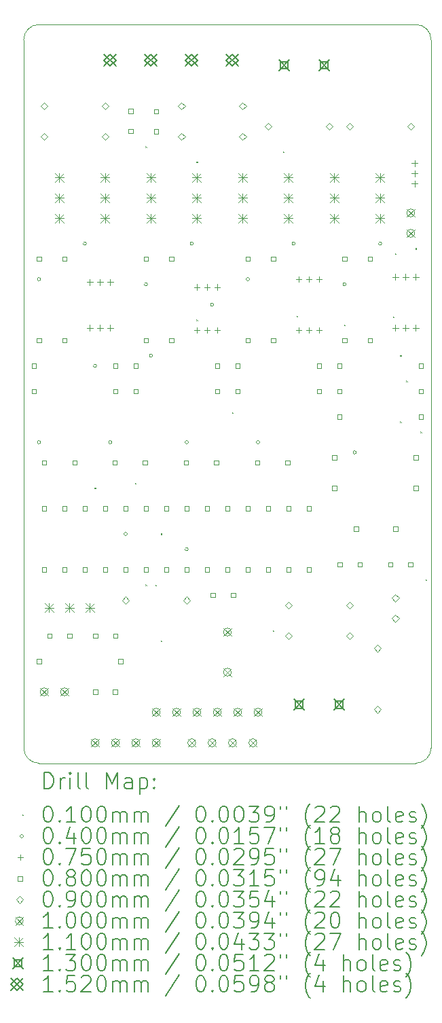
<source format=gbr>
%TF.GenerationSoftware,KiCad,Pcbnew,7.0.6*%
%TF.CreationDate,2023-08-30T11:14:02+03:00*%
%TF.ProjectId,atmegaStepperDriver,61746d65-6761-4537-9465-707065724472,V0.8.2*%
%TF.SameCoordinates,Original*%
%TF.FileFunction,Drillmap*%
%TF.FilePolarity,Positive*%
%FSLAX45Y45*%
G04 Gerber Fmt 4.5, Leading zero omitted, Abs format (unit mm)*
G04 Created by KiCad (PCBNEW 7.0.6) date 2023-08-30 11:14:02*
%MOMM*%
%LPD*%
G01*
G04 APERTURE LIST*
%ADD10C,0.100000*%
%ADD11C,0.200000*%
%ADD12C,0.010000*%
%ADD13C,0.040000*%
%ADD14C,0.075000*%
%ADD15C,0.080000*%
%ADD16C,0.090000*%
%ADD17C,0.110000*%
%ADD18C,0.130000*%
%ADD19C,0.152000*%
G04 APERTURE END LIST*
D10*
X7239000Y-14224000D02*
G75*
G03*
X7429500Y-14414500I190500J0D01*
G01*
X7429500Y-5207000D02*
G75*
G03*
X7239000Y-5397500I0J-190500D01*
G01*
X12319000Y-14224000D02*
X12319000Y-5397500D01*
X12128500Y-14414500D02*
G75*
G03*
X12319000Y-14224000I0J190500D01*
G01*
X7429500Y-5207000D02*
X12128500Y-5207000D01*
X12319000Y-5397500D02*
G75*
G03*
X12128500Y-5207000I-190500J0D01*
G01*
X12128500Y-14414500D02*
X7429500Y-14414500D01*
X7239000Y-14224000D02*
X7239000Y-5397500D01*
D11*
D12*
X8123000Y-10980500D02*
X8133000Y-10990500D01*
X8133000Y-10980500D02*
X8123000Y-10990500D01*
X8624500Y-10923500D02*
X8634500Y-10933500D01*
X8634500Y-10923500D02*
X8624500Y-10933500D01*
X8758000Y-6726000D02*
X8768000Y-6736000D01*
X8768000Y-6726000D02*
X8758000Y-6736000D01*
X8758000Y-12187000D02*
X8768000Y-12197000D01*
X8768000Y-12187000D02*
X8758000Y-12197000D01*
X8878500Y-12193500D02*
X8888500Y-12203500D01*
X8888500Y-12193500D02*
X8878500Y-12203500D01*
X8948500Y-11552000D02*
X8958500Y-11562000D01*
X8958500Y-11552000D02*
X8948500Y-11562000D01*
X8948500Y-12885500D02*
X8958500Y-12895500D01*
X8958500Y-12885500D02*
X8948500Y-12895500D01*
X9393000Y-6916500D02*
X9403000Y-6926500D01*
X9403000Y-6916500D02*
X9393000Y-6926500D01*
X9393000Y-8885000D02*
X9403000Y-8895000D01*
X9403000Y-8885000D02*
X9393000Y-8895000D01*
X9837500Y-10041500D02*
X9847500Y-10051500D01*
X9847500Y-10041500D02*
X9837500Y-10051500D01*
X10345500Y-12758500D02*
X10355500Y-12768500D01*
X10355500Y-12758500D02*
X10345500Y-12768500D01*
X10472500Y-6789500D02*
X10482500Y-6799500D01*
X10482500Y-6789500D02*
X10472500Y-6799500D01*
X10644253Y-8840248D02*
X10654253Y-8850248D01*
X10654253Y-8840248D02*
X10644253Y-8850248D01*
X11234500Y-8948500D02*
X11244500Y-8958500D01*
X11244500Y-8948500D02*
X11234500Y-8958500D01*
X11847252Y-8843747D02*
X11857252Y-8853747D01*
X11857252Y-8843747D02*
X11847252Y-8853747D01*
X11869500Y-8059500D02*
X11879500Y-8069500D01*
X11879500Y-8059500D02*
X11869500Y-8069500D01*
X11933000Y-9329500D02*
X11943000Y-9339500D01*
X11943000Y-9329500D02*
X11933000Y-9339500D01*
X11933000Y-10155000D02*
X11943000Y-10165000D01*
X11943000Y-10155000D02*
X11933000Y-10165000D01*
X12009500Y-9647000D02*
X12019500Y-9657000D01*
X12019500Y-9647000D02*
X12009500Y-9657000D01*
X12123500Y-7996000D02*
X12133500Y-8006000D01*
X12133500Y-7996000D02*
X12123500Y-8006000D01*
X12187000Y-10282000D02*
X12197000Y-10292000D01*
X12197000Y-10282000D02*
X12187000Y-10292000D01*
X12250500Y-12123500D02*
X12260500Y-12133500D01*
X12260500Y-12123500D02*
X12250500Y-12133500D01*
D13*
X7449500Y-8382000D02*
G75*
G03*
X7449500Y-8382000I-20000J0D01*
G01*
X7449500Y-10414000D02*
G75*
G03*
X7449500Y-10414000I-20000J0D01*
G01*
X8021000Y-7937500D02*
G75*
G03*
X8021000Y-7937500I-20000J0D01*
G01*
X8148000Y-9461500D02*
G75*
G03*
X8148000Y-9461500I-20000J0D01*
G01*
X8338500Y-10414000D02*
G75*
G03*
X8338500Y-10414000I-20000J0D01*
G01*
X8529000Y-11557000D02*
G75*
G03*
X8529000Y-11557000I-20000J0D01*
G01*
X8783000Y-8445500D02*
G75*
G03*
X8783000Y-8445500I-20000J0D01*
G01*
X8846500Y-9334500D02*
G75*
G03*
X8846500Y-9334500I-20000J0D01*
G01*
X9291000Y-10414000D02*
G75*
G03*
X9291000Y-10414000I-20000J0D01*
G01*
X9291000Y-11747500D02*
G75*
G03*
X9291000Y-11747500I-20000J0D01*
G01*
X9354500Y-7937500D02*
G75*
G03*
X9354500Y-7937500I-20000J0D01*
G01*
X9608500Y-8699500D02*
G75*
G03*
X9608500Y-8699500I-20000J0D01*
G01*
X10053000Y-8382000D02*
G75*
G03*
X10053000Y-8382000I-20000J0D01*
G01*
X10180000Y-10414000D02*
G75*
G03*
X10180000Y-10414000I-20000J0D01*
G01*
X10624500Y-7937500D02*
G75*
G03*
X10624500Y-7937500I-20000J0D01*
G01*
X11259500Y-8445500D02*
G75*
G03*
X11259500Y-8445500I-20000J0D01*
G01*
X11386500Y-10541000D02*
G75*
G03*
X11386500Y-10541000I-20000J0D01*
G01*
X11704000Y-7937500D02*
G75*
G03*
X11704000Y-7937500I-20000J0D01*
G01*
D14*
X8064500Y-8380500D02*
X8064500Y-8455500D01*
X8027000Y-8418000D02*
X8102000Y-8418000D01*
X8064500Y-8952000D02*
X8064500Y-9027000D01*
X8027000Y-8989500D02*
X8102000Y-8989500D01*
X8191500Y-8380500D02*
X8191500Y-8455500D01*
X8154000Y-8418000D02*
X8229000Y-8418000D01*
X8191500Y-8952000D02*
X8191500Y-9027000D01*
X8154000Y-8989500D02*
X8229000Y-8989500D01*
X8318500Y-8380500D02*
X8318500Y-8455500D01*
X8281000Y-8418000D02*
X8356000Y-8418000D01*
X8318500Y-8952000D02*
X8318500Y-9027000D01*
X8281000Y-8989500D02*
X8356000Y-8989500D01*
X9398000Y-8444000D02*
X9398000Y-8519000D01*
X9360500Y-8481500D02*
X9435500Y-8481500D01*
X9398000Y-8979500D02*
X9398000Y-9054500D01*
X9360500Y-9017000D02*
X9435500Y-9017000D01*
X9525000Y-8444000D02*
X9525000Y-8519000D01*
X9487500Y-8481500D02*
X9562500Y-8481500D01*
X9525000Y-8979500D02*
X9525000Y-9054500D01*
X9487500Y-9017000D02*
X9562500Y-9017000D01*
X9652000Y-8444000D02*
X9652000Y-8519000D01*
X9614500Y-8481500D02*
X9689500Y-8481500D01*
X9652000Y-8979500D02*
X9652000Y-9054500D01*
X9614500Y-9017000D02*
X9689500Y-9017000D01*
X10668000Y-8344500D02*
X10668000Y-8419500D01*
X10630500Y-8382000D02*
X10705500Y-8382000D01*
X10668000Y-8979500D02*
X10668000Y-9054500D01*
X10630500Y-9017000D02*
X10705500Y-9017000D01*
X10795000Y-8344500D02*
X10795000Y-8419500D01*
X10757500Y-8382000D02*
X10832500Y-8382000D01*
X10795000Y-8979500D02*
X10795000Y-9054500D01*
X10757500Y-9017000D02*
X10832500Y-9017000D01*
X10922000Y-8344500D02*
X10922000Y-8419500D01*
X10884500Y-8382000D02*
X10959500Y-8382000D01*
X10922000Y-8979500D02*
X10922000Y-9054500D01*
X10884500Y-9017000D02*
X10959500Y-9017000D01*
X11874500Y-8317000D02*
X11874500Y-8392000D01*
X11837000Y-8354500D02*
X11912000Y-8354500D01*
X11874500Y-8952000D02*
X11874500Y-9027000D01*
X11837000Y-8989500D02*
X11912000Y-8989500D01*
X12001500Y-8317000D02*
X12001500Y-8392000D01*
X11964000Y-8354500D02*
X12039000Y-8354500D01*
X12001500Y-8952000D02*
X12001500Y-9027000D01*
X11964000Y-8989500D02*
X12039000Y-8989500D01*
X12114275Y-6899833D02*
X12114275Y-6974833D01*
X12076775Y-6937333D02*
X12151775Y-6937333D01*
X12114275Y-7026833D02*
X12114275Y-7101833D01*
X12076775Y-7064333D02*
X12151775Y-7064333D01*
X12114275Y-7153833D02*
X12114275Y-7228833D01*
X12076775Y-7191333D02*
X12151775Y-7191333D01*
X12128500Y-8317000D02*
X12128500Y-8392000D01*
X12091000Y-8354500D02*
X12166000Y-8354500D01*
X12128500Y-8952000D02*
X12128500Y-9027000D01*
X12091000Y-8989500D02*
X12166000Y-8989500D01*
D15*
X7394284Y-9489785D02*
X7394284Y-9433216D01*
X7337715Y-9433216D01*
X7337715Y-9489785D01*
X7394284Y-9489785D01*
X7394284Y-9807285D02*
X7394284Y-9750716D01*
X7337715Y-9750716D01*
X7337715Y-9807285D01*
X7394284Y-9807285D01*
X7457784Y-8156284D02*
X7457784Y-8099715D01*
X7401215Y-8099715D01*
X7401215Y-8156284D01*
X7457784Y-8156284D01*
X7457784Y-9172285D02*
X7457784Y-9115716D01*
X7401215Y-9115716D01*
X7401215Y-9172285D01*
X7457784Y-9172285D01*
X7457784Y-13172784D02*
X7457784Y-13116215D01*
X7401215Y-13116215D01*
X7401215Y-13172784D01*
X7457784Y-13172784D01*
X7521284Y-11267784D02*
X7521284Y-11211215D01*
X7464715Y-11211215D01*
X7464715Y-11267784D01*
X7521284Y-11267784D01*
X7521284Y-12029784D02*
X7521284Y-11973215D01*
X7464715Y-11973215D01*
X7464715Y-12029784D01*
X7521284Y-12029784D01*
X7522284Y-10696285D02*
X7522284Y-10639716D01*
X7465715Y-10639716D01*
X7465715Y-10696285D01*
X7522284Y-10696285D01*
X7588784Y-12855284D02*
X7588784Y-12798715D01*
X7532215Y-12798715D01*
X7532215Y-12855284D01*
X7588784Y-12855284D01*
X7775284Y-8156284D02*
X7775284Y-8099715D01*
X7718715Y-8099715D01*
X7718715Y-8156284D01*
X7775284Y-8156284D01*
X7775284Y-9172285D02*
X7775284Y-9115716D01*
X7718715Y-9115716D01*
X7718715Y-9172285D01*
X7775284Y-9172285D01*
X7775284Y-11267784D02*
X7775284Y-11211215D01*
X7718715Y-11211215D01*
X7718715Y-11267784D01*
X7775284Y-11267784D01*
X7775284Y-12029784D02*
X7775284Y-11973215D01*
X7718715Y-11973215D01*
X7718715Y-12029784D01*
X7775284Y-12029784D01*
X7838784Y-12855284D02*
X7838784Y-12798715D01*
X7782215Y-12798715D01*
X7782215Y-12855284D01*
X7838784Y-12855284D01*
X7902284Y-10696285D02*
X7902284Y-10639716D01*
X7845715Y-10639716D01*
X7845715Y-10696285D01*
X7902284Y-10696285D01*
X8029284Y-11267784D02*
X8029284Y-11211215D01*
X7972715Y-11211215D01*
X7972715Y-11267784D01*
X8029284Y-11267784D01*
X8029284Y-12029784D02*
X8029284Y-11973215D01*
X7972715Y-11973215D01*
X7972715Y-12029784D01*
X8029284Y-12029784D01*
X8158284Y-13553784D02*
X8158284Y-13497215D01*
X8101715Y-13497215D01*
X8101715Y-13553784D01*
X8158284Y-13553784D01*
X8160284Y-12855284D02*
X8160284Y-12798715D01*
X8103715Y-12798715D01*
X8103715Y-12855284D01*
X8160284Y-12855284D01*
X8283284Y-11267784D02*
X8283284Y-11211215D01*
X8226715Y-11211215D01*
X8226715Y-11267784D01*
X8283284Y-11267784D01*
X8283284Y-12029784D02*
X8283284Y-11973215D01*
X8226715Y-11973215D01*
X8226715Y-12029784D01*
X8283284Y-12029784D01*
X8401050Y-10696285D02*
X8401050Y-10639716D01*
X8344481Y-10639716D01*
X8344481Y-10696285D01*
X8401050Y-10696285D01*
X8408285Y-13553784D02*
X8408285Y-13497215D01*
X8351715Y-13497215D01*
X8351715Y-13553784D01*
X8408285Y-13553784D01*
X8410285Y-9489785D02*
X8410285Y-9433216D01*
X8353715Y-9433216D01*
X8353715Y-9489785D01*
X8410285Y-9489785D01*
X8410285Y-9807285D02*
X8410285Y-9750716D01*
X8353715Y-9750716D01*
X8353715Y-9807285D01*
X8410285Y-9807285D01*
X8410285Y-12855284D02*
X8410285Y-12798715D01*
X8353715Y-12798715D01*
X8353715Y-12855284D01*
X8410285Y-12855284D01*
X8473785Y-13172784D02*
X8473785Y-13116215D01*
X8417216Y-13116215D01*
X8417216Y-13172784D01*
X8473785Y-13172784D01*
X8537285Y-11267784D02*
X8537285Y-11211215D01*
X8480716Y-11211215D01*
X8480716Y-11267784D01*
X8537285Y-11267784D01*
X8537285Y-12029784D02*
X8537285Y-11973215D01*
X8480716Y-11973215D01*
X8480716Y-12029784D01*
X8537285Y-12029784D01*
X8600785Y-6314784D02*
X8600785Y-6258215D01*
X8544216Y-6258215D01*
X8544216Y-6314784D01*
X8600785Y-6314784D01*
X8600785Y-6564784D02*
X8600785Y-6508215D01*
X8544216Y-6508215D01*
X8544216Y-6564784D01*
X8600785Y-6564784D01*
X8664285Y-9489785D02*
X8664285Y-9433216D01*
X8607716Y-9433216D01*
X8607716Y-9489785D01*
X8664285Y-9489785D01*
X8664285Y-9807285D02*
X8664285Y-9750716D01*
X8607716Y-9750716D01*
X8607716Y-9807285D01*
X8664285Y-9807285D01*
X8781050Y-10696285D02*
X8781050Y-10639716D01*
X8724481Y-10639716D01*
X8724481Y-10696285D01*
X8781050Y-10696285D01*
X8791285Y-8156284D02*
X8791285Y-8099715D01*
X8734716Y-8099715D01*
X8734716Y-8156284D01*
X8791285Y-8156284D01*
X8791285Y-9172285D02*
X8791285Y-9115716D01*
X8734716Y-9115716D01*
X8734716Y-9172285D01*
X8791285Y-9172285D01*
X8791285Y-11267784D02*
X8791285Y-11211215D01*
X8734716Y-11211215D01*
X8734716Y-11267784D01*
X8791285Y-11267784D01*
X8791285Y-12029784D02*
X8791285Y-11973215D01*
X8734716Y-11973215D01*
X8734716Y-12029784D01*
X8791285Y-12029784D01*
X8918285Y-6318784D02*
X8918285Y-6262215D01*
X8861716Y-6262215D01*
X8861716Y-6318784D01*
X8918285Y-6318784D01*
X8918285Y-6568784D02*
X8918285Y-6512215D01*
X8861716Y-6512215D01*
X8861716Y-6568784D01*
X8918285Y-6568784D01*
X9045285Y-11267784D02*
X9045285Y-11211215D01*
X8988716Y-11211215D01*
X8988716Y-11267784D01*
X9045285Y-11267784D01*
X9045285Y-12029784D02*
X9045285Y-11973215D01*
X8988716Y-11973215D01*
X8988716Y-12029784D01*
X9045285Y-12029784D01*
X9108785Y-8156284D02*
X9108785Y-8099715D01*
X9052216Y-8099715D01*
X9052216Y-8156284D01*
X9108785Y-8156284D01*
X9108785Y-9172285D02*
X9108785Y-9115716D01*
X9052216Y-9115716D01*
X9052216Y-9172285D01*
X9108785Y-9172285D01*
X9290050Y-10696285D02*
X9290050Y-10639716D01*
X9233481Y-10639716D01*
X9233481Y-10696285D01*
X9290050Y-10696285D01*
X9299285Y-11267784D02*
X9299285Y-11211215D01*
X9242716Y-11211215D01*
X9242716Y-11267784D01*
X9299285Y-11267784D01*
X9299285Y-12029784D02*
X9299285Y-11973215D01*
X9242716Y-11973215D01*
X9242716Y-12029784D01*
X9299285Y-12029784D01*
X9553285Y-11267784D02*
X9553285Y-11211215D01*
X9496716Y-11211215D01*
X9496716Y-11267784D01*
X9553285Y-11267784D01*
X9553285Y-12029784D02*
X9553285Y-11973215D01*
X9496716Y-11973215D01*
X9496716Y-12029784D01*
X9553285Y-12029784D01*
X9626924Y-12347284D02*
X9626924Y-12290715D01*
X9570355Y-12290715D01*
X9570355Y-12347284D01*
X9626924Y-12347284D01*
X9670050Y-10696285D02*
X9670050Y-10639716D01*
X9613481Y-10639716D01*
X9613481Y-10696285D01*
X9670050Y-10696285D01*
X9680285Y-9489785D02*
X9680285Y-9433216D01*
X9623716Y-9433216D01*
X9623716Y-9489785D01*
X9680285Y-9489785D01*
X9680285Y-9807285D02*
X9680285Y-9750716D01*
X9623716Y-9750716D01*
X9623716Y-9807285D01*
X9680285Y-9807285D01*
X9807285Y-11267784D02*
X9807285Y-11211215D01*
X9750716Y-11211215D01*
X9750716Y-11267784D01*
X9807285Y-11267784D01*
X9807285Y-12029784D02*
X9807285Y-11973215D01*
X9750716Y-11973215D01*
X9750716Y-12029784D01*
X9807285Y-12029784D01*
X9876924Y-12347284D02*
X9876924Y-12290715D01*
X9820355Y-12290715D01*
X9820355Y-12347284D01*
X9876924Y-12347284D01*
X9934285Y-9489785D02*
X9934285Y-9433216D01*
X9877716Y-9433216D01*
X9877716Y-9489785D01*
X9934285Y-9489785D01*
X9934285Y-9807285D02*
X9934285Y-9750716D01*
X9877716Y-9750716D01*
X9877716Y-9807285D01*
X9934285Y-9807285D01*
X10061285Y-8156284D02*
X10061285Y-8099715D01*
X10004716Y-8099715D01*
X10004716Y-8156284D01*
X10061285Y-8156284D01*
X10061285Y-9172285D02*
X10061285Y-9115716D01*
X10004716Y-9115716D01*
X10004716Y-9172285D01*
X10061285Y-9172285D01*
X10061285Y-11267784D02*
X10061285Y-11211215D01*
X10004716Y-11211215D01*
X10004716Y-11267784D01*
X10061285Y-11267784D01*
X10061285Y-12029784D02*
X10061285Y-11973215D01*
X10004716Y-11973215D01*
X10004716Y-12029784D01*
X10061285Y-12029784D01*
X10179050Y-10696285D02*
X10179050Y-10639716D01*
X10122481Y-10639716D01*
X10122481Y-10696285D01*
X10179050Y-10696285D01*
X10315285Y-11267784D02*
X10315285Y-11211215D01*
X10258716Y-11211215D01*
X10258716Y-11267784D01*
X10315285Y-11267784D01*
X10315285Y-12029784D02*
X10315285Y-11973215D01*
X10258716Y-11973215D01*
X10258716Y-12029784D01*
X10315285Y-12029784D01*
X10378785Y-8156284D02*
X10378785Y-8099715D01*
X10322216Y-8099715D01*
X10322216Y-8156284D01*
X10378785Y-8156284D01*
X10378785Y-9172285D02*
X10378785Y-9115716D01*
X10322216Y-9115716D01*
X10322216Y-9172285D01*
X10378785Y-9172285D01*
X10559050Y-10696285D02*
X10559050Y-10639716D01*
X10502481Y-10639716D01*
X10502481Y-10696285D01*
X10559050Y-10696285D01*
X10569285Y-11267784D02*
X10569285Y-11211215D01*
X10512716Y-11211215D01*
X10512716Y-11267784D01*
X10569285Y-11267784D01*
X10569285Y-12029784D02*
X10569285Y-11973215D01*
X10512716Y-11973215D01*
X10512716Y-12029784D01*
X10569285Y-12029784D01*
X10823285Y-11267784D02*
X10823285Y-11211215D01*
X10766716Y-11211215D01*
X10766716Y-11267784D01*
X10823285Y-11267784D01*
X10823285Y-12029784D02*
X10823285Y-11973215D01*
X10766716Y-11973215D01*
X10766716Y-12029784D01*
X10823285Y-12029784D01*
X10950285Y-9489785D02*
X10950285Y-9433216D01*
X10893716Y-9433216D01*
X10893716Y-9489785D01*
X10950285Y-9489785D01*
X10950285Y-9807285D02*
X10950285Y-9750716D01*
X10893716Y-9750716D01*
X10893716Y-9807285D01*
X10950285Y-9807285D01*
X11140785Y-10632785D02*
X11140785Y-10576216D01*
X11084216Y-10576216D01*
X11084216Y-10632785D01*
X11140785Y-10632785D01*
X11140785Y-11013785D02*
X11140785Y-10957216D01*
X11084216Y-10957216D01*
X11084216Y-11013785D01*
X11140785Y-11013785D01*
X11204284Y-9489785D02*
X11204284Y-9433216D01*
X11147716Y-9433216D01*
X11147716Y-9489785D01*
X11204284Y-9489785D01*
X11204284Y-9807285D02*
X11204284Y-9750716D01*
X11147716Y-9750716D01*
X11147716Y-9807285D01*
X11204284Y-9807285D01*
X11204284Y-10124785D02*
X11204284Y-10068216D01*
X11147716Y-10068216D01*
X11147716Y-10124785D01*
X11204284Y-10124785D01*
X11208284Y-11966284D02*
X11208284Y-11909715D01*
X11151716Y-11909715D01*
X11151716Y-11966284D01*
X11208284Y-11966284D01*
X11267784Y-8156284D02*
X11267784Y-8099715D01*
X11211215Y-8099715D01*
X11211215Y-8156284D01*
X11267784Y-8156284D01*
X11267784Y-9172285D02*
X11267784Y-9115716D01*
X11211215Y-9115716D01*
X11211215Y-9172285D01*
X11267784Y-9172285D01*
X11414784Y-11521784D02*
X11414784Y-11465215D01*
X11358215Y-11465215D01*
X11358215Y-11521784D01*
X11414784Y-11521784D01*
X11458284Y-11966284D02*
X11458284Y-11909715D01*
X11401715Y-11909715D01*
X11401715Y-11966284D01*
X11458284Y-11966284D01*
X11585284Y-8156284D02*
X11585284Y-8099715D01*
X11528715Y-8099715D01*
X11528715Y-8156284D01*
X11585284Y-8156284D01*
X11585284Y-9172285D02*
X11585284Y-9115716D01*
X11528715Y-9115716D01*
X11528715Y-9172285D01*
X11585284Y-9172285D01*
X11839284Y-11966284D02*
X11839284Y-11909715D01*
X11782715Y-11909715D01*
X11782715Y-11966284D01*
X11839284Y-11966284D01*
X11902784Y-11521784D02*
X11902784Y-11465215D01*
X11846215Y-11465215D01*
X11846215Y-11521784D01*
X11902784Y-11521784D01*
X12089284Y-11966284D02*
X12089284Y-11909715D01*
X12032715Y-11909715D01*
X12032715Y-11966284D01*
X12089284Y-11966284D01*
X12156784Y-10632785D02*
X12156784Y-10576216D01*
X12100215Y-10576216D01*
X12100215Y-10632785D01*
X12156784Y-10632785D01*
X12156784Y-11013785D02*
X12156784Y-10957216D01*
X12100215Y-10957216D01*
X12100215Y-11013785D01*
X12156784Y-11013785D01*
X12220284Y-9489785D02*
X12220284Y-9433216D01*
X12163715Y-9433216D01*
X12163715Y-9489785D01*
X12220284Y-9489785D01*
X12220284Y-9807285D02*
X12220284Y-9750716D01*
X12163715Y-9750716D01*
X12163715Y-9807285D01*
X12220284Y-9807285D01*
X12220284Y-10124785D02*
X12220284Y-10068216D01*
X12163715Y-10068216D01*
X12163715Y-10124785D01*
X12220284Y-10124785D01*
D16*
X7493000Y-6268000D02*
X7538000Y-6223000D01*
X7493000Y-6178000D01*
X7448000Y-6223000D01*
X7493000Y-6268000D01*
X7493000Y-6649000D02*
X7538000Y-6604000D01*
X7493000Y-6559000D01*
X7448000Y-6604000D01*
X7493000Y-6649000D01*
X8255000Y-6268000D02*
X8300000Y-6223000D01*
X8255000Y-6178000D01*
X8210000Y-6223000D01*
X8255000Y-6268000D01*
X8255000Y-6649000D02*
X8300000Y-6604000D01*
X8255000Y-6559000D01*
X8210000Y-6604000D01*
X8255000Y-6649000D01*
X8509000Y-12427500D02*
X8554000Y-12382500D01*
X8509000Y-12337500D01*
X8464000Y-12382500D01*
X8509000Y-12427500D01*
X9207500Y-6268000D02*
X9252500Y-6223000D01*
X9207500Y-6178000D01*
X9162500Y-6223000D01*
X9207500Y-6268000D01*
X9207500Y-6649000D02*
X9252500Y-6604000D01*
X9207500Y-6559000D01*
X9162500Y-6604000D01*
X9207500Y-6649000D01*
X9271000Y-12427500D02*
X9316000Y-12382500D01*
X9271000Y-12337500D01*
X9226000Y-12382500D01*
X9271000Y-12427500D01*
X9969500Y-6268000D02*
X10014500Y-6223000D01*
X9969500Y-6178000D01*
X9924500Y-6223000D01*
X9969500Y-6268000D01*
X9969500Y-6649000D02*
X10014500Y-6604000D01*
X9969500Y-6559000D01*
X9924500Y-6604000D01*
X9969500Y-6649000D01*
X10287000Y-6522000D02*
X10332000Y-6477000D01*
X10287000Y-6432000D01*
X10242000Y-6477000D01*
X10287000Y-6522000D01*
X10541000Y-12491000D02*
X10586000Y-12446000D01*
X10541000Y-12401000D01*
X10496000Y-12446000D01*
X10541000Y-12491000D01*
X10541000Y-12872000D02*
X10586000Y-12827000D01*
X10541000Y-12782000D01*
X10496000Y-12827000D01*
X10541000Y-12872000D01*
X11049000Y-6522000D02*
X11094000Y-6477000D01*
X11049000Y-6432000D01*
X11004000Y-6477000D01*
X11049000Y-6522000D01*
X11303000Y-6522000D02*
X11348000Y-6477000D01*
X11303000Y-6432000D01*
X11258000Y-6477000D01*
X11303000Y-6522000D01*
X11303000Y-12491000D02*
X11348000Y-12446000D01*
X11303000Y-12401000D01*
X11258000Y-12446000D01*
X11303000Y-12491000D01*
X11303000Y-12872000D02*
X11348000Y-12827000D01*
X11303000Y-12782000D01*
X11258000Y-12827000D01*
X11303000Y-12872000D01*
X11649551Y-13026821D02*
X11694551Y-12981821D01*
X11649551Y-12936821D01*
X11604551Y-12981821D01*
X11649551Y-13026821D01*
X11649551Y-13788821D02*
X11694551Y-13743821D01*
X11649551Y-13698821D01*
X11604551Y-13743821D01*
X11649551Y-13788821D01*
X11874500Y-12400506D02*
X11919500Y-12355506D01*
X11874500Y-12310506D01*
X11829500Y-12355506D01*
X11874500Y-12400506D01*
X11874500Y-12654506D02*
X11919500Y-12609506D01*
X11874500Y-12564506D01*
X11829500Y-12609506D01*
X11874500Y-12654506D01*
X12065000Y-6522000D02*
X12110000Y-6477000D01*
X12065000Y-6432000D01*
X12020000Y-6477000D01*
X12065000Y-6522000D01*
D10*
X7443000Y-13475500D02*
X7543000Y-13575500D01*
X7543000Y-13475500D02*
X7443000Y-13575500D01*
X7543000Y-13525500D02*
G75*
G03*
X7543000Y-13525500I-50000J0D01*
G01*
X7697000Y-13475500D02*
X7797000Y-13575500D01*
X7797000Y-13475500D02*
X7697000Y-13575500D01*
X7797000Y-13525500D02*
G75*
G03*
X7797000Y-13525500I-50000J0D01*
G01*
X8078000Y-14110500D02*
X8178000Y-14210500D01*
X8178000Y-14110500D02*
X8078000Y-14210500D01*
X8178000Y-14160500D02*
G75*
G03*
X8178000Y-14160500I-50000J0D01*
G01*
X8332000Y-14110500D02*
X8432000Y-14210500D01*
X8432000Y-14110500D02*
X8332000Y-14210500D01*
X8432000Y-14160500D02*
G75*
G03*
X8432000Y-14160500I-50000J0D01*
G01*
X8586000Y-14110500D02*
X8686000Y-14210500D01*
X8686000Y-14110500D02*
X8586000Y-14210500D01*
X8686000Y-14160500D02*
G75*
G03*
X8686000Y-14160500I-50000J0D01*
G01*
X8840000Y-13729500D02*
X8940000Y-13829500D01*
X8940000Y-13729500D02*
X8840000Y-13829500D01*
X8940000Y-13779500D02*
G75*
G03*
X8940000Y-13779500I-50000J0D01*
G01*
X8840000Y-14110500D02*
X8940000Y-14210500D01*
X8940000Y-14110500D02*
X8840000Y-14210500D01*
X8940000Y-14160500D02*
G75*
G03*
X8940000Y-14160500I-50000J0D01*
G01*
X9094000Y-13729500D02*
X9194000Y-13829500D01*
X9194000Y-13729500D02*
X9094000Y-13829500D01*
X9194000Y-13779500D02*
G75*
G03*
X9194000Y-13779500I-50000J0D01*
G01*
X9284500Y-14110500D02*
X9384500Y-14210500D01*
X9384500Y-14110500D02*
X9284500Y-14210500D01*
X9384500Y-14160500D02*
G75*
G03*
X9384500Y-14160500I-50000J0D01*
G01*
X9348000Y-13729500D02*
X9448000Y-13829500D01*
X9448000Y-13729500D02*
X9348000Y-13829500D01*
X9448000Y-13779500D02*
G75*
G03*
X9448000Y-13779500I-50000J0D01*
G01*
X9538500Y-14110500D02*
X9638500Y-14210500D01*
X9638500Y-14110500D02*
X9538500Y-14210500D01*
X9638500Y-14160500D02*
G75*
G03*
X9638500Y-14160500I-50000J0D01*
G01*
X9602000Y-13729500D02*
X9702000Y-13829500D01*
X9702000Y-13729500D02*
X9602000Y-13829500D01*
X9702000Y-13779500D02*
G75*
G03*
X9702000Y-13779500I-50000J0D01*
G01*
X9729000Y-12730732D02*
X9829000Y-12830732D01*
X9829000Y-12730732D02*
X9729000Y-12830732D01*
X9829000Y-12780732D02*
G75*
G03*
X9829000Y-12780732I-50000J0D01*
G01*
X9729000Y-13230732D02*
X9829000Y-13330732D01*
X9829000Y-13230732D02*
X9729000Y-13330732D01*
X9829000Y-13280732D02*
G75*
G03*
X9829000Y-13280732I-50000J0D01*
G01*
X9792500Y-14110500D02*
X9892500Y-14210500D01*
X9892500Y-14110500D02*
X9792500Y-14210500D01*
X9892500Y-14160500D02*
G75*
G03*
X9892500Y-14160500I-50000J0D01*
G01*
X9856000Y-13729500D02*
X9956000Y-13829500D01*
X9956000Y-13729500D02*
X9856000Y-13829500D01*
X9956000Y-13779500D02*
G75*
G03*
X9956000Y-13779500I-50000J0D01*
G01*
X10046500Y-14110500D02*
X10146500Y-14210500D01*
X10146500Y-14110500D02*
X10046500Y-14210500D01*
X10146500Y-14160500D02*
G75*
G03*
X10146500Y-14160500I-50000J0D01*
G01*
X10110000Y-13729500D02*
X10210000Y-13829500D01*
X10210000Y-13729500D02*
X10110000Y-13829500D01*
X10210000Y-13779500D02*
G75*
G03*
X10210000Y-13779500I-50000J0D01*
G01*
X12015000Y-7506500D02*
X12115000Y-7606500D01*
X12115000Y-7506500D02*
X12015000Y-7606500D01*
X12115000Y-7556500D02*
G75*
G03*
X12115000Y-7556500I-50000J0D01*
G01*
X12015000Y-7760500D02*
X12115000Y-7860500D01*
X12115000Y-7760500D02*
X12015000Y-7860500D01*
X12115000Y-7810500D02*
G75*
G03*
X12115000Y-7810500I-50000J0D01*
G01*
D17*
X7501500Y-12422000D02*
X7611500Y-12532000D01*
X7611500Y-12422000D02*
X7501500Y-12532000D01*
X7556500Y-12422000D02*
X7556500Y-12532000D01*
X7501500Y-12477000D02*
X7611500Y-12477000D01*
X7628500Y-7057000D02*
X7738500Y-7167000D01*
X7738500Y-7057000D02*
X7628500Y-7167000D01*
X7683500Y-7057000D02*
X7683500Y-7167000D01*
X7628500Y-7112000D02*
X7738500Y-7112000D01*
X7628500Y-7311000D02*
X7738500Y-7421000D01*
X7738500Y-7311000D02*
X7628500Y-7421000D01*
X7683500Y-7311000D02*
X7683500Y-7421000D01*
X7628500Y-7366000D02*
X7738500Y-7366000D01*
X7628500Y-7565000D02*
X7738500Y-7675000D01*
X7738500Y-7565000D02*
X7628500Y-7675000D01*
X7683500Y-7565000D02*
X7683500Y-7675000D01*
X7628500Y-7620000D02*
X7738500Y-7620000D01*
X7755500Y-12422000D02*
X7865500Y-12532000D01*
X7865500Y-12422000D02*
X7755500Y-12532000D01*
X7810500Y-12422000D02*
X7810500Y-12532000D01*
X7755500Y-12477000D02*
X7865500Y-12477000D01*
X8009500Y-12422000D02*
X8119500Y-12532000D01*
X8119500Y-12422000D02*
X8009500Y-12532000D01*
X8064500Y-12422000D02*
X8064500Y-12532000D01*
X8009500Y-12477000D02*
X8119500Y-12477000D01*
X8200000Y-7057000D02*
X8310000Y-7167000D01*
X8310000Y-7057000D02*
X8200000Y-7167000D01*
X8255000Y-7057000D02*
X8255000Y-7167000D01*
X8200000Y-7112000D02*
X8310000Y-7112000D01*
X8200000Y-7311000D02*
X8310000Y-7421000D01*
X8310000Y-7311000D02*
X8200000Y-7421000D01*
X8255000Y-7311000D02*
X8255000Y-7421000D01*
X8200000Y-7366000D02*
X8310000Y-7366000D01*
X8200000Y-7565000D02*
X8310000Y-7675000D01*
X8310000Y-7565000D02*
X8200000Y-7675000D01*
X8255000Y-7565000D02*
X8255000Y-7675000D01*
X8200000Y-7620000D02*
X8310000Y-7620000D01*
X8771500Y-7057000D02*
X8881500Y-7167000D01*
X8881500Y-7057000D02*
X8771500Y-7167000D01*
X8826500Y-7057000D02*
X8826500Y-7167000D01*
X8771500Y-7112000D02*
X8881500Y-7112000D01*
X8771500Y-7311000D02*
X8881500Y-7421000D01*
X8881500Y-7311000D02*
X8771500Y-7421000D01*
X8826500Y-7311000D02*
X8826500Y-7421000D01*
X8771500Y-7366000D02*
X8881500Y-7366000D01*
X8771500Y-7565000D02*
X8881500Y-7675000D01*
X8881500Y-7565000D02*
X8771500Y-7675000D01*
X8826500Y-7565000D02*
X8826500Y-7675000D01*
X8771500Y-7620000D02*
X8881500Y-7620000D01*
X9343000Y-7057000D02*
X9453000Y-7167000D01*
X9453000Y-7057000D02*
X9343000Y-7167000D01*
X9398000Y-7057000D02*
X9398000Y-7167000D01*
X9343000Y-7112000D02*
X9453000Y-7112000D01*
X9343000Y-7311000D02*
X9453000Y-7421000D01*
X9453000Y-7311000D02*
X9343000Y-7421000D01*
X9398000Y-7311000D02*
X9398000Y-7421000D01*
X9343000Y-7366000D02*
X9453000Y-7366000D01*
X9343000Y-7565000D02*
X9453000Y-7675000D01*
X9453000Y-7565000D02*
X9343000Y-7675000D01*
X9398000Y-7565000D02*
X9398000Y-7675000D01*
X9343000Y-7620000D02*
X9453000Y-7620000D01*
X9914500Y-7057000D02*
X10024500Y-7167000D01*
X10024500Y-7057000D02*
X9914500Y-7167000D01*
X9969500Y-7057000D02*
X9969500Y-7167000D01*
X9914500Y-7112000D02*
X10024500Y-7112000D01*
X9914500Y-7311000D02*
X10024500Y-7421000D01*
X10024500Y-7311000D02*
X9914500Y-7421000D01*
X9969500Y-7311000D02*
X9969500Y-7421000D01*
X9914500Y-7366000D02*
X10024500Y-7366000D01*
X9914500Y-7565000D02*
X10024500Y-7675000D01*
X10024500Y-7565000D02*
X9914500Y-7675000D01*
X9969500Y-7565000D02*
X9969500Y-7675000D01*
X9914500Y-7620000D02*
X10024500Y-7620000D01*
X10486000Y-7057000D02*
X10596000Y-7167000D01*
X10596000Y-7057000D02*
X10486000Y-7167000D01*
X10541000Y-7057000D02*
X10541000Y-7167000D01*
X10486000Y-7112000D02*
X10596000Y-7112000D01*
X10486000Y-7311000D02*
X10596000Y-7421000D01*
X10596000Y-7311000D02*
X10486000Y-7421000D01*
X10541000Y-7311000D02*
X10541000Y-7421000D01*
X10486000Y-7366000D02*
X10596000Y-7366000D01*
X10486000Y-7565000D02*
X10596000Y-7675000D01*
X10596000Y-7565000D02*
X10486000Y-7675000D01*
X10541000Y-7565000D02*
X10541000Y-7675000D01*
X10486000Y-7620000D02*
X10596000Y-7620000D01*
X11057500Y-7057000D02*
X11167500Y-7167000D01*
X11167500Y-7057000D02*
X11057500Y-7167000D01*
X11112500Y-7057000D02*
X11112500Y-7167000D01*
X11057500Y-7112000D02*
X11167500Y-7112000D01*
X11057500Y-7311000D02*
X11167500Y-7421000D01*
X11167500Y-7311000D02*
X11057500Y-7421000D01*
X11112500Y-7311000D02*
X11112500Y-7421000D01*
X11057500Y-7366000D02*
X11167500Y-7366000D01*
X11057500Y-7565000D02*
X11167500Y-7675000D01*
X11167500Y-7565000D02*
X11057500Y-7675000D01*
X11112500Y-7565000D02*
X11112500Y-7675000D01*
X11057500Y-7620000D02*
X11167500Y-7620000D01*
X11629000Y-7057000D02*
X11739000Y-7167000D01*
X11739000Y-7057000D02*
X11629000Y-7167000D01*
X11684000Y-7057000D02*
X11684000Y-7167000D01*
X11629000Y-7112000D02*
X11739000Y-7112000D01*
X11629000Y-7311000D02*
X11739000Y-7421000D01*
X11739000Y-7311000D02*
X11629000Y-7421000D01*
X11684000Y-7311000D02*
X11684000Y-7421000D01*
X11629000Y-7366000D02*
X11739000Y-7366000D01*
X11629000Y-7565000D02*
X11739000Y-7675000D01*
X11739000Y-7565000D02*
X11629000Y-7675000D01*
X11684000Y-7565000D02*
X11684000Y-7675000D01*
X11629000Y-7620000D02*
X11739000Y-7620000D01*
D18*
X10420500Y-5650000D02*
X10550500Y-5780000D01*
X10550500Y-5650000D02*
X10420500Y-5780000D01*
X10531462Y-5760962D02*
X10531462Y-5669038D01*
X10439538Y-5669038D01*
X10439538Y-5760962D01*
X10531462Y-5760962D01*
X10607000Y-13618000D02*
X10737000Y-13748000D01*
X10737000Y-13618000D02*
X10607000Y-13748000D01*
X10717962Y-13728962D02*
X10717962Y-13637038D01*
X10626038Y-13637038D01*
X10626038Y-13728962D01*
X10717962Y-13728962D01*
X10920500Y-5650000D02*
X11050500Y-5780000D01*
X11050500Y-5650000D02*
X10920500Y-5780000D01*
X11031462Y-5760962D02*
X11031462Y-5669038D01*
X10939538Y-5669038D01*
X10939538Y-5760962D01*
X11031462Y-5760962D01*
X11107000Y-13618000D02*
X11237000Y-13748000D01*
X11237000Y-13618000D02*
X11107000Y-13748000D01*
X11217962Y-13728962D02*
X11217962Y-13637038D01*
X11126038Y-13637038D01*
X11126038Y-13728962D01*
X11217962Y-13728962D01*
D19*
X8242500Y-5575500D02*
X8394500Y-5727500D01*
X8394500Y-5575500D02*
X8242500Y-5727500D01*
X8318500Y-5727500D02*
X8394500Y-5651500D01*
X8318500Y-5575500D01*
X8242500Y-5651500D01*
X8318500Y-5727500D01*
X8750500Y-5575500D02*
X8902500Y-5727500D01*
X8902500Y-5575500D02*
X8750500Y-5727500D01*
X8826500Y-5727500D02*
X8902500Y-5651500D01*
X8826500Y-5575500D01*
X8750500Y-5651500D01*
X8826500Y-5727500D01*
X9258500Y-5575500D02*
X9410500Y-5727500D01*
X9410500Y-5575500D02*
X9258500Y-5727500D01*
X9334500Y-5727500D02*
X9410500Y-5651500D01*
X9334500Y-5575500D01*
X9258500Y-5651500D01*
X9334500Y-5727500D01*
X9766500Y-5575500D02*
X9918500Y-5727500D01*
X9918500Y-5575500D02*
X9766500Y-5727500D01*
X9842500Y-5727500D02*
X9918500Y-5651500D01*
X9842500Y-5575500D01*
X9766500Y-5651500D01*
X9842500Y-5727500D01*
D11*
X7494777Y-14730984D02*
X7494777Y-14530984D01*
X7494777Y-14530984D02*
X7542396Y-14530984D01*
X7542396Y-14530984D02*
X7570967Y-14540508D01*
X7570967Y-14540508D02*
X7590015Y-14559555D01*
X7590015Y-14559555D02*
X7599539Y-14578603D01*
X7599539Y-14578603D02*
X7609062Y-14616698D01*
X7609062Y-14616698D02*
X7609062Y-14645269D01*
X7609062Y-14645269D02*
X7599539Y-14683365D01*
X7599539Y-14683365D02*
X7590015Y-14702412D01*
X7590015Y-14702412D02*
X7570967Y-14721460D01*
X7570967Y-14721460D02*
X7542396Y-14730984D01*
X7542396Y-14730984D02*
X7494777Y-14730984D01*
X7694777Y-14730984D02*
X7694777Y-14597650D01*
X7694777Y-14635746D02*
X7704301Y-14616698D01*
X7704301Y-14616698D02*
X7713824Y-14607174D01*
X7713824Y-14607174D02*
X7732872Y-14597650D01*
X7732872Y-14597650D02*
X7751920Y-14597650D01*
X7818586Y-14730984D02*
X7818586Y-14597650D01*
X7818586Y-14530984D02*
X7809062Y-14540508D01*
X7809062Y-14540508D02*
X7818586Y-14550031D01*
X7818586Y-14550031D02*
X7828110Y-14540508D01*
X7828110Y-14540508D02*
X7818586Y-14530984D01*
X7818586Y-14530984D02*
X7818586Y-14550031D01*
X7942396Y-14730984D02*
X7923348Y-14721460D01*
X7923348Y-14721460D02*
X7913824Y-14702412D01*
X7913824Y-14702412D02*
X7913824Y-14530984D01*
X8047158Y-14730984D02*
X8028110Y-14721460D01*
X8028110Y-14721460D02*
X8018586Y-14702412D01*
X8018586Y-14702412D02*
X8018586Y-14530984D01*
X8275729Y-14730984D02*
X8275729Y-14530984D01*
X8275729Y-14530984D02*
X8342396Y-14673841D01*
X8342396Y-14673841D02*
X8409063Y-14530984D01*
X8409063Y-14530984D02*
X8409063Y-14730984D01*
X8590015Y-14730984D02*
X8590015Y-14626222D01*
X8590015Y-14626222D02*
X8580491Y-14607174D01*
X8580491Y-14607174D02*
X8561444Y-14597650D01*
X8561444Y-14597650D02*
X8523348Y-14597650D01*
X8523348Y-14597650D02*
X8504301Y-14607174D01*
X8590015Y-14721460D02*
X8570967Y-14730984D01*
X8570967Y-14730984D02*
X8523348Y-14730984D01*
X8523348Y-14730984D02*
X8504301Y-14721460D01*
X8504301Y-14721460D02*
X8494777Y-14702412D01*
X8494777Y-14702412D02*
X8494777Y-14683365D01*
X8494777Y-14683365D02*
X8504301Y-14664317D01*
X8504301Y-14664317D02*
X8523348Y-14654793D01*
X8523348Y-14654793D02*
X8570967Y-14654793D01*
X8570967Y-14654793D02*
X8590015Y-14645269D01*
X8685253Y-14597650D02*
X8685253Y-14797650D01*
X8685253Y-14607174D02*
X8704301Y-14597650D01*
X8704301Y-14597650D02*
X8742396Y-14597650D01*
X8742396Y-14597650D02*
X8761444Y-14607174D01*
X8761444Y-14607174D02*
X8770967Y-14616698D01*
X8770967Y-14616698D02*
X8780491Y-14635746D01*
X8780491Y-14635746D02*
X8780491Y-14692888D01*
X8780491Y-14692888D02*
X8770967Y-14711936D01*
X8770967Y-14711936D02*
X8761444Y-14721460D01*
X8761444Y-14721460D02*
X8742396Y-14730984D01*
X8742396Y-14730984D02*
X8704301Y-14730984D01*
X8704301Y-14730984D02*
X8685253Y-14721460D01*
X8866205Y-14711936D02*
X8875729Y-14721460D01*
X8875729Y-14721460D02*
X8866205Y-14730984D01*
X8866205Y-14730984D02*
X8856682Y-14721460D01*
X8856682Y-14721460D02*
X8866205Y-14711936D01*
X8866205Y-14711936D02*
X8866205Y-14730984D01*
X8866205Y-14607174D02*
X8875729Y-14616698D01*
X8875729Y-14616698D02*
X8866205Y-14626222D01*
X8866205Y-14626222D02*
X8856682Y-14616698D01*
X8856682Y-14616698D02*
X8866205Y-14607174D01*
X8866205Y-14607174D02*
X8866205Y-14626222D01*
D12*
X7224000Y-15054500D02*
X7234000Y-15064500D01*
X7234000Y-15054500D02*
X7224000Y-15064500D01*
D11*
X7532872Y-14950984D02*
X7551920Y-14950984D01*
X7551920Y-14950984D02*
X7570967Y-14960508D01*
X7570967Y-14960508D02*
X7580491Y-14970031D01*
X7580491Y-14970031D02*
X7590015Y-14989079D01*
X7590015Y-14989079D02*
X7599539Y-15027174D01*
X7599539Y-15027174D02*
X7599539Y-15074793D01*
X7599539Y-15074793D02*
X7590015Y-15112888D01*
X7590015Y-15112888D02*
X7580491Y-15131936D01*
X7580491Y-15131936D02*
X7570967Y-15141460D01*
X7570967Y-15141460D02*
X7551920Y-15150984D01*
X7551920Y-15150984D02*
X7532872Y-15150984D01*
X7532872Y-15150984D02*
X7513824Y-15141460D01*
X7513824Y-15141460D02*
X7504301Y-15131936D01*
X7504301Y-15131936D02*
X7494777Y-15112888D01*
X7494777Y-15112888D02*
X7485253Y-15074793D01*
X7485253Y-15074793D02*
X7485253Y-15027174D01*
X7485253Y-15027174D02*
X7494777Y-14989079D01*
X7494777Y-14989079D02*
X7504301Y-14970031D01*
X7504301Y-14970031D02*
X7513824Y-14960508D01*
X7513824Y-14960508D02*
X7532872Y-14950984D01*
X7685253Y-15131936D02*
X7694777Y-15141460D01*
X7694777Y-15141460D02*
X7685253Y-15150984D01*
X7685253Y-15150984D02*
X7675729Y-15141460D01*
X7675729Y-15141460D02*
X7685253Y-15131936D01*
X7685253Y-15131936D02*
X7685253Y-15150984D01*
X7885253Y-15150984D02*
X7770967Y-15150984D01*
X7828110Y-15150984D02*
X7828110Y-14950984D01*
X7828110Y-14950984D02*
X7809062Y-14979555D01*
X7809062Y-14979555D02*
X7790015Y-14998603D01*
X7790015Y-14998603D02*
X7770967Y-15008127D01*
X8009062Y-14950984D02*
X8028110Y-14950984D01*
X8028110Y-14950984D02*
X8047158Y-14960508D01*
X8047158Y-14960508D02*
X8056682Y-14970031D01*
X8056682Y-14970031D02*
X8066205Y-14989079D01*
X8066205Y-14989079D02*
X8075729Y-15027174D01*
X8075729Y-15027174D02*
X8075729Y-15074793D01*
X8075729Y-15074793D02*
X8066205Y-15112888D01*
X8066205Y-15112888D02*
X8056682Y-15131936D01*
X8056682Y-15131936D02*
X8047158Y-15141460D01*
X8047158Y-15141460D02*
X8028110Y-15150984D01*
X8028110Y-15150984D02*
X8009062Y-15150984D01*
X8009062Y-15150984D02*
X7990015Y-15141460D01*
X7990015Y-15141460D02*
X7980491Y-15131936D01*
X7980491Y-15131936D02*
X7970967Y-15112888D01*
X7970967Y-15112888D02*
X7961443Y-15074793D01*
X7961443Y-15074793D02*
X7961443Y-15027174D01*
X7961443Y-15027174D02*
X7970967Y-14989079D01*
X7970967Y-14989079D02*
X7980491Y-14970031D01*
X7980491Y-14970031D02*
X7990015Y-14960508D01*
X7990015Y-14960508D02*
X8009062Y-14950984D01*
X8199539Y-14950984D02*
X8218586Y-14950984D01*
X8218586Y-14950984D02*
X8237634Y-14960508D01*
X8237634Y-14960508D02*
X8247158Y-14970031D01*
X8247158Y-14970031D02*
X8256682Y-14989079D01*
X8256682Y-14989079D02*
X8266205Y-15027174D01*
X8266205Y-15027174D02*
X8266205Y-15074793D01*
X8266205Y-15074793D02*
X8256682Y-15112888D01*
X8256682Y-15112888D02*
X8247158Y-15131936D01*
X8247158Y-15131936D02*
X8237634Y-15141460D01*
X8237634Y-15141460D02*
X8218586Y-15150984D01*
X8218586Y-15150984D02*
X8199539Y-15150984D01*
X8199539Y-15150984D02*
X8180491Y-15141460D01*
X8180491Y-15141460D02*
X8170967Y-15131936D01*
X8170967Y-15131936D02*
X8161443Y-15112888D01*
X8161443Y-15112888D02*
X8151920Y-15074793D01*
X8151920Y-15074793D02*
X8151920Y-15027174D01*
X8151920Y-15027174D02*
X8161443Y-14989079D01*
X8161443Y-14989079D02*
X8170967Y-14970031D01*
X8170967Y-14970031D02*
X8180491Y-14960508D01*
X8180491Y-14960508D02*
X8199539Y-14950984D01*
X8351920Y-15150984D02*
X8351920Y-15017650D01*
X8351920Y-15036698D02*
X8361443Y-15027174D01*
X8361443Y-15027174D02*
X8380491Y-15017650D01*
X8380491Y-15017650D02*
X8409063Y-15017650D01*
X8409063Y-15017650D02*
X8428110Y-15027174D01*
X8428110Y-15027174D02*
X8437634Y-15046222D01*
X8437634Y-15046222D02*
X8437634Y-15150984D01*
X8437634Y-15046222D02*
X8447158Y-15027174D01*
X8447158Y-15027174D02*
X8466205Y-15017650D01*
X8466205Y-15017650D02*
X8494777Y-15017650D01*
X8494777Y-15017650D02*
X8513825Y-15027174D01*
X8513825Y-15027174D02*
X8523348Y-15046222D01*
X8523348Y-15046222D02*
X8523348Y-15150984D01*
X8618586Y-15150984D02*
X8618586Y-15017650D01*
X8618586Y-15036698D02*
X8628110Y-15027174D01*
X8628110Y-15027174D02*
X8647158Y-15017650D01*
X8647158Y-15017650D02*
X8675729Y-15017650D01*
X8675729Y-15017650D02*
X8694777Y-15027174D01*
X8694777Y-15027174D02*
X8704301Y-15046222D01*
X8704301Y-15046222D02*
X8704301Y-15150984D01*
X8704301Y-15046222D02*
X8713825Y-15027174D01*
X8713825Y-15027174D02*
X8732872Y-15017650D01*
X8732872Y-15017650D02*
X8761444Y-15017650D01*
X8761444Y-15017650D02*
X8780491Y-15027174D01*
X8780491Y-15027174D02*
X8790015Y-15046222D01*
X8790015Y-15046222D02*
X8790015Y-15150984D01*
X9180491Y-14941460D02*
X9009063Y-15198603D01*
X9437634Y-14950984D02*
X9456682Y-14950984D01*
X9456682Y-14950984D02*
X9475729Y-14960508D01*
X9475729Y-14960508D02*
X9485253Y-14970031D01*
X9485253Y-14970031D02*
X9494777Y-14989079D01*
X9494777Y-14989079D02*
X9504301Y-15027174D01*
X9504301Y-15027174D02*
X9504301Y-15074793D01*
X9504301Y-15074793D02*
X9494777Y-15112888D01*
X9494777Y-15112888D02*
X9485253Y-15131936D01*
X9485253Y-15131936D02*
X9475729Y-15141460D01*
X9475729Y-15141460D02*
X9456682Y-15150984D01*
X9456682Y-15150984D02*
X9437634Y-15150984D01*
X9437634Y-15150984D02*
X9418587Y-15141460D01*
X9418587Y-15141460D02*
X9409063Y-15131936D01*
X9409063Y-15131936D02*
X9399539Y-15112888D01*
X9399539Y-15112888D02*
X9390015Y-15074793D01*
X9390015Y-15074793D02*
X9390015Y-15027174D01*
X9390015Y-15027174D02*
X9399539Y-14989079D01*
X9399539Y-14989079D02*
X9409063Y-14970031D01*
X9409063Y-14970031D02*
X9418587Y-14960508D01*
X9418587Y-14960508D02*
X9437634Y-14950984D01*
X9590015Y-15131936D02*
X9599539Y-15141460D01*
X9599539Y-15141460D02*
X9590015Y-15150984D01*
X9590015Y-15150984D02*
X9580491Y-15141460D01*
X9580491Y-15141460D02*
X9590015Y-15131936D01*
X9590015Y-15131936D02*
X9590015Y-15150984D01*
X9723348Y-14950984D02*
X9742396Y-14950984D01*
X9742396Y-14950984D02*
X9761444Y-14960508D01*
X9761444Y-14960508D02*
X9770968Y-14970031D01*
X9770968Y-14970031D02*
X9780491Y-14989079D01*
X9780491Y-14989079D02*
X9790015Y-15027174D01*
X9790015Y-15027174D02*
X9790015Y-15074793D01*
X9790015Y-15074793D02*
X9780491Y-15112888D01*
X9780491Y-15112888D02*
X9770968Y-15131936D01*
X9770968Y-15131936D02*
X9761444Y-15141460D01*
X9761444Y-15141460D02*
X9742396Y-15150984D01*
X9742396Y-15150984D02*
X9723348Y-15150984D01*
X9723348Y-15150984D02*
X9704301Y-15141460D01*
X9704301Y-15141460D02*
X9694777Y-15131936D01*
X9694777Y-15131936D02*
X9685253Y-15112888D01*
X9685253Y-15112888D02*
X9675729Y-15074793D01*
X9675729Y-15074793D02*
X9675729Y-15027174D01*
X9675729Y-15027174D02*
X9685253Y-14989079D01*
X9685253Y-14989079D02*
X9694777Y-14970031D01*
X9694777Y-14970031D02*
X9704301Y-14960508D01*
X9704301Y-14960508D02*
X9723348Y-14950984D01*
X9913825Y-14950984D02*
X9932872Y-14950984D01*
X9932872Y-14950984D02*
X9951920Y-14960508D01*
X9951920Y-14960508D02*
X9961444Y-14970031D01*
X9961444Y-14970031D02*
X9970968Y-14989079D01*
X9970968Y-14989079D02*
X9980491Y-15027174D01*
X9980491Y-15027174D02*
X9980491Y-15074793D01*
X9980491Y-15074793D02*
X9970968Y-15112888D01*
X9970968Y-15112888D02*
X9961444Y-15131936D01*
X9961444Y-15131936D02*
X9951920Y-15141460D01*
X9951920Y-15141460D02*
X9932872Y-15150984D01*
X9932872Y-15150984D02*
X9913825Y-15150984D01*
X9913825Y-15150984D02*
X9894777Y-15141460D01*
X9894777Y-15141460D02*
X9885253Y-15131936D01*
X9885253Y-15131936D02*
X9875729Y-15112888D01*
X9875729Y-15112888D02*
X9866206Y-15074793D01*
X9866206Y-15074793D02*
X9866206Y-15027174D01*
X9866206Y-15027174D02*
X9875729Y-14989079D01*
X9875729Y-14989079D02*
X9885253Y-14970031D01*
X9885253Y-14970031D02*
X9894777Y-14960508D01*
X9894777Y-14960508D02*
X9913825Y-14950984D01*
X10047158Y-14950984D02*
X10170968Y-14950984D01*
X10170968Y-14950984D02*
X10104301Y-15027174D01*
X10104301Y-15027174D02*
X10132872Y-15027174D01*
X10132872Y-15027174D02*
X10151920Y-15036698D01*
X10151920Y-15036698D02*
X10161444Y-15046222D01*
X10161444Y-15046222D02*
X10170968Y-15065269D01*
X10170968Y-15065269D02*
X10170968Y-15112888D01*
X10170968Y-15112888D02*
X10161444Y-15131936D01*
X10161444Y-15131936D02*
X10151920Y-15141460D01*
X10151920Y-15141460D02*
X10132872Y-15150984D01*
X10132872Y-15150984D02*
X10075729Y-15150984D01*
X10075729Y-15150984D02*
X10056682Y-15141460D01*
X10056682Y-15141460D02*
X10047158Y-15131936D01*
X10266206Y-15150984D02*
X10304301Y-15150984D01*
X10304301Y-15150984D02*
X10323349Y-15141460D01*
X10323349Y-15141460D02*
X10332872Y-15131936D01*
X10332872Y-15131936D02*
X10351920Y-15103365D01*
X10351920Y-15103365D02*
X10361444Y-15065269D01*
X10361444Y-15065269D02*
X10361444Y-14989079D01*
X10361444Y-14989079D02*
X10351920Y-14970031D01*
X10351920Y-14970031D02*
X10342396Y-14960508D01*
X10342396Y-14960508D02*
X10323349Y-14950984D01*
X10323349Y-14950984D02*
X10285253Y-14950984D01*
X10285253Y-14950984D02*
X10266206Y-14960508D01*
X10266206Y-14960508D02*
X10256682Y-14970031D01*
X10256682Y-14970031D02*
X10247158Y-14989079D01*
X10247158Y-14989079D02*
X10247158Y-15036698D01*
X10247158Y-15036698D02*
X10256682Y-15055746D01*
X10256682Y-15055746D02*
X10266206Y-15065269D01*
X10266206Y-15065269D02*
X10285253Y-15074793D01*
X10285253Y-15074793D02*
X10323349Y-15074793D01*
X10323349Y-15074793D02*
X10342396Y-15065269D01*
X10342396Y-15065269D02*
X10351920Y-15055746D01*
X10351920Y-15055746D02*
X10361444Y-15036698D01*
X10437634Y-14950984D02*
X10437634Y-14989079D01*
X10513825Y-14950984D02*
X10513825Y-14989079D01*
X10809063Y-15227174D02*
X10799539Y-15217650D01*
X10799539Y-15217650D02*
X10780491Y-15189079D01*
X10780491Y-15189079D02*
X10770968Y-15170031D01*
X10770968Y-15170031D02*
X10761444Y-15141460D01*
X10761444Y-15141460D02*
X10751920Y-15093841D01*
X10751920Y-15093841D02*
X10751920Y-15055746D01*
X10751920Y-15055746D02*
X10761444Y-15008127D01*
X10761444Y-15008127D02*
X10770968Y-14979555D01*
X10770968Y-14979555D02*
X10780491Y-14960508D01*
X10780491Y-14960508D02*
X10799539Y-14931936D01*
X10799539Y-14931936D02*
X10809063Y-14922412D01*
X10875730Y-14970031D02*
X10885253Y-14960508D01*
X10885253Y-14960508D02*
X10904301Y-14950984D01*
X10904301Y-14950984D02*
X10951920Y-14950984D01*
X10951920Y-14950984D02*
X10970968Y-14960508D01*
X10970968Y-14960508D02*
X10980491Y-14970031D01*
X10980491Y-14970031D02*
X10990015Y-14989079D01*
X10990015Y-14989079D02*
X10990015Y-15008127D01*
X10990015Y-15008127D02*
X10980491Y-15036698D01*
X10980491Y-15036698D02*
X10866206Y-15150984D01*
X10866206Y-15150984D02*
X10990015Y-15150984D01*
X11066206Y-14970031D02*
X11075730Y-14960508D01*
X11075730Y-14960508D02*
X11094777Y-14950984D01*
X11094777Y-14950984D02*
X11142396Y-14950984D01*
X11142396Y-14950984D02*
X11161444Y-14960508D01*
X11161444Y-14960508D02*
X11170968Y-14970031D01*
X11170968Y-14970031D02*
X11180491Y-14989079D01*
X11180491Y-14989079D02*
X11180491Y-15008127D01*
X11180491Y-15008127D02*
X11170968Y-15036698D01*
X11170968Y-15036698D02*
X11056682Y-15150984D01*
X11056682Y-15150984D02*
X11180491Y-15150984D01*
X11418587Y-15150984D02*
X11418587Y-14950984D01*
X11504301Y-15150984D02*
X11504301Y-15046222D01*
X11504301Y-15046222D02*
X11494777Y-15027174D01*
X11494777Y-15027174D02*
X11475730Y-15017650D01*
X11475730Y-15017650D02*
X11447158Y-15017650D01*
X11447158Y-15017650D02*
X11428110Y-15027174D01*
X11428110Y-15027174D02*
X11418587Y-15036698D01*
X11628110Y-15150984D02*
X11609063Y-15141460D01*
X11609063Y-15141460D02*
X11599539Y-15131936D01*
X11599539Y-15131936D02*
X11590015Y-15112888D01*
X11590015Y-15112888D02*
X11590015Y-15055746D01*
X11590015Y-15055746D02*
X11599539Y-15036698D01*
X11599539Y-15036698D02*
X11609063Y-15027174D01*
X11609063Y-15027174D02*
X11628110Y-15017650D01*
X11628110Y-15017650D02*
X11656682Y-15017650D01*
X11656682Y-15017650D02*
X11675730Y-15027174D01*
X11675730Y-15027174D02*
X11685253Y-15036698D01*
X11685253Y-15036698D02*
X11694777Y-15055746D01*
X11694777Y-15055746D02*
X11694777Y-15112888D01*
X11694777Y-15112888D02*
X11685253Y-15131936D01*
X11685253Y-15131936D02*
X11675730Y-15141460D01*
X11675730Y-15141460D02*
X11656682Y-15150984D01*
X11656682Y-15150984D02*
X11628110Y-15150984D01*
X11809063Y-15150984D02*
X11790015Y-15141460D01*
X11790015Y-15141460D02*
X11780491Y-15122412D01*
X11780491Y-15122412D02*
X11780491Y-14950984D01*
X11961444Y-15141460D02*
X11942396Y-15150984D01*
X11942396Y-15150984D02*
X11904301Y-15150984D01*
X11904301Y-15150984D02*
X11885253Y-15141460D01*
X11885253Y-15141460D02*
X11875730Y-15122412D01*
X11875730Y-15122412D02*
X11875730Y-15046222D01*
X11875730Y-15046222D02*
X11885253Y-15027174D01*
X11885253Y-15027174D02*
X11904301Y-15017650D01*
X11904301Y-15017650D02*
X11942396Y-15017650D01*
X11942396Y-15017650D02*
X11961444Y-15027174D01*
X11961444Y-15027174D02*
X11970968Y-15046222D01*
X11970968Y-15046222D02*
X11970968Y-15065269D01*
X11970968Y-15065269D02*
X11875730Y-15084317D01*
X12047158Y-15141460D02*
X12066206Y-15150984D01*
X12066206Y-15150984D02*
X12104301Y-15150984D01*
X12104301Y-15150984D02*
X12123349Y-15141460D01*
X12123349Y-15141460D02*
X12132872Y-15122412D01*
X12132872Y-15122412D02*
X12132872Y-15112888D01*
X12132872Y-15112888D02*
X12123349Y-15093841D01*
X12123349Y-15093841D02*
X12104301Y-15084317D01*
X12104301Y-15084317D02*
X12075730Y-15084317D01*
X12075730Y-15084317D02*
X12056682Y-15074793D01*
X12056682Y-15074793D02*
X12047158Y-15055746D01*
X12047158Y-15055746D02*
X12047158Y-15046222D01*
X12047158Y-15046222D02*
X12056682Y-15027174D01*
X12056682Y-15027174D02*
X12075730Y-15017650D01*
X12075730Y-15017650D02*
X12104301Y-15017650D01*
X12104301Y-15017650D02*
X12123349Y-15027174D01*
X12199539Y-15227174D02*
X12209063Y-15217650D01*
X12209063Y-15217650D02*
X12228111Y-15189079D01*
X12228111Y-15189079D02*
X12237634Y-15170031D01*
X12237634Y-15170031D02*
X12247158Y-15141460D01*
X12247158Y-15141460D02*
X12256682Y-15093841D01*
X12256682Y-15093841D02*
X12256682Y-15055746D01*
X12256682Y-15055746D02*
X12247158Y-15008127D01*
X12247158Y-15008127D02*
X12237634Y-14979555D01*
X12237634Y-14979555D02*
X12228111Y-14960508D01*
X12228111Y-14960508D02*
X12209063Y-14931936D01*
X12209063Y-14931936D02*
X12199539Y-14922412D01*
D13*
X7234000Y-15323500D02*
G75*
G03*
X7234000Y-15323500I-20000J0D01*
G01*
D11*
X7532872Y-15214984D02*
X7551920Y-15214984D01*
X7551920Y-15214984D02*
X7570967Y-15224508D01*
X7570967Y-15224508D02*
X7580491Y-15234031D01*
X7580491Y-15234031D02*
X7590015Y-15253079D01*
X7590015Y-15253079D02*
X7599539Y-15291174D01*
X7599539Y-15291174D02*
X7599539Y-15338793D01*
X7599539Y-15338793D02*
X7590015Y-15376888D01*
X7590015Y-15376888D02*
X7580491Y-15395936D01*
X7580491Y-15395936D02*
X7570967Y-15405460D01*
X7570967Y-15405460D02*
X7551920Y-15414984D01*
X7551920Y-15414984D02*
X7532872Y-15414984D01*
X7532872Y-15414984D02*
X7513824Y-15405460D01*
X7513824Y-15405460D02*
X7504301Y-15395936D01*
X7504301Y-15395936D02*
X7494777Y-15376888D01*
X7494777Y-15376888D02*
X7485253Y-15338793D01*
X7485253Y-15338793D02*
X7485253Y-15291174D01*
X7485253Y-15291174D02*
X7494777Y-15253079D01*
X7494777Y-15253079D02*
X7504301Y-15234031D01*
X7504301Y-15234031D02*
X7513824Y-15224508D01*
X7513824Y-15224508D02*
X7532872Y-15214984D01*
X7685253Y-15395936D02*
X7694777Y-15405460D01*
X7694777Y-15405460D02*
X7685253Y-15414984D01*
X7685253Y-15414984D02*
X7675729Y-15405460D01*
X7675729Y-15405460D02*
X7685253Y-15395936D01*
X7685253Y-15395936D02*
X7685253Y-15414984D01*
X7866205Y-15281650D02*
X7866205Y-15414984D01*
X7818586Y-15205460D02*
X7770967Y-15348317D01*
X7770967Y-15348317D02*
X7894777Y-15348317D01*
X8009062Y-15214984D02*
X8028110Y-15214984D01*
X8028110Y-15214984D02*
X8047158Y-15224508D01*
X8047158Y-15224508D02*
X8056682Y-15234031D01*
X8056682Y-15234031D02*
X8066205Y-15253079D01*
X8066205Y-15253079D02*
X8075729Y-15291174D01*
X8075729Y-15291174D02*
X8075729Y-15338793D01*
X8075729Y-15338793D02*
X8066205Y-15376888D01*
X8066205Y-15376888D02*
X8056682Y-15395936D01*
X8056682Y-15395936D02*
X8047158Y-15405460D01*
X8047158Y-15405460D02*
X8028110Y-15414984D01*
X8028110Y-15414984D02*
X8009062Y-15414984D01*
X8009062Y-15414984D02*
X7990015Y-15405460D01*
X7990015Y-15405460D02*
X7980491Y-15395936D01*
X7980491Y-15395936D02*
X7970967Y-15376888D01*
X7970967Y-15376888D02*
X7961443Y-15338793D01*
X7961443Y-15338793D02*
X7961443Y-15291174D01*
X7961443Y-15291174D02*
X7970967Y-15253079D01*
X7970967Y-15253079D02*
X7980491Y-15234031D01*
X7980491Y-15234031D02*
X7990015Y-15224508D01*
X7990015Y-15224508D02*
X8009062Y-15214984D01*
X8199539Y-15214984D02*
X8218586Y-15214984D01*
X8218586Y-15214984D02*
X8237634Y-15224508D01*
X8237634Y-15224508D02*
X8247158Y-15234031D01*
X8247158Y-15234031D02*
X8256682Y-15253079D01*
X8256682Y-15253079D02*
X8266205Y-15291174D01*
X8266205Y-15291174D02*
X8266205Y-15338793D01*
X8266205Y-15338793D02*
X8256682Y-15376888D01*
X8256682Y-15376888D02*
X8247158Y-15395936D01*
X8247158Y-15395936D02*
X8237634Y-15405460D01*
X8237634Y-15405460D02*
X8218586Y-15414984D01*
X8218586Y-15414984D02*
X8199539Y-15414984D01*
X8199539Y-15414984D02*
X8180491Y-15405460D01*
X8180491Y-15405460D02*
X8170967Y-15395936D01*
X8170967Y-15395936D02*
X8161443Y-15376888D01*
X8161443Y-15376888D02*
X8151920Y-15338793D01*
X8151920Y-15338793D02*
X8151920Y-15291174D01*
X8151920Y-15291174D02*
X8161443Y-15253079D01*
X8161443Y-15253079D02*
X8170967Y-15234031D01*
X8170967Y-15234031D02*
X8180491Y-15224508D01*
X8180491Y-15224508D02*
X8199539Y-15214984D01*
X8351920Y-15414984D02*
X8351920Y-15281650D01*
X8351920Y-15300698D02*
X8361443Y-15291174D01*
X8361443Y-15291174D02*
X8380491Y-15281650D01*
X8380491Y-15281650D02*
X8409063Y-15281650D01*
X8409063Y-15281650D02*
X8428110Y-15291174D01*
X8428110Y-15291174D02*
X8437634Y-15310222D01*
X8437634Y-15310222D02*
X8437634Y-15414984D01*
X8437634Y-15310222D02*
X8447158Y-15291174D01*
X8447158Y-15291174D02*
X8466205Y-15281650D01*
X8466205Y-15281650D02*
X8494777Y-15281650D01*
X8494777Y-15281650D02*
X8513825Y-15291174D01*
X8513825Y-15291174D02*
X8523348Y-15310222D01*
X8523348Y-15310222D02*
X8523348Y-15414984D01*
X8618586Y-15414984D02*
X8618586Y-15281650D01*
X8618586Y-15300698D02*
X8628110Y-15291174D01*
X8628110Y-15291174D02*
X8647158Y-15281650D01*
X8647158Y-15281650D02*
X8675729Y-15281650D01*
X8675729Y-15281650D02*
X8694777Y-15291174D01*
X8694777Y-15291174D02*
X8704301Y-15310222D01*
X8704301Y-15310222D02*
X8704301Y-15414984D01*
X8704301Y-15310222D02*
X8713825Y-15291174D01*
X8713825Y-15291174D02*
X8732872Y-15281650D01*
X8732872Y-15281650D02*
X8761444Y-15281650D01*
X8761444Y-15281650D02*
X8780491Y-15291174D01*
X8780491Y-15291174D02*
X8790015Y-15310222D01*
X8790015Y-15310222D02*
X8790015Y-15414984D01*
X9180491Y-15205460D02*
X9009063Y-15462603D01*
X9437634Y-15214984D02*
X9456682Y-15214984D01*
X9456682Y-15214984D02*
X9475729Y-15224508D01*
X9475729Y-15224508D02*
X9485253Y-15234031D01*
X9485253Y-15234031D02*
X9494777Y-15253079D01*
X9494777Y-15253079D02*
X9504301Y-15291174D01*
X9504301Y-15291174D02*
X9504301Y-15338793D01*
X9504301Y-15338793D02*
X9494777Y-15376888D01*
X9494777Y-15376888D02*
X9485253Y-15395936D01*
X9485253Y-15395936D02*
X9475729Y-15405460D01*
X9475729Y-15405460D02*
X9456682Y-15414984D01*
X9456682Y-15414984D02*
X9437634Y-15414984D01*
X9437634Y-15414984D02*
X9418587Y-15405460D01*
X9418587Y-15405460D02*
X9409063Y-15395936D01*
X9409063Y-15395936D02*
X9399539Y-15376888D01*
X9399539Y-15376888D02*
X9390015Y-15338793D01*
X9390015Y-15338793D02*
X9390015Y-15291174D01*
X9390015Y-15291174D02*
X9399539Y-15253079D01*
X9399539Y-15253079D02*
X9409063Y-15234031D01*
X9409063Y-15234031D02*
X9418587Y-15224508D01*
X9418587Y-15224508D02*
X9437634Y-15214984D01*
X9590015Y-15395936D02*
X9599539Y-15405460D01*
X9599539Y-15405460D02*
X9590015Y-15414984D01*
X9590015Y-15414984D02*
X9580491Y-15405460D01*
X9580491Y-15405460D02*
X9590015Y-15395936D01*
X9590015Y-15395936D02*
X9590015Y-15414984D01*
X9723348Y-15214984D02*
X9742396Y-15214984D01*
X9742396Y-15214984D02*
X9761444Y-15224508D01*
X9761444Y-15224508D02*
X9770968Y-15234031D01*
X9770968Y-15234031D02*
X9780491Y-15253079D01*
X9780491Y-15253079D02*
X9790015Y-15291174D01*
X9790015Y-15291174D02*
X9790015Y-15338793D01*
X9790015Y-15338793D02*
X9780491Y-15376888D01*
X9780491Y-15376888D02*
X9770968Y-15395936D01*
X9770968Y-15395936D02*
X9761444Y-15405460D01*
X9761444Y-15405460D02*
X9742396Y-15414984D01*
X9742396Y-15414984D02*
X9723348Y-15414984D01*
X9723348Y-15414984D02*
X9704301Y-15405460D01*
X9704301Y-15405460D02*
X9694777Y-15395936D01*
X9694777Y-15395936D02*
X9685253Y-15376888D01*
X9685253Y-15376888D02*
X9675729Y-15338793D01*
X9675729Y-15338793D02*
X9675729Y-15291174D01*
X9675729Y-15291174D02*
X9685253Y-15253079D01*
X9685253Y-15253079D02*
X9694777Y-15234031D01*
X9694777Y-15234031D02*
X9704301Y-15224508D01*
X9704301Y-15224508D02*
X9723348Y-15214984D01*
X9980491Y-15414984D02*
X9866206Y-15414984D01*
X9923348Y-15414984D02*
X9923348Y-15214984D01*
X9923348Y-15214984D02*
X9904301Y-15243555D01*
X9904301Y-15243555D02*
X9885253Y-15262603D01*
X9885253Y-15262603D02*
X9866206Y-15272127D01*
X10161444Y-15214984D02*
X10066206Y-15214984D01*
X10066206Y-15214984D02*
X10056682Y-15310222D01*
X10056682Y-15310222D02*
X10066206Y-15300698D01*
X10066206Y-15300698D02*
X10085253Y-15291174D01*
X10085253Y-15291174D02*
X10132872Y-15291174D01*
X10132872Y-15291174D02*
X10151920Y-15300698D01*
X10151920Y-15300698D02*
X10161444Y-15310222D01*
X10161444Y-15310222D02*
X10170968Y-15329269D01*
X10170968Y-15329269D02*
X10170968Y-15376888D01*
X10170968Y-15376888D02*
X10161444Y-15395936D01*
X10161444Y-15395936D02*
X10151920Y-15405460D01*
X10151920Y-15405460D02*
X10132872Y-15414984D01*
X10132872Y-15414984D02*
X10085253Y-15414984D01*
X10085253Y-15414984D02*
X10066206Y-15405460D01*
X10066206Y-15405460D02*
X10056682Y-15395936D01*
X10237634Y-15214984D02*
X10370968Y-15214984D01*
X10370968Y-15214984D02*
X10285253Y-15414984D01*
X10437634Y-15214984D02*
X10437634Y-15253079D01*
X10513825Y-15214984D02*
X10513825Y-15253079D01*
X10809063Y-15491174D02*
X10799539Y-15481650D01*
X10799539Y-15481650D02*
X10780491Y-15453079D01*
X10780491Y-15453079D02*
X10770968Y-15434031D01*
X10770968Y-15434031D02*
X10761444Y-15405460D01*
X10761444Y-15405460D02*
X10751920Y-15357841D01*
X10751920Y-15357841D02*
X10751920Y-15319746D01*
X10751920Y-15319746D02*
X10761444Y-15272127D01*
X10761444Y-15272127D02*
X10770968Y-15243555D01*
X10770968Y-15243555D02*
X10780491Y-15224508D01*
X10780491Y-15224508D02*
X10799539Y-15195936D01*
X10799539Y-15195936D02*
X10809063Y-15186412D01*
X10990015Y-15414984D02*
X10875730Y-15414984D01*
X10932872Y-15414984D02*
X10932872Y-15214984D01*
X10932872Y-15214984D02*
X10913825Y-15243555D01*
X10913825Y-15243555D02*
X10894777Y-15262603D01*
X10894777Y-15262603D02*
X10875730Y-15272127D01*
X11104301Y-15300698D02*
X11085253Y-15291174D01*
X11085253Y-15291174D02*
X11075730Y-15281650D01*
X11075730Y-15281650D02*
X11066206Y-15262603D01*
X11066206Y-15262603D02*
X11066206Y-15253079D01*
X11066206Y-15253079D02*
X11075730Y-15234031D01*
X11075730Y-15234031D02*
X11085253Y-15224508D01*
X11085253Y-15224508D02*
X11104301Y-15214984D01*
X11104301Y-15214984D02*
X11142396Y-15214984D01*
X11142396Y-15214984D02*
X11161444Y-15224508D01*
X11161444Y-15224508D02*
X11170968Y-15234031D01*
X11170968Y-15234031D02*
X11180491Y-15253079D01*
X11180491Y-15253079D02*
X11180491Y-15262603D01*
X11180491Y-15262603D02*
X11170968Y-15281650D01*
X11170968Y-15281650D02*
X11161444Y-15291174D01*
X11161444Y-15291174D02*
X11142396Y-15300698D01*
X11142396Y-15300698D02*
X11104301Y-15300698D01*
X11104301Y-15300698D02*
X11085253Y-15310222D01*
X11085253Y-15310222D02*
X11075730Y-15319746D01*
X11075730Y-15319746D02*
X11066206Y-15338793D01*
X11066206Y-15338793D02*
X11066206Y-15376888D01*
X11066206Y-15376888D02*
X11075730Y-15395936D01*
X11075730Y-15395936D02*
X11085253Y-15405460D01*
X11085253Y-15405460D02*
X11104301Y-15414984D01*
X11104301Y-15414984D02*
X11142396Y-15414984D01*
X11142396Y-15414984D02*
X11161444Y-15405460D01*
X11161444Y-15405460D02*
X11170968Y-15395936D01*
X11170968Y-15395936D02*
X11180491Y-15376888D01*
X11180491Y-15376888D02*
X11180491Y-15338793D01*
X11180491Y-15338793D02*
X11170968Y-15319746D01*
X11170968Y-15319746D02*
X11161444Y-15310222D01*
X11161444Y-15310222D02*
X11142396Y-15300698D01*
X11418587Y-15414984D02*
X11418587Y-15214984D01*
X11504301Y-15414984D02*
X11504301Y-15310222D01*
X11504301Y-15310222D02*
X11494777Y-15291174D01*
X11494777Y-15291174D02*
X11475730Y-15281650D01*
X11475730Y-15281650D02*
X11447158Y-15281650D01*
X11447158Y-15281650D02*
X11428110Y-15291174D01*
X11428110Y-15291174D02*
X11418587Y-15300698D01*
X11628110Y-15414984D02*
X11609063Y-15405460D01*
X11609063Y-15405460D02*
X11599539Y-15395936D01*
X11599539Y-15395936D02*
X11590015Y-15376888D01*
X11590015Y-15376888D02*
X11590015Y-15319746D01*
X11590015Y-15319746D02*
X11599539Y-15300698D01*
X11599539Y-15300698D02*
X11609063Y-15291174D01*
X11609063Y-15291174D02*
X11628110Y-15281650D01*
X11628110Y-15281650D02*
X11656682Y-15281650D01*
X11656682Y-15281650D02*
X11675730Y-15291174D01*
X11675730Y-15291174D02*
X11685253Y-15300698D01*
X11685253Y-15300698D02*
X11694777Y-15319746D01*
X11694777Y-15319746D02*
X11694777Y-15376888D01*
X11694777Y-15376888D02*
X11685253Y-15395936D01*
X11685253Y-15395936D02*
X11675730Y-15405460D01*
X11675730Y-15405460D02*
X11656682Y-15414984D01*
X11656682Y-15414984D02*
X11628110Y-15414984D01*
X11809063Y-15414984D02*
X11790015Y-15405460D01*
X11790015Y-15405460D02*
X11780491Y-15386412D01*
X11780491Y-15386412D02*
X11780491Y-15214984D01*
X11961444Y-15405460D02*
X11942396Y-15414984D01*
X11942396Y-15414984D02*
X11904301Y-15414984D01*
X11904301Y-15414984D02*
X11885253Y-15405460D01*
X11885253Y-15405460D02*
X11875730Y-15386412D01*
X11875730Y-15386412D02*
X11875730Y-15310222D01*
X11875730Y-15310222D02*
X11885253Y-15291174D01*
X11885253Y-15291174D02*
X11904301Y-15281650D01*
X11904301Y-15281650D02*
X11942396Y-15281650D01*
X11942396Y-15281650D02*
X11961444Y-15291174D01*
X11961444Y-15291174D02*
X11970968Y-15310222D01*
X11970968Y-15310222D02*
X11970968Y-15329269D01*
X11970968Y-15329269D02*
X11875730Y-15348317D01*
X12047158Y-15405460D02*
X12066206Y-15414984D01*
X12066206Y-15414984D02*
X12104301Y-15414984D01*
X12104301Y-15414984D02*
X12123349Y-15405460D01*
X12123349Y-15405460D02*
X12132872Y-15386412D01*
X12132872Y-15386412D02*
X12132872Y-15376888D01*
X12132872Y-15376888D02*
X12123349Y-15357841D01*
X12123349Y-15357841D02*
X12104301Y-15348317D01*
X12104301Y-15348317D02*
X12075730Y-15348317D01*
X12075730Y-15348317D02*
X12056682Y-15338793D01*
X12056682Y-15338793D02*
X12047158Y-15319746D01*
X12047158Y-15319746D02*
X12047158Y-15310222D01*
X12047158Y-15310222D02*
X12056682Y-15291174D01*
X12056682Y-15291174D02*
X12075730Y-15281650D01*
X12075730Y-15281650D02*
X12104301Y-15281650D01*
X12104301Y-15281650D02*
X12123349Y-15291174D01*
X12199539Y-15491174D02*
X12209063Y-15481650D01*
X12209063Y-15481650D02*
X12228111Y-15453079D01*
X12228111Y-15453079D02*
X12237634Y-15434031D01*
X12237634Y-15434031D02*
X12247158Y-15405460D01*
X12247158Y-15405460D02*
X12256682Y-15357841D01*
X12256682Y-15357841D02*
X12256682Y-15319746D01*
X12256682Y-15319746D02*
X12247158Y-15272127D01*
X12247158Y-15272127D02*
X12237634Y-15243555D01*
X12237634Y-15243555D02*
X12228111Y-15224508D01*
X12228111Y-15224508D02*
X12209063Y-15195936D01*
X12209063Y-15195936D02*
X12199539Y-15186412D01*
D14*
X7196500Y-15550000D02*
X7196500Y-15625000D01*
X7159000Y-15587500D02*
X7234000Y-15587500D01*
D11*
X7532872Y-15478984D02*
X7551920Y-15478984D01*
X7551920Y-15478984D02*
X7570967Y-15488508D01*
X7570967Y-15488508D02*
X7580491Y-15498031D01*
X7580491Y-15498031D02*
X7590015Y-15517079D01*
X7590015Y-15517079D02*
X7599539Y-15555174D01*
X7599539Y-15555174D02*
X7599539Y-15602793D01*
X7599539Y-15602793D02*
X7590015Y-15640888D01*
X7590015Y-15640888D02*
X7580491Y-15659936D01*
X7580491Y-15659936D02*
X7570967Y-15669460D01*
X7570967Y-15669460D02*
X7551920Y-15678984D01*
X7551920Y-15678984D02*
X7532872Y-15678984D01*
X7532872Y-15678984D02*
X7513824Y-15669460D01*
X7513824Y-15669460D02*
X7504301Y-15659936D01*
X7504301Y-15659936D02*
X7494777Y-15640888D01*
X7494777Y-15640888D02*
X7485253Y-15602793D01*
X7485253Y-15602793D02*
X7485253Y-15555174D01*
X7485253Y-15555174D02*
X7494777Y-15517079D01*
X7494777Y-15517079D02*
X7504301Y-15498031D01*
X7504301Y-15498031D02*
X7513824Y-15488508D01*
X7513824Y-15488508D02*
X7532872Y-15478984D01*
X7685253Y-15659936D02*
X7694777Y-15669460D01*
X7694777Y-15669460D02*
X7685253Y-15678984D01*
X7685253Y-15678984D02*
X7675729Y-15669460D01*
X7675729Y-15669460D02*
X7685253Y-15659936D01*
X7685253Y-15659936D02*
X7685253Y-15678984D01*
X7761443Y-15478984D02*
X7894777Y-15478984D01*
X7894777Y-15478984D02*
X7809062Y-15678984D01*
X8066205Y-15478984D02*
X7970967Y-15478984D01*
X7970967Y-15478984D02*
X7961443Y-15574222D01*
X7961443Y-15574222D02*
X7970967Y-15564698D01*
X7970967Y-15564698D02*
X7990015Y-15555174D01*
X7990015Y-15555174D02*
X8037634Y-15555174D01*
X8037634Y-15555174D02*
X8056682Y-15564698D01*
X8056682Y-15564698D02*
X8066205Y-15574222D01*
X8066205Y-15574222D02*
X8075729Y-15593269D01*
X8075729Y-15593269D02*
X8075729Y-15640888D01*
X8075729Y-15640888D02*
X8066205Y-15659936D01*
X8066205Y-15659936D02*
X8056682Y-15669460D01*
X8056682Y-15669460D02*
X8037634Y-15678984D01*
X8037634Y-15678984D02*
X7990015Y-15678984D01*
X7990015Y-15678984D02*
X7970967Y-15669460D01*
X7970967Y-15669460D02*
X7961443Y-15659936D01*
X8199539Y-15478984D02*
X8218586Y-15478984D01*
X8218586Y-15478984D02*
X8237634Y-15488508D01*
X8237634Y-15488508D02*
X8247158Y-15498031D01*
X8247158Y-15498031D02*
X8256682Y-15517079D01*
X8256682Y-15517079D02*
X8266205Y-15555174D01*
X8266205Y-15555174D02*
X8266205Y-15602793D01*
X8266205Y-15602793D02*
X8256682Y-15640888D01*
X8256682Y-15640888D02*
X8247158Y-15659936D01*
X8247158Y-15659936D02*
X8237634Y-15669460D01*
X8237634Y-15669460D02*
X8218586Y-15678984D01*
X8218586Y-15678984D02*
X8199539Y-15678984D01*
X8199539Y-15678984D02*
X8180491Y-15669460D01*
X8180491Y-15669460D02*
X8170967Y-15659936D01*
X8170967Y-15659936D02*
X8161443Y-15640888D01*
X8161443Y-15640888D02*
X8151920Y-15602793D01*
X8151920Y-15602793D02*
X8151920Y-15555174D01*
X8151920Y-15555174D02*
X8161443Y-15517079D01*
X8161443Y-15517079D02*
X8170967Y-15498031D01*
X8170967Y-15498031D02*
X8180491Y-15488508D01*
X8180491Y-15488508D02*
X8199539Y-15478984D01*
X8351920Y-15678984D02*
X8351920Y-15545650D01*
X8351920Y-15564698D02*
X8361443Y-15555174D01*
X8361443Y-15555174D02*
X8380491Y-15545650D01*
X8380491Y-15545650D02*
X8409063Y-15545650D01*
X8409063Y-15545650D02*
X8428110Y-15555174D01*
X8428110Y-15555174D02*
X8437634Y-15574222D01*
X8437634Y-15574222D02*
X8437634Y-15678984D01*
X8437634Y-15574222D02*
X8447158Y-15555174D01*
X8447158Y-15555174D02*
X8466205Y-15545650D01*
X8466205Y-15545650D02*
X8494777Y-15545650D01*
X8494777Y-15545650D02*
X8513825Y-15555174D01*
X8513825Y-15555174D02*
X8523348Y-15574222D01*
X8523348Y-15574222D02*
X8523348Y-15678984D01*
X8618586Y-15678984D02*
X8618586Y-15545650D01*
X8618586Y-15564698D02*
X8628110Y-15555174D01*
X8628110Y-15555174D02*
X8647158Y-15545650D01*
X8647158Y-15545650D02*
X8675729Y-15545650D01*
X8675729Y-15545650D02*
X8694777Y-15555174D01*
X8694777Y-15555174D02*
X8704301Y-15574222D01*
X8704301Y-15574222D02*
X8704301Y-15678984D01*
X8704301Y-15574222D02*
X8713825Y-15555174D01*
X8713825Y-15555174D02*
X8732872Y-15545650D01*
X8732872Y-15545650D02*
X8761444Y-15545650D01*
X8761444Y-15545650D02*
X8780491Y-15555174D01*
X8780491Y-15555174D02*
X8790015Y-15574222D01*
X8790015Y-15574222D02*
X8790015Y-15678984D01*
X9180491Y-15469460D02*
X9009063Y-15726603D01*
X9437634Y-15478984D02*
X9456682Y-15478984D01*
X9456682Y-15478984D02*
X9475729Y-15488508D01*
X9475729Y-15488508D02*
X9485253Y-15498031D01*
X9485253Y-15498031D02*
X9494777Y-15517079D01*
X9494777Y-15517079D02*
X9504301Y-15555174D01*
X9504301Y-15555174D02*
X9504301Y-15602793D01*
X9504301Y-15602793D02*
X9494777Y-15640888D01*
X9494777Y-15640888D02*
X9485253Y-15659936D01*
X9485253Y-15659936D02*
X9475729Y-15669460D01*
X9475729Y-15669460D02*
X9456682Y-15678984D01*
X9456682Y-15678984D02*
X9437634Y-15678984D01*
X9437634Y-15678984D02*
X9418587Y-15669460D01*
X9418587Y-15669460D02*
X9409063Y-15659936D01*
X9409063Y-15659936D02*
X9399539Y-15640888D01*
X9399539Y-15640888D02*
X9390015Y-15602793D01*
X9390015Y-15602793D02*
X9390015Y-15555174D01*
X9390015Y-15555174D02*
X9399539Y-15517079D01*
X9399539Y-15517079D02*
X9409063Y-15498031D01*
X9409063Y-15498031D02*
X9418587Y-15488508D01*
X9418587Y-15488508D02*
X9437634Y-15478984D01*
X9590015Y-15659936D02*
X9599539Y-15669460D01*
X9599539Y-15669460D02*
X9590015Y-15678984D01*
X9590015Y-15678984D02*
X9580491Y-15669460D01*
X9580491Y-15669460D02*
X9590015Y-15659936D01*
X9590015Y-15659936D02*
X9590015Y-15678984D01*
X9723348Y-15478984D02*
X9742396Y-15478984D01*
X9742396Y-15478984D02*
X9761444Y-15488508D01*
X9761444Y-15488508D02*
X9770968Y-15498031D01*
X9770968Y-15498031D02*
X9780491Y-15517079D01*
X9780491Y-15517079D02*
X9790015Y-15555174D01*
X9790015Y-15555174D02*
X9790015Y-15602793D01*
X9790015Y-15602793D02*
X9780491Y-15640888D01*
X9780491Y-15640888D02*
X9770968Y-15659936D01*
X9770968Y-15659936D02*
X9761444Y-15669460D01*
X9761444Y-15669460D02*
X9742396Y-15678984D01*
X9742396Y-15678984D02*
X9723348Y-15678984D01*
X9723348Y-15678984D02*
X9704301Y-15669460D01*
X9704301Y-15669460D02*
X9694777Y-15659936D01*
X9694777Y-15659936D02*
X9685253Y-15640888D01*
X9685253Y-15640888D02*
X9675729Y-15602793D01*
X9675729Y-15602793D02*
X9675729Y-15555174D01*
X9675729Y-15555174D02*
X9685253Y-15517079D01*
X9685253Y-15517079D02*
X9694777Y-15498031D01*
X9694777Y-15498031D02*
X9704301Y-15488508D01*
X9704301Y-15488508D02*
X9723348Y-15478984D01*
X9866206Y-15498031D02*
X9875729Y-15488508D01*
X9875729Y-15488508D02*
X9894777Y-15478984D01*
X9894777Y-15478984D02*
X9942396Y-15478984D01*
X9942396Y-15478984D02*
X9961444Y-15488508D01*
X9961444Y-15488508D02*
X9970968Y-15498031D01*
X9970968Y-15498031D02*
X9980491Y-15517079D01*
X9980491Y-15517079D02*
X9980491Y-15536127D01*
X9980491Y-15536127D02*
X9970968Y-15564698D01*
X9970968Y-15564698D02*
X9856682Y-15678984D01*
X9856682Y-15678984D02*
X9980491Y-15678984D01*
X10075729Y-15678984D02*
X10113825Y-15678984D01*
X10113825Y-15678984D02*
X10132872Y-15669460D01*
X10132872Y-15669460D02*
X10142396Y-15659936D01*
X10142396Y-15659936D02*
X10161444Y-15631365D01*
X10161444Y-15631365D02*
X10170968Y-15593269D01*
X10170968Y-15593269D02*
X10170968Y-15517079D01*
X10170968Y-15517079D02*
X10161444Y-15498031D01*
X10161444Y-15498031D02*
X10151920Y-15488508D01*
X10151920Y-15488508D02*
X10132872Y-15478984D01*
X10132872Y-15478984D02*
X10094777Y-15478984D01*
X10094777Y-15478984D02*
X10075729Y-15488508D01*
X10075729Y-15488508D02*
X10066206Y-15498031D01*
X10066206Y-15498031D02*
X10056682Y-15517079D01*
X10056682Y-15517079D02*
X10056682Y-15564698D01*
X10056682Y-15564698D02*
X10066206Y-15583746D01*
X10066206Y-15583746D02*
X10075729Y-15593269D01*
X10075729Y-15593269D02*
X10094777Y-15602793D01*
X10094777Y-15602793D02*
X10132872Y-15602793D01*
X10132872Y-15602793D02*
X10151920Y-15593269D01*
X10151920Y-15593269D02*
X10161444Y-15583746D01*
X10161444Y-15583746D02*
X10170968Y-15564698D01*
X10351920Y-15478984D02*
X10256682Y-15478984D01*
X10256682Y-15478984D02*
X10247158Y-15574222D01*
X10247158Y-15574222D02*
X10256682Y-15564698D01*
X10256682Y-15564698D02*
X10275729Y-15555174D01*
X10275729Y-15555174D02*
X10323349Y-15555174D01*
X10323349Y-15555174D02*
X10342396Y-15564698D01*
X10342396Y-15564698D02*
X10351920Y-15574222D01*
X10351920Y-15574222D02*
X10361444Y-15593269D01*
X10361444Y-15593269D02*
X10361444Y-15640888D01*
X10361444Y-15640888D02*
X10351920Y-15659936D01*
X10351920Y-15659936D02*
X10342396Y-15669460D01*
X10342396Y-15669460D02*
X10323349Y-15678984D01*
X10323349Y-15678984D02*
X10275729Y-15678984D01*
X10275729Y-15678984D02*
X10256682Y-15669460D01*
X10256682Y-15669460D02*
X10247158Y-15659936D01*
X10437634Y-15478984D02*
X10437634Y-15517079D01*
X10513825Y-15478984D02*
X10513825Y-15517079D01*
X10809063Y-15755174D02*
X10799539Y-15745650D01*
X10799539Y-15745650D02*
X10780491Y-15717079D01*
X10780491Y-15717079D02*
X10770968Y-15698031D01*
X10770968Y-15698031D02*
X10761444Y-15669460D01*
X10761444Y-15669460D02*
X10751920Y-15621841D01*
X10751920Y-15621841D02*
X10751920Y-15583746D01*
X10751920Y-15583746D02*
X10761444Y-15536127D01*
X10761444Y-15536127D02*
X10770968Y-15507555D01*
X10770968Y-15507555D02*
X10780491Y-15488508D01*
X10780491Y-15488508D02*
X10799539Y-15459936D01*
X10799539Y-15459936D02*
X10809063Y-15450412D01*
X10875730Y-15498031D02*
X10885253Y-15488508D01*
X10885253Y-15488508D02*
X10904301Y-15478984D01*
X10904301Y-15478984D02*
X10951920Y-15478984D01*
X10951920Y-15478984D02*
X10970968Y-15488508D01*
X10970968Y-15488508D02*
X10980491Y-15498031D01*
X10980491Y-15498031D02*
X10990015Y-15517079D01*
X10990015Y-15517079D02*
X10990015Y-15536127D01*
X10990015Y-15536127D02*
X10980491Y-15564698D01*
X10980491Y-15564698D02*
X10866206Y-15678984D01*
X10866206Y-15678984D02*
X10990015Y-15678984D01*
X11056682Y-15478984D02*
X11190015Y-15478984D01*
X11190015Y-15478984D02*
X11104301Y-15678984D01*
X11418587Y-15678984D02*
X11418587Y-15478984D01*
X11504301Y-15678984D02*
X11504301Y-15574222D01*
X11504301Y-15574222D02*
X11494777Y-15555174D01*
X11494777Y-15555174D02*
X11475730Y-15545650D01*
X11475730Y-15545650D02*
X11447158Y-15545650D01*
X11447158Y-15545650D02*
X11428110Y-15555174D01*
X11428110Y-15555174D02*
X11418587Y-15564698D01*
X11628110Y-15678984D02*
X11609063Y-15669460D01*
X11609063Y-15669460D02*
X11599539Y-15659936D01*
X11599539Y-15659936D02*
X11590015Y-15640888D01*
X11590015Y-15640888D02*
X11590015Y-15583746D01*
X11590015Y-15583746D02*
X11599539Y-15564698D01*
X11599539Y-15564698D02*
X11609063Y-15555174D01*
X11609063Y-15555174D02*
X11628110Y-15545650D01*
X11628110Y-15545650D02*
X11656682Y-15545650D01*
X11656682Y-15545650D02*
X11675730Y-15555174D01*
X11675730Y-15555174D02*
X11685253Y-15564698D01*
X11685253Y-15564698D02*
X11694777Y-15583746D01*
X11694777Y-15583746D02*
X11694777Y-15640888D01*
X11694777Y-15640888D02*
X11685253Y-15659936D01*
X11685253Y-15659936D02*
X11675730Y-15669460D01*
X11675730Y-15669460D02*
X11656682Y-15678984D01*
X11656682Y-15678984D02*
X11628110Y-15678984D01*
X11809063Y-15678984D02*
X11790015Y-15669460D01*
X11790015Y-15669460D02*
X11780491Y-15650412D01*
X11780491Y-15650412D02*
X11780491Y-15478984D01*
X11961444Y-15669460D02*
X11942396Y-15678984D01*
X11942396Y-15678984D02*
X11904301Y-15678984D01*
X11904301Y-15678984D02*
X11885253Y-15669460D01*
X11885253Y-15669460D02*
X11875730Y-15650412D01*
X11875730Y-15650412D02*
X11875730Y-15574222D01*
X11875730Y-15574222D02*
X11885253Y-15555174D01*
X11885253Y-15555174D02*
X11904301Y-15545650D01*
X11904301Y-15545650D02*
X11942396Y-15545650D01*
X11942396Y-15545650D02*
X11961444Y-15555174D01*
X11961444Y-15555174D02*
X11970968Y-15574222D01*
X11970968Y-15574222D02*
X11970968Y-15593269D01*
X11970968Y-15593269D02*
X11875730Y-15612317D01*
X12047158Y-15669460D02*
X12066206Y-15678984D01*
X12066206Y-15678984D02*
X12104301Y-15678984D01*
X12104301Y-15678984D02*
X12123349Y-15669460D01*
X12123349Y-15669460D02*
X12132872Y-15650412D01*
X12132872Y-15650412D02*
X12132872Y-15640888D01*
X12132872Y-15640888D02*
X12123349Y-15621841D01*
X12123349Y-15621841D02*
X12104301Y-15612317D01*
X12104301Y-15612317D02*
X12075730Y-15612317D01*
X12075730Y-15612317D02*
X12056682Y-15602793D01*
X12056682Y-15602793D02*
X12047158Y-15583746D01*
X12047158Y-15583746D02*
X12047158Y-15574222D01*
X12047158Y-15574222D02*
X12056682Y-15555174D01*
X12056682Y-15555174D02*
X12075730Y-15545650D01*
X12075730Y-15545650D02*
X12104301Y-15545650D01*
X12104301Y-15545650D02*
X12123349Y-15555174D01*
X12199539Y-15755174D02*
X12209063Y-15745650D01*
X12209063Y-15745650D02*
X12228111Y-15717079D01*
X12228111Y-15717079D02*
X12237634Y-15698031D01*
X12237634Y-15698031D02*
X12247158Y-15669460D01*
X12247158Y-15669460D02*
X12256682Y-15621841D01*
X12256682Y-15621841D02*
X12256682Y-15583746D01*
X12256682Y-15583746D02*
X12247158Y-15536127D01*
X12247158Y-15536127D02*
X12237634Y-15507555D01*
X12237634Y-15507555D02*
X12228111Y-15488508D01*
X12228111Y-15488508D02*
X12209063Y-15459936D01*
X12209063Y-15459936D02*
X12199539Y-15450412D01*
D15*
X7222284Y-15879784D02*
X7222284Y-15823215D01*
X7165715Y-15823215D01*
X7165715Y-15879784D01*
X7222284Y-15879784D01*
D11*
X7532872Y-15742984D02*
X7551920Y-15742984D01*
X7551920Y-15742984D02*
X7570967Y-15752508D01*
X7570967Y-15752508D02*
X7580491Y-15762031D01*
X7580491Y-15762031D02*
X7590015Y-15781079D01*
X7590015Y-15781079D02*
X7599539Y-15819174D01*
X7599539Y-15819174D02*
X7599539Y-15866793D01*
X7599539Y-15866793D02*
X7590015Y-15904888D01*
X7590015Y-15904888D02*
X7580491Y-15923936D01*
X7580491Y-15923936D02*
X7570967Y-15933460D01*
X7570967Y-15933460D02*
X7551920Y-15942984D01*
X7551920Y-15942984D02*
X7532872Y-15942984D01*
X7532872Y-15942984D02*
X7513824Y-15933460D01*
X7513824Y-15933460D02*
X7504301Y-15923936D01*
X7504301Y-15923936D02*
X7494777Y-15904888D01*
X7494777Y-15904888D02*
X7485253Y-15866793D01*
X7485253Y-15866793D02*
X7485253Y-15819174D01*
X7485253Y-15819174D02*
X7494777Y-15781079D01*
X7494777Y-15781079D02*
X7504301Y-15762031D01*
X7504301Y-15762031D02*
X7513824Y-15752508D01*
X7513824Y-15752508D02*
X7532872Y-15742984D01*
X7685253Y-15923936D02*
X7694777Y-15933460D01*
X7694777Y-15933460D02*
X7685253Y-15942984D01*
X7685253Y-15942984D02*
X7675729Y-15933460D01*
X7675729Y-15933460D02*
X7685253Y-15923936D01*
X7685253Y-15923936D02*
X7685253Y-15942984D01*
X7809062Y-15828698D02*
X7790015Y-15819174D01*
X7790015Y-15819174D02*
X7780491Y-15809650D01*
X7780491Y-15809650D02*
X7770967Y-15790603D01*
X7770967Y-15790603D02*
X7770967Y-15781079D01*
X7770967Y-15781079D02*
X7780491Y-15762031D01*
X7780491Y-15762031D02*
X7790015Y-15752508D01*
X7790015Y-15752508D02*
X7809062Y-15742984D01*
X7809062Y-15742984D02*
X7847158Y-15742984D01*
X7847158Y-15742984D02*
X7866205Y-15752508D01*
X7866205Y-15752508D02*
X7875729Y-15762031D01*
X7875729Y-15762031D02*
X7885253Y-15781079D01*
X7885253Y-15781079D02*
X7885253Y-15790603D01*
X7885253Y-15790603D02*
X7875729Y-15809650D01*
X7875729Y-15809650D02*
X7866205Y-15819174D01*
X7866205Y-15819174D02*
X7847158Y-15828698D01*
X7847158Y-15828698D02*
X7809062Y-15828698D01*
X7809062Y-15828698D02*
X7790015Y-15838222D01*
X7790015Y-15838222D02*
X7780491Y-15847746D01*
X7780491Y-15847746D02*
X7770967Y-15866793D01*
X7770967Y-15866793D02*
X7770967Y-15904888D01*
X7770967Y-15904888D02*
X7780491Y-15923936D01*
X7780491Y-15923936D02*
X7790015Y-15933460D01*
X7790015Y-15933460D02*
X7809062Y-15942984D01*
X7809062Y-15942984D02*
X7847158Y-15942984D01*
X7847158Y-15942984D02*
X7866205Y-15933460D01*
X7866205Y-15933460D02*
X7875729Y-15923936D01*
X7875729Y-15923936D02*
X7885253Y-15904888D01*
X7885253Y-15904888D02*
X7885253Y-15866793D01*
X7885253Y-15866793D02*
X7875729Y-15847746D01*
X7875729Y-15847746D02*
X7866205Y-15838222D01*
X7866205Y-15838222D02*
X7847158Y-15828698D01*
X8009062Y-15742984D02*
X8028110Y-15742984D01*
X8028110Y-15742984D02*
X8047158Y-15752508D01*
X8047158Y-15752508D02*
X8056682Y-15762031D01*
X8056682Y-15762031D02*
X8066205Y-15781079D01*
X8066205Y-15781079D02*
X8075729Y-15819174D01*
X8075729Y-15819174D02*
X8075729Y-15866793D01*
X8075729Y-15866793D02*
X8066205Y-15904888D01*
X8066205Y-15904888D02*
X8056682Y-15923936D01*
X8056682Y-15923936D02*
X8047158Y-15933460D01*
X8047158Y-15933460D02*
X8028110Y-15942984D01*
X8028110Y-15942984D02*
X8009062Y-15942984D01*
X8009062Y-15942984D02*
X7990015Y-15933460D01*
X7990015Y-15933460D02*
X7980491Y-15923936D01*
X7980491Y-15923936D02*
X7970967Y-15904888D01*
X7970967Y-15904888D02*
X7961443Y-15866793D01*
X7961443Y-15866793D02*
X7961443Y-15819174D01*
X7961443Y-15819174D02*
X7970967Y-15781079D01*
X7970967Y-15781079D02*
X7980491Y-15762031D01*
X7980491Y-15762031D02*
X7990015Y-15752508D01*
X7990015Y-15752508D02*
X8009062Y-15742984D01*
X8199539Y-15742984D02*
X8218586Y-15742984D01*
X8218586Y-15742984D02*
X8237634Y-15752508D01*
X8237634Y-15752508D02*
X8247158Y-15762031D01*
X8247158Y-15762031D02*
X8256682Y-15781079D01*
X8256682Y-15781079D02*
X8266205Y-15819174D01*
X8266205Y-15819174D02*
X8266205Y-15866793D01*
X8266205Y-15866793D02*
X8256682Y-15904888D01*
X8256682Y-15904888D02*
X8247158Y-15923936D01*
X8247158Y-15923936D02*
X8237634Y-15933460D01*
X8237634Y-15933460D02*
X8218586Y-15942984D01*
X8218586Y-15942984D02*
X8199539Y-15942984D01*
X8199539Y-15942984D02*
X8180491Y-15933460D01*
X8180491Y-15933460D02*
X8170967Y-15923936D01*
X8170967Y-15923936D02*
X8161443Y-15904888D01*
X8161443Y-15904888D02*
X8151920Y-15866793D01*
X8151920Y-15866793D02*
X8151920Y-15819174D01*
X8151920Y-15819174D02*
X8161443Y-15781079D01*
X8161443Y-15781079D02*
X8170967Y-15762031D01*
X8170967Y-15762031D02*
X8180491Y-15752508D01*
X8180491Y-15752508D02*
X8199539Y-15742984D01*
X8351920Y-15942984D02*
X8351920Y-15809650D01*
X8351920Y-15828698D02*
X8361443Y-15819174D01*
X8361443Y-15819174D02*
X8380491Y-15809650D01*
X8380491Y-15809650D02*
X8409063Y-15809650D01*
X8409063Y-15809650D02*
X8428110Y-15819174D01*
X8428110Y-15819174D02*
X8437634Y-15838222D01*
X8437634Y-15838222D02*
X8437634Y-15942984D01*
X8437634Y-15838222D02*
X8447158Y-15819174D01*
X8447158Y-15819174D02*
X8466205Y-15809650D01*
X8466205Y-15809650D02*
X8494777Y-15809650D01*
X8494777Y-15809650D02*
X8513825Y-15819174D01*
X8513825Y-15819174D02*
X8523348Y-15838222D01*
X8523348Y-15838222D02*
X8523348Y-15942984D01*
X8618586Y-15942984D02*
X8618586Y-15809650D01*
X8618586Y-15828698D02*
X8628110Y-15819174D01*
X8628110Y-15819174D02*
X8647158Y-15809650D01*
X8647158Y-15809650D02*
X8675729Y-15809650D01*
X8675729Y-15809650D02*
X8694777Y-15819174D01*
X8694777Y-15819174D02*
X8704301Y-15838222D01*
X8704301Y-15838222D02*
X8704301Y-15942984D01*
X8704301Y-15838222D02*
X8713825Y-15819174D01*
X8713825Y-15819174D02*
X8732872Y-15809650D01*
X8732872Y-15809650D02*
X8761444Y-15809650D01*
X8761444Y-15809650D02*
X8780491Y-15819174D01*
X8780491Y-15819174D02*
X8790015Y-15838222D01*
X8790015Y-15838222D02*
X8790015Y-15942984D01*
X9180491Y-15733460D02*
X9009063Y-15990603D01*
X9437634Y-15742984D02*
X9456682Y-15742984D01*
X9456682Y-15742984D02*
X9475729Y-15752508D01*
X9475729Y-15752508D02*
X9485253Y-15762031D01*
X9485253Y-15762031D02*
X9494777Y-15781079D01*
X9494777Y-15781079D02*
X9504301Y-15819174D01*
X9504301Y-15819174D02*
X9504301Y-15866793D01*
X9504301Y-15866793D02*
X9494777Y-15904888D01*
X9494777Y-15904888D02*
X9485253Y-15923936D01*
X9485253Y-15923936D02*
X9475729Y-15933460D01*
X9475729Y-15933460D02*
X9456682Y-15942984D01*
X9456682Y-15942984D02*
X9437634Y-15942984D01*
X9437634Y-15942984D02*
X9418587Y-15933460D01*
X9418587Y-15933460D02*
X9409063Y-15923936D01*
X9409063Y-15923936D02*
X9399539Y-15904888D01*
X9399539Y-15904888D02*
X9390015Y-15866793D01*
X9390015Y-15866793D02*
X9390015Y-15819174D01*
X9390015Y-15819174D02*
X9399539Y-15781079D01*
X9399539Y-15781079D02*
X9409063Y-15762031D01*
X9409063Y-15762031D02*
X9418587Y-15752508D01*
X9418587Y-15752508D02*
X9437634Y-15742984D01*
X9590015Y-15923936D02*
X9599539Y-15933460D01*
X9599539Y-15933460D02*
X9590015Y-15942984D01*
X9590015Y-15942984D02*
X9580491Y-15933460D01*
X9580491Y-15933460D02*
X9590015Y-15923936D01*
X9590015Y-15923936D02*
X9590015Y-15942984D01*
X9723348Y-15742984D02*
X9742396Y-15742984D01*
X9742396Y-15742984D02*
X9761444Y-15752508D01*
X9761444Y-15752508D02*
X9770968Y-15762031D01*
X9770968Y-15762031D02*
X9780491Y-15781079D01*
X9780491Y-15781079D02*
X9790015Y-15819174D01*
X9790015Y-15819174D02*
X9790015Y-15866793D01*
X9790015Y-15866793D02*
X9780491Y-15904888D01*
X9780491Y-15904888D02*
X9770968Y-15923936D01*
X9770968Y-15923936D02*
X9761444Y-15933460D01*
X9761444Y-15933460D02*
X9742396Y-15942984D01*
X9742396Y-15942984D02*
X9723348Y-15942984D01*
X9723348Y-15942984D02*
X9704301Y-15933460D01*
X9704301Y-15933460D02*
X9694777Y-15923936D01*
X9694777Y-15923936D02*
X9685253Y-15904888D01*
X9685253Y-15904888D02*
X9675729Y-15866793D01*
X9675729Y-15866793D02*
X9675729Y-15819174D01*
X9675729Y-15819174D02*
X9685253Y-15781079D01*
X9685253Y-15781079D02*
X9694777Y-15762031D01*
X9694777Y-15762031D02*
X9704301Y-15752508D01*
X9704301Y-15752508D02*
X9723348Y-15742984D01*
X9856682Y-15742984D02*
X9980491Y-15742984D01*
X9980491Y-15742984D02*
X9913825Y-15819174D01*
X9913825Y-15819174D02*
X9942396Y-15819174D01*
X9942396Y-15819174D02*
X9961444Y-15828698D01*
X9961444Y-15828698D02*
X9970968Y-15838222D01*
X9970968Y-15838222D02*
X9980491Y-15857269D01*
X9980491Y-15857269D02*
X9980491Y-15904888D01*
X9980491Y-15904888D02*
X9970968Y-15923936D01*
X9970968Y-15923936D02*
X9961444Y-15933460D01*
X9961444Y-15933460D02*
X9942396Y-15942984D01*
X9942396Y-15942984D02*
X9885253Y-15942984D01*
X9885253Y-15942984D02*
X9866206Y-15933460D01*
X9866206Y-15933460D02*
X9856682Y-15923936D01*
X10170968Y-15942984D02*
X10056682Y-15942984D01*
X10113825Y-15942984D02*
X10113825Y-15742984D01*
X10113825Y-15742984D02*
X10094777Y-15771555D01*
X10094777Y-15771555D02*
X10075729Y-15790603D01*
X10075729Y-15790603D02*
X10056682Y-15800127D01*
X10351920Y-15742984D02*
X10256682Y-15742984D01*
X10256682Y-15742984D02*
X10247158Y-15838222D01*
X10247158Y-15838222D02*
X10256682Y-15828698D01*
X10256682Y-15828698D02*
X10275729Y-15819174D01*
X10275729Y-15819174D02*
X10323349Y-15819174D01*
X10323349Y-15819174D02*
X10342396Y-15828698D01*
X10342396Y-15828698D02*
X10351920Y-15838222D01*
X10351920Y-15838222D02*
X10361444Y-15857269D01*
X10361444Y-15857269D02*
X10361444Y-15904888D01*
X10361444Y-15904888D02*
X10351920Y-15923936D01*
X10351920Y-15923936D02*
X10342396Y-15933460D01*
X10342396Y-15933460D02*
X10323349Y-15942984D01*
X10323349Y-15942984D02*
X10275729Y-15942984D01*
X10275729Y-15942984D02*
X10256682Y-15933460D01*
X10256682Y-15933460D02*
X10247158Y-15923936D01*
X10437634Y-15742984D02*
X10437634Y-15781079D01*
X10513825Y-15742984D02*
X10513825Y-15781079D01*
X10809063Y-16019174D02*
X10799539Y-16009650D01*
X10799539Y-16009650D02*
X10780491Y-15981079D01*
X10780491Y-15981079D02*
X10770968Y-15962031D01*
X10770968Y-15962031D02*
X10761444Y-15933460D01*
X10761444Y-15933460D02*
X10751920Y-15885841D01*
X10751920Y-15885841D02*
X10751920Y-15847746D01*
X10751920Y-15847746D02*
X10761444Y-15800127D01*
X10761444Y-15800127D02*
X10770968Y-15771555D01*
X10770968Y-15771555D02*
X10780491Y-15752508D01*
X10780491Y-15752508D02*
X10799539Y-15723936D01*
X10799539Y-15723936D02*
X10809063Y-15714412D01*
X10894777Y-15942984D02*
X10932872Y-15942984D01*
X10932872Y-15942984D02*
X10951920Y-15933460D01*
X10951920Y-15933460D02*
X10961444Y-15923936D01*
X10961444Y-15923936D02*
X10980491Y-15895365D01*
X10980491Y-15895365D02*
X10990015Y-15857269D01*
X10990015Y-15857269D02*
X10990015Y-15781079D01*
X10990015Y-15781079D02*
X10980491Y-15762031D01*
X10980491Y-15762031D02*
X10970968Y-15752508D01*
X10970968Y-15752508D02*
X10951920Y-15742984D01*
X10951920Y-15742984D02*
X10913825Y-15742984D01*
X10913825Y-15742984D02*
X10894777Y-15752508D01*
X10894777Y-15752508D02*
X10885253Y-15762031D01*
X10885253Y-15762031D02*
X10875730Y-15781079D01*
X10875730Y-15781079D02*
X10875730Y-15828698D01*
X10875730Y-15828698D02*
X10885253Y-15847746D01*
X10885253Y-15847746D02*
X10894777Y-15857269D01*
X10894777Y-15857269D02*
X10913825Y-15866793D01*
X10913825Y-15866793D02*
X10951920Y-15866793D01*
X10951920Y-15866793D02*
X10970968Y-15857269D01*
X10970968Y-15857269D02*
X10980491Y-15847746D01*
X10980491Y-15847746D02*
X10990015Y-15828698D01*
X11161444Y-15809650D02*
X11161444Y-15942984D01*
X11113825Y-15733460D02*
X11066206Y-15876317D01*
X11066206Y-15876317D02*
X11190015Y-15876317D01*
X11418587Y-15942984D02*
X11418587Y-15742984D01*
X11504301Y-15942984D02*
X11504301Y-15838222D01*
X11504301Y-15838222D02*
X11494777Y-15819174D01*
X11494777Y-15819174D02*
X11475730Y-15809650D01*
X11475730Y-15809650D02*
X11447158Y-15809650D01*
X11447158Y-15809650D02*
X11428110Y-15819174D01*
X11428110Y-15819174D02*
X11418587Y-15828698D01*
X11628110Y-15942984D02*
X11609063Y-15933460D01*
X11609063Y-15933460D02*
X11599539Y-15923936D01*
X11599539Y-15923936D02*
X11590015Y-15904888D01*
X11590015Y-15904888D02*
X11590015Y-15847746D01*
X11590015Y-15847746D02*
X11599539Y-15828698D01*
X11599539Y-15828698D02*
X11609063Y-15819174D01*
X11609063Y-15819174D02*
X11628110Y-15809650D01*
X11628110Y-15809650D02*
X11656682Y-15809650D01*
X11656682Y-15809650D02*
X11675730Y-15819174D01*
X11675730Y-15819174D02*
X11685253Y-15828698D01*
X11685253Y-15828698D02*
X11694777Y-15847746D01*
X11694777Y-15847746D02*
X11694777Y-15904888D01*
X11694777Y-15904888D02*
X11685253Y-15923936D01*
X11685253Y-15923936D02*
X11675730Y-15933460D01*
X11675730Y-15933460D02*
X11656682Y-15942984D01*
X11656682Y-15942984D02*
X11628110Y-15942984D01*
X11809063Y-15942984D02*
X11790015Y-15933460D01*
X11790015Y-15933460D02*
X11780491Y-15914412D01*
X11780491Y-15914412D02*
X11780491Y-15742984D01*
X11961444Y-15933460D02*
X11942396Y-15942984D01*
X11942396Y-15942984D02*
X11904301Y-15942984D01*
X11904301Y-15942984D02*
X11885253Y-15933460D01*
X11885253Y-15933460D02*
X11875730Y-15914412D01*
X11875730Y-15914412D02*
X11875730Y-15838222D01*
X11875730Y-15838222D02*
X11885253Y-15819174D01*
X11885253Y-15819174D02*
X11904301Y-15809650D01*
X11904301Y-15809650D02*
X11942396Y-15809650D01*
X11942396Y-15809650D02*
X11961444Y-15819174D01*
X11961444Y-15819174D02*
X11970968Y-15838222D01*
X11970968Y-15838222D02*
X11970968Y-15857269D01*
X11970968Y-15857269D02*
X11875730Y-15876317D01*
X12047158Y-15933460D02*
X12066206Y-15942984D01*
X12066206Y-15942984D02*
X12104301Y-15942984D01*
X12104301Y-15942984D02*
X12123349Y-15933460D01*
X12123349Y-15933460D02*
X12132872Y-15914412D01*
X12132872Y-15914412D02*
X12132872Y-15904888D01*
X12132872Y-15904888D02*
X12123349Y-15885841D01*
X12123349Y-15885841D02*
X12104301Y-15876317D01*
X12104301Y-15876317D02*
X12075730Y-15876317D01*
X12075730Y-15876317D02*
X12056682Y-15866793D01*
X12056682Y-15866793D02*
X12047158Y-15847746D01*
X12047158Y-15847746D02*
X12047158Y-15838222D01*
X12047158Y-15838222D02*
X12056682Y-15819174D01*
X12056682Y-15819174D02*
X12075730Y-15809650D01*
X12075730Y-15809650D02*
X12104301Y-15809650D01*
X12104301Y-15809650D02*
X12123349Y-15819174D01*
X12199539Y-16019174D02*
X12209063Y-16009650D01*
X12209063Y-16009650D02*
X12228111Y-15981079D01*
X12228111Y-15981079D02*
X12237634Y-15962031D01*
X12237634Y-15962031D02*
X12247158Y-15933460D01*
X12247158Y-15933460D02*
X12256682Y-15885841D01*
X12256682Y-15885841D02*
X12256682Y-15847746D01*
X12256682Y-15847746D02*
X12247158Y-15800127D01*
X12247158Y-15800127D02*
X12237634Y-15771555D01*
X12237634Y-15771555D02*
X12228111Y-15752508D01*
X12228111Y-15752508D02*
X12209063Y-15723936D01*
X12209063Y-15723936D02*
X12199539Y-15714412D01*
D16*
X7189000Y-16160500D02*
X7234000Y-16115500D01*
X7189000Y-16070500D01*
X7144000Y-16115500D01*
X7189000Y-16160500D01*
D11*
X7532872Y-16006984D02*
X7551920Y-16006984D01*
X7551920Y-16006984D02*
X7570967Y-16016508D01*
X7570967Y-16016508D02*
X7580491Y-16026031D01*
X7580491Y-16026031D02*
X7590015Y-16045079D01*
X7590015Y-16045079D02*
X7599539Y-16083174D01*
X7599539Y-16083174D02*
X7599539Y-16130793D01*
X7599539Y-16130793D02*
X7590015Y-16168888D01*
X7590015Y-16168888D02*
X7580491Y-16187936D01*
X7580491Y-16187936D02*
X7570967Y-16197460D01*
X7570967Y-16197460D02*
X7551920Y-16206984D01*
X7551920Y-16206984D02*
X7532872Y-16206984D01*
X7532872Y-16206984D02*
X7513824Y-16197460D01*
X7513824Y-16197460D02*
X7504301Y-16187936D01*
X7504301Y-16187936D02*
X7494777Y-16168888D01*
X7494777Y-16168888D02*
X7485253Y-16130793D01*
X7485253Y-16130793D02*
X7485253Y-16083174D01*
X7485253Y-16083174D02*
X7494777Y-16045079D01*
X7494777Y-16045079D02*
X7504301Y-16026031D01*
X7504301Y-16026031D02*
X7513824Y-16016508D01*
X7513824Y-16016508D02*
X7532872Y-16006984D01*
X7685253Y-16187936D02*
X7694777Y-16197460D01*
X7694777Y-16197460D02*
X7685253Y-16206984D01*
X7685253Y-16206984D02*
X7675729Y-16197460D01*
X7675729Y-16197460D02*
X7685253Y-16187936D01*
X7685253Y-16187936D02*
X7685253Y-16206984D01*
X7790015Y-16206984D02*
X7828110Y-16206984D01*
X7828110Y-16206984D02*
X7847158Y-16197460D01*
X7847158Y-16197460D02*
X7856682Y-16187936D01*
X7856682Y-16187936D02*
X7875729Y-16159365D01*
X7875729Y-16159365D02*
X7885253Y-16121269D01*
X7885253Y-16121269D02*
X7885253Y-16045079D01*
X7885253Y-16045079D02*
X7875729Y-16026031D01*
X7875729Y-16026031D02*
X7866205Y-16016508D01*
X7866205Y-16016508D02*
X7847158Y-16006984D01*
X7847158Y-16006984D02*
X7809062Y-16006984D01*
X7809062Y-16006984D02*
X7790015Y-16016508D01*
X7790015Y-16016508D02*
X7780491Y-16026031D01*
X7780491Y-16026031D02*
X7770967Y-16045079D01*
X7770967Y-16045079D02*
X7770967Y-16092698D01*
X7770967Y-16092698D02*
X7780491Y-16111746D01*
X7780491Y-16111746D02*
X7790015Y-16121269D01*
X7790015Y-16121269D02*
X7809062Y-16130793D01*
X7809062Y-16130793D02*
X7847158Y-16130793D01*
X7847158Y-16130793D02*
X7866205Y-16121269D01*
X7866205Y-16121269D02*
X7875729Y-16111746D01*
X7875729Y-16111746D02*
X7885253Y-16092698D01*
X8009062Y-16006984D02*
X8028110Y-16006984D01*
X8028110Y-16006984D02*
X8047158Y-16016508D01*
X8047158Y-16016508D02*
X8056682Y-16026031D01*
X8056682Y-16026031D02*
X8066205Y-16045079D01*
X8066205Y-16045079D02*
X8075729Y-16083174D01*
X8075729Y-16083174D02*
X8075729Y-16130793D01*
X8075729Y-16130793D02*
X8066205Y-16168888D01*
X8066205Y-16168888D02*
X8056682Y-16187936D01*
X8056682Y-16187936D02*
X8047158Y-16197460D01*
X8047158Y-16197460D02*
X8028110Y-16206984D01*
X8028110Y-16206984D02*
X8009062Y-16206984D01*
X8009062Y-16206984D02*
X7990015Y-16197460D01*
X7990015Y-16197460D02*
X7980491Y-16187936D01*
X7980491Y-16187936D02*
X7970967Y-16168888D01*
X7970967Y-16168888D02*
X7961443Y-16130793D01*
X7961443Y-16130793D02*
X7961443Y-16083174D01*
X7961443Y-16083174D02*
X7970967Y-16045079D01*
X7970967Y-16045079D02*
X7980491Y-16026031D01*
X7980491Y-16026031D02*
X7990015Y-16016508D01*
X7990015Y-16016508D02*
X8009062Y-16006984D01*
X8199539Y-16006984D02*
X8218586Y-16006984D01*
X8218586Y-16006984D02*
X8237634Y-16016508D01*
X8237634Y-16016508D02*
X8247158Y-16026031D01*
X8247158Y-16026031D02*
X8256682Y-16045079D01*
X8256682Y-16045079D02*
X8266205Y-16083174D01*
X8266205Y-16083174D02*
X8266205Y-16130793D01*
X8266205Y-16130793D02*
X8256682Y-16168888D01*
X8256682Y-16168888D02*
X8247158Y-16187936D01*
X8247158Y-16187936D02*
X8237634Y-16197460D01*
X8237634Y-16197460D02*
X8218586Y-16206984D01*
X8218586Y-16206984D02*
X8199539Y-16206984D01*
X8199539Y-16206984D02*
X8180491Y-16197460D01*
X8180491Y-16197460D02*
X8170967Y-16187936D01*
X8170967Y-16187936D02*
X8161443Y-16168888D01*
X8161443Y-16168888D02*
X8151920Y-16130793D01*
X8151920Y-16130793D02*
X8151920Y-16083174D01*
X8151920Y-16083174D02*
X8161443Y-16045079D01*
X8161443Y-16045079D02*
X8170967Y-16026031D01*
X8170967Y-16026031D02*
X8180491Y-16016508D01*
X8180491Y-16016508D02*
X8199539Y-16006984D01*
X8351920Y-16206984D02*
X8351920Y-16073650D01*
X8351920Y-16092698D02*
X8361443Y-16083174D01*
X8361443Y-16083174D02*
X8380491Y-16073650D01*
X8380491Y-16073650D02*
X8409063Y-16073650D01*
X8409063Y-16073650D02*
X8428110Y-16083174D01*
X8428110Y-16083174D02*
X8437634Y-16102222D01*
X8437634Y-16102222D02*
X8437634Y-16206984D01*
X8437634Y-16102222D02*
X8447158Y-16083174D01*
X8447158Y-16083174D02*
X8466205Y-16073650D01*
X8466205Y-16073650D02*
X8494777Y-16073650D01*
X8494777Y-16073650D02*
X8513825Y-16083174D01*
X8513825Y-16083174D02*
X8523348Y-16102222D01*
X8523348Y-16102222D02*
X8523348Y-16206984D01*
X8618586Y-16206984D02*
X8618586Y-16073650D01*
X8618586Y-16092698D02*
X8628110Y-16083174D01*
X8628110Y-16083174D02*
X8647158Y-16073650D01*
X8647158Y-16073650D02*
X8675729Y-16073650D01*
X8675729Y-16073650D02*
X8694777Y-16083174D01*
X8694777Y-16083174D02*
X8704301Y-16102222D01*
X8704301Y-16102222D02*
X8704301Y-16206984D01*
X8704301Y-16102222D02*
X8713825Y-16083174D01*
X8713825Y-16083174D02*
X8732872Y-16073650D01*
X8732872Y-16073650D02*
X8761444Y-16073650D01*
X8761444Y-16073650D02*
X8780491Y-16083174D01*
X8780491Y-16083174D02*
X8790015Y-16102222D01*
X8790015Y-16102222D02*
X8790015Y-16206984D01*
X9180491Y-15997460D02*
X9009063Y-16254603D01*
X9437634Y-16006984D02*
X9456682Y-16006984D01*
X9456682Y-16006984D02*
X9475729Y-16016508D01*
X9475729Y-16016508D02*
X9485253Y-16026031D01*
X9485253Y-16026031D02*
X9494777Y-16045079D01*
X9494777Y-16045079D02*
X9504301Y-16083174D01*
X9504301Y-16083174D02*
X9504301Y-16130793D01*
X9504301Y-16130793D02*
X9494777Y-16168888D01*
X9494777Y-16168888D02*
X9485253Y-16187936D01*
X9485253Y-16187936D02*
X9475729Y-16197460D01*
X9475729Y-16197460D02*
X9456682Y-16206984D01*
X9456682Y-16206984D02*
X9437634Y-16206984D01*
X9437634Y-16206984D02*
X9418587Y-16197460D01*
X9418587Y-16197460D02*
X9409063Y-16187936D01*
X9409063Y-16187936D02*
X9399539Y-16168888D01*
X9399539Y-16168888D02*
X9390015Y-16130793D01*
X9390015Y-16130793D02*
X9390015Y-16083174D01*
X9390015Y-16083174D02*
X9399539Y-16045079D01*
X9399539Y-16045079D02*
X9409063Y-16026031D01*
X9409063Y-16026031D02*
X9418587Y-16016508D01*
X9418587Y-16016508D02*
X9437634Y-16006984D01*
X9590015Y-16187936D02*
X9599539Y-16197460D01*
X9599539Y-16197460D02*
X9590015Y-16206984D01*
X9590015Y-16206984D02*
X9580491Y-16197460D01*
X9580491Y-16197460D02*
X9590015Y-16187936D01*
X9590015Y-16187936D02*
X9590015Y-16206984D01*
X9723348Y-16006984D02*
X9742396Y-16006984D01*
X9742396Y-16006984D02*
X9761444Y-16016508D01*
X9761444Y-16016508D02*
X9770968Y-16026031D01*
X9770968Y-16026031D02*
X9780491Y-16045079D01*
X9780491Y-16045079D02*
X9790015Y-16083174D01*
X9790015Y-16083174D02*
X9790015Y-16130793D01*
X9790015Y-16130793D02*
X9780491Y-16168888D01*
X9780491Y-16168888D02*
X9770968Y-16187936D01*
X9770968Y-16187936D02*
X9761444Y-16197460D01*
X9761444Y-16197460D02*
X9742396Y-16206984D01*
X9742396Y-16206984D02*
X9723348Y-16206984D01*
X9723348Y-16206984D02*
X9704301Y-16197460D01*
X9704301Y-16197460D02*
X9694777Y-16187936D01*
X9694777Y-16187936D02*
X9685253Y-16168888D01*
X9685253Y-16168888D02*
X9675729Y-16130793D01*
X9675729Y-16130793D02*
X9675729Y-16083174D01*
X9675729Y-16083174D02*
X9685253Y-16045079D01*
X9685253Y-16045079D02*
X9694777Y-16026031D01*
X9694777Y-16026031D02*
X9704301Y-16016508D01*
X9704301Y-16016508D02*
X9723348Y-16006984D01*
X9856682Y-16006984D02*
X9980491Y-16006984D01*
X9980491Y-16006984D02*
X9913825Y-16083174D01*
X9913825Y-16083174D02*
X9942396Y-16083174D01*
X9942396Y-16083174D02*
X9961444Y-16092698D01*
X9961444Y-16092698D02*
X9970968Y-16102222D01*
X9970968Y-16102222D02*
X9980491Y-16121269D01*
X9980491Y-16121269D02*
X9980491Y-16168888D01*
X9980491Y-16168888D02*
X9970968Y-16187936D01*
X9970968Y-16187936D02*
X9961444Y-16197460D01*
X9961444Y-16197460D02*
X9942396Y-16206984D01*
X9942396Y-16206984D02*
X9885253Y-16206984D01*
X9885253Y-16206984D02*
X9866206Y-16197460D01*
X9866206Y-16197460D02*
X9856682Y-16187936D01*
X10161444Y-16006984D02*
X10066206Y-16006984D01*
X10066206Y-16006984D02*
X10056682Y-16102222D01*
X10056682Y-16102222D02*
X10066206Y-16092698D01*
X10066206Y-16092698D02*
X10085253Y-16083174D01*
X10085253Y-16083174D02*
X10132872Y-16083174D01*
X10132872Y-16083174D02*
X10151920Y-16092698D01*
X10151920Y-16092698D02*
X10161444Y-16102222D01*
X10161444Y-16102222D02*
X10170968Y-16121269D01*
X10170968Y-16121269D02*
X10170968Y-16168888D01*
X10170968Y-16168888D02*
X10161444Y-16187936D01*
X10161444Y-16187936D02*
X10151920Y-16197460D01*
X10151920Y-16197460D02*
X10132872Y-16206984D01*
X10132872Y-16206984D02*
X10085253Y-16206984D01*
X10085253Y-16206984D02*
X10066206Y-16197460D01*
X10066206Y-16197460D02*
X10056682Y-16187936D01*
X10342396Y-16073650D02*
X10342396Y-16206984D01*
X10294777Y-15997460D02*
X10247158Y-16140317D01*
X10247158Y-16140317D02*
X10370968Y-16140317D01*
X10437634Y-16006984D02*
X10437634Y-16045079D01*
X10513825Y-16006984D02*
X10513825Y-16045079D01*
X10809063Y-16283174D02*
X10799539Y-16273650D01*
X10799539Y-16273650D02*
X10780491Y-16245079D01*
X10780491Y-16245079D02*
X10770968Y-16226031D01*
X10770968Y-16226031D02*
X10761444Y-16197460D01*
X10761444Y-16197460D02*
X10751920Y-16149841D01*
X10751920Y-16149841D02*
X10751920Y-16111746D01*
X10751920Y-16111746D02*
X10761444Y-16064127D01*
X10761444Y-16064127D02*
X10770968Y-16035555D01*
X10770968Y-16035555D02*
X10780491Y-16016508D01*
X10780491Y-16016508D02*
X10799539Y-15987936D01*
X10799539Y-15987936D02*
X10809063Y-15978412D01*
X10875730Y-16026031D02*
X10885253Y-16016508D01*
X10885253Y-16016508D02*
X10904301Y-16006984D01*
X10904301Y-16006984D02*
X10951920Y-16006984D01*
X10951920Y-16006984D02*
X10970968Y-16016508D01*
X10970968Y-16016508D02*
X10980491Y-16026031D01*
X10980491Y-16026031D02*
X10990015Y-16045079D01*
X10990015Y-16045079D02*
X10990015Y-16064127D01*
X10990015Y-16064127D02*
X10980491Y-16092698D01*
X10980491Y-16092698D02*
X10866206Y-16206984D01*
X10866206Y-16206984D02*
X10990015Y-16206984D01*
X11066206Y-16026031D02*
X11075730Y-16016508D01*
X11075730Y-16016508D02*
X11094777Y-16006984D01*
X11094777Y-16006984D02*
X11142396Y-16006984D01*
X11142396Y-16006984D02*
X11161444Y-16016508D01*
X11161444Y-16016508D02*
X11170968Y-16026031D01*
X11170968Y-16026031D02*
X11180491Y-16045079D01*
X11180491Y-16045079D02*
X11180491Y-16064127D01*
X11180491Y-16064127D02*
X11170968Y-16092698D01*
X11170968Y-16092698D02*
X11056682Y-16206984D01*
X11056682Y-16206984D02*
X11180491Y-16206984D01*
X11418587Y-16206984D02*
X11418587Y-16006984D01*
X11504301Y-16206984D02*
X11504301Y-16102222D01*
X11504301Y-16102222D02*
X11494777Y-16083174D01*
X11494777Y-16083174D02*
X11475730Y-16073650D01*
X11475730Y-16073650D02*
X11447158Y-16073650D01*
X11447158Y-16073650D02*
X11428110Y-16083174D01*
X11428110Y-16083174D02*
X11418587Y-16092698D01*
X11628110Y-16206984D02*
X11609063Y-16197460D01*
X11609063Y-16197460D02*
X11599539Y-16187936D01*
X11599539Y-16187936D02*
X11590015Y-16168888D01*
X11590015Y-16168888D02*
X11590015Y-16111746D01*
X11590015Y-16111746D02*
X11599539Y-16092698D01*
X11599539Y-16092698D02*
X11609063Y-16083174D01*
X11609063Y-16083174D02*
X11628110Y-16073650D01*
X11628110Y-16073650D02*
X11656682Y-16073650D01*
X11656682Y-16073650D02*
X11675730Y-16083174D01*
X11675730Y-16083174D02*
X11685253Y-16092698D01*
X11685253Y-16092698D02*
X11694777Y-16111746D01*
X11694777Y-16111746D02*
X11694777Y-16168888D01*
X11694777Y-16168888D02*
X11685253Y-16187936D01*
X11685253Y-16187936D02*
X11675730Y-16197460D01*
X11675730Y-16197460D02*
X11656682Y-16206984D01*
X11656682Y-16206984D02*
X11628110Y-16206984D01*
X11809063Y-16206984D02*
X11790015Y-16197460D01*
X11790015Y-16197460D02*
X11780491Y-16178412D01*
X11780491Y-16178412D02*
X11780491Y-16006984D01*
X11961444Y-16197460D02*
X11942396Y-16206984D01*
X11942396Y-16206984D02*
X11904301Y-16206984D01*
X11904301Y-16206984D02*
X11885253Y-16197460D01*
X11885253Y-16197460D02*
X11875730Y-16178412D01*
X11875730Y-16178412D02*
X11875730Y-16102222D01*
X11875730Y-16102222D02*
X11885253Y-16083174D01*
X11885253Y-16083174D02*
X11904301Y-16073650D01*
X11904301Y-16073650D02*
X11942396Y-16073650D01*
X11942396Y-16073650D02*
X11961444Y-16083174D01*
X11961444Y-16083174D02*
X11970968Y-16102222D01*
X11970968Y-16102222D02*
X11970968Y-16121269D01*
X11970968Y-16121269D02*
X11875730Y-16140317D01*
X12047158Y-16197460D02*
X12066206Y-16206984D01*
X12066206Y-16206984D02*
X12104301Y-16206984D01*
X12104301Y-16206984D02*
X12123349Y-16197460D01*
X12123349Y-16197460D02*
X12132872Y-16178412D01*
X12132872Y-16178412D02*
X12132872Y-16168888D01*
X12132872Y-16168888D02*
X12123349Y-16149841D01*
X12123349Y-16149841D02*
X12104301Y-16140317D01*
X12104301Y-16140317D02*
X12075730Y-16140317D01*
X12075730Y-16140317D02*
X12056682Y-16130793D01*
X12056682Y-16130793D02*
X12047158Y-16111746D01*
X12047158Y-16111746D02*
X12047158Y-16102222D01*
X12047158Y-16102222D02*
X12056682Y-16083174D01*
X12056682Y-16083174D02*
X12075730Y-16073650D01*
X12075730Y-16073650D02*
X12104301Y-16073650D01*
X12104301Y-16073650D02*
X12123349Y-16083174D01*
X12199539Y-16283174D02*
X12209063Y-16273650D01*
X12209063Y-16273650D02*
X12228111Y-16245079D01*
X12228111Y-16245079D02*
X12237634Y-16226031D01*
X12237634Y-16226031D02*
X12247158Y-16197460D01*
X12247158Y-16197460D02*
X12256682Y-16149841D01*
X12256682Y-16149841D02*
X12256682Y-16111746D01*
X12256682Y-16111746D02*
X12247158Y-16064127D01*
X12247158Y-16064127D02*
X12237634Y-16035555D01*
X12237634Y-16035555D02*
X12228111Y-16016508D01*
X12228111Y-16016508D02*
X12209063Y-15987936D01*
X12209063Y-15987936D02*
X12199539Y-15978412D01*
D10*
X7134000Y-16329500D02*
X7234000Y-16429500D01*
X7234000Y-16329500D02*
X7134000Y-16429500D01*
X7234000Y-16379500D02*
G75*
G03*
X7234000Y-16379500I-50000J0D01*
G01*
D11*
X7599539Y-16470984D02*
X7485253Y-16470984D01*
X7542396Y-16470984D02*
X7542396Y-16270984D01*
X7542396Y-16270984D02*
X7523348Y-16299555D01*
X7523348Y-16299555D02*
X7504301Y-16318603D01*
X7504301Y-16318603D02*
X7485253Y-16328127D01*
X7685253Y-16451936D02*
X7694777Y-16461460D01*
X7694777Y-16461460D02*
X7685253Y-16470984D01*
X7685253Y-16470984D02*
X7675729Y-16461460D01*
X7675729Y-16461460D02*
X7685253Y-16451936D01*
X7685253Y-16451936D02*
X7685253Y-16470984D01*
X7818586Y-16270984D02*
X7837634Y-16270984D01*
X7837634Y-16270984D02*
X7856682Y-16280508D01*
X7856682Y-16280508D02*
X7866205Y-16290031D01*
X7866205Y-16290031D02*
X7875729Y-16309079D01*
X7875729Y-16309079D02*
X7885253Y-16347174D01*
X7885253Y-16347174D02*
X7885253Y-16394793D01*
X7885253Y-16394793D02*
X7875729Y-16432888D01*
X7875729Y-16432888D02*
X7866205Y-16451936D01*
X7866205Y-16451936D02*
X7856682Y-16461460D01*
X7856682Y-16461460D02*
X7837634Y-16470984D01*
X7837634Y-16470984D02*
X7818586Y-16470984D01*
X7818586Y-16470984D02*
X7799539Y-16461460D01*
X7799539Y-16461460D02*
X7790015Y-16451936D01*
X7790015Y-16451936D02*
X7780491Y-16432888D01*
X7780491Y-16432888D02*
X7770967Y-16394793D01*
X7770967Y-16394793D02*
X7770967Y-16347174D01*
X7770967Y-16347174D02*
X7780491Y-16309079D01*
X7780491Y-16309079D02*
X7790015Y-16290031D01*
X7790015Y-16290031D02*
X7799539Y-16280508D01*
X7799539Y-16280508D02*
X7818586Y-16270984D01*
X8009062Y-16270984D02*
X8028110Y-16270984D01*
X8028110Y-16270984D02*
X8047158Y-16280508D01*
X8047158Y-16280508D02*
X8056682Y-16290031D01*
X8056682Y-16290031D02*
X8066205Y-16309079D01*
X8066205Y-16309079D02*
X8075729Y-16347174D01*
X8075729Y-16347174D02*
X8075729Y-16394793D01*
X8075729Y-16394793D02*
X8066205Y-16432888D01*
X8066205Y-16432888D02*
X8056682Y-16451936D01*
X8056682Y-16451936D02*
X8047158Y-16461460D01*
X8047158Y-16461460D02*
X8028110Y-16470984D01*
X8028110Y-16470984D02*
X8009062Y-16470984D01*
X8009062Y-16470984D02*
X7990015Y-16461460D01*
X7990015Y-16461460D02*
X7980491Y-16451936D01*
X7980491Y-16451936D02*
X7970967Y-16432888D01*
X7970967Y-16432888D02*
X7961443Y-16394793D01*
X7961443Y-16394793D02*
X7961443Y-16347174D01*
X7961443Y-16347174D02*
X7970967Y-16309079D01*
X7970967Y-16309079D02*
X7980491Y-16290031D01*
X7980491Y-16290031D02*
X7990015Y-16280508D01*
X7990015Y-16280508D02*
X8009062Y-16270984D01*
X8199539Y-16270984D02*
X8218586Y-16270984D01*
X8218586Y-16270984D02*
X8237634Y-16280508D01*
X8237634Y-16280508D02*
X8247158Y-16290031D01*
X8247158Y-16290031D02*
X8256682Y-16309079D01*
X8256682Y-16309079D02*
X8266205Y-16347174D01*
X8266205Y-16347174D02*
X8266205Y-16394793D01*
X8266205Y-16394793D02*
X8256682Y-16432888D01*
X8256682Y-16432888D02*
X8247158Y-16451936D01*
X8247158Y-16451936D02*
X8237634Y-16461460D01*
X8237634Y-16461460D02*
X8218586Y-16470984D01*
X8218586Y-16470984D02*
X8199539Y-16470984D01*
X8199539Y-16470984D02*
X8180491Y-16461460D01*
X8180491Y-16461460D02*
X8170967Y-16451936D01*
X8170967Y-16451936D02*
X8161443Y-16432888D01*
X8161443Y-16432888D02*
X8151920Y-16394793D01*
X8151920Y-16394793D02*
X8151920Y-16347174D01*
X8151920Y-16347174D02*
X8161443Y-16309079D01*
X8161443Y-16309079D02*
X8170967Y-16290031D01*
X8170967Y-16290031D02*
X8180491Y-16280508D01*
X8180491Y-16280508D02*
X8199539Y-16270984D01*
X8351920Y-16470984D02*
X8351920Y-16337650D01*
X8351920Y-16356698D02*
X8361443Y-16347174D01*
X8361443Y-16347174D02*
X8380491Y-16337650D01*
X8380491Y-16337650D02*
X8409063Y-16337650D01*
X8409063Y-16337650D02*
X8428110Y-16347174D01*
X8428110Y-16347174D02*
X8437634Y-16366222D01*
X8437634Y-16366222D02*
X8437634Y-16470984D01*
X8437634Y-16366222D02*
X8447158Y-16347174D01*
X8447158Y-16347174D02*
X8466205Y-16337650D01*
X8466205Y-16337650D02*
X8494777Y-16337650D01*
X8494777Y-16337650D02*
X8513825Y-16347174D01*
X8513825Y-16347174D02*
X8523348Y-16366222D01*
X8523348Y-16366222D02*
X8523348Y-16470984D01*
X8618586Y-16470984D02*
X8618586Y-16337650D01*
X8618586Y-16356698D02*
X8628110Y-16347174D01*
X8628110Y-16347174D02*
X8647158Y-16337650D01*
X8647158Y-16337650D02*
X8675729Y-16337650D01*
X8675729Y-16337650D02*
X8694777Y-16347174D01*
X8694777Y-16347174D02*
X8704301Y-16366222D01*
X8704301Y-16366222D02*
X8704301Y-16470984D01*
X8704301Y-16366222D02*
X8713825Y-16347174D01*
X8713825Y-16347174D02*
X8732872Y-16337650D01*
X8732872Y-16337650D02*
X8761444Y-16337650D01*
X8761444Y-16337650D02*
X8780491Y-16347174D01*
X8780491Y-16347174D02*
X8790015Y-16366222D01*
X8790015Y-16366222D02*
X8790015Y-16470984D01*
X9180491Y-16261460D02*
X9009063Y-16518603D01*
X9437634Y-16270984D02*
X9456682Y-16270984D01*
X9456682Y-16270984D02*
X9475729Y-16280508D01*
X9475729Y-16280508D02*
X9485253Y-16290031D01*
X9485253Y-16290031D02*
X9494777Y-16309079D01*
X9494777Y-16309079D02*
X9504301Y-16347174D01*
X9504301Y-16347174D02*
X9504301Y-16394793D01*
X9504301Y-16394793D02*
X9494777Y-16432888D01*
X9494777Y-16432888D02*
X9485253Y-16451936D01*
X9485253Y-16451936D02*
X9475729Y-16461460D01*
X9475729Y-16461460D02*
X9456682Y-16470984D01*
X9456682Y-16470984D02*
X9437634Y-16470984D01*
X9437634Y-16470984D02*
X9418587Y-16461460D01*
X9418587Y-16461460D02*
X9409063Y-16451936D01*
X9409063Y-16451936D02*
X9399539Y-16432888D01*
X9399539Y-16432888D02*
X9390015Y-16394793D01*
X9390015Y-16394793D02*
X9390015Y-16347174D01*
X9390015Y-16347174D02*
X9399539Y-16309079D01*
X9399539Y-16309079D02*
X9409063Y-16290031D01*
X9409063Y-16290031D02*
X9418587Y-16280508D01*
X9418587Y-16280508D02*
X9437634Y-16270984D01*
X9590015Y-16451936D02*
X9599539Y-16461460D01*
X9599539Y-16461460D02*
X9590015Y-16470984D01*
X9590015Y-16470984D02*
X9580491Y-16461460D01*
X9580491Y-16461460D02*
X9590015Y-16451936D01*
X9590015Y-16451936D02*
X9590015Y-16470984D01*
X9723348Y-16270984D02*
X9742396Y-16270984D01*
X9742396Y-16270984D02*
X9761444Y-16280508D01*
X9761444Y-16280508D02*
X9770968Y-16290031D01*
X9770968Y-16290031D02*
X9780491Y-16309079D01*
X9780491Y-16309079D02*
X9790015Y-16347174D01*
X9790015Y-16347174D02*
X9790015Y-16394793D01*
X9790015Y-16394793D02*
X9780491Y-16432888D01*
X9780491Y-16432888D02*
X9770968Y-16451936D01*
X9770968Y-16451936D02*
X9761444Y-16461460D01*
X9761444Y-16461460D02*
X9742396Y-16470984D01*
X9742396Y-16470984D02*
X9723348Y-16470984D01*
X9723348Y-16470984D02*
X9704301Y-16461460D01*
X9704301Y-16461460D02*
X9694777Y-16451936D01*
X9694777Y-16451936D02*
X9685253Y-16432888D01*
X9685253Y-16432888D02*
X9675729Y-16394793D01*
X9675729Y-16394793D02*
X9675729Y-16347174D01*
X9675729Y-16347174D02*
X9685253Y-16309079D01*
X9685253Y-16309079D02*
X9694777Y-16290031D01*
X9694777Y-16290031D02*
X9704301Y-16280508D01*
X9704301Y-16280508D02*
X9723348Y-16270984D01*
X9856682Y-16270984D02*
X9980491Y-16270984D01*
X9980491Y-16270984D02*
X9913825Y-16347174D01*
X9913825Y-16347174D02*
X9942396Y-16347174D01*
X9942396Y-16347174D02*
X9961444Y-16356698D01*
X9961444Y-16356698D02*
X9970968Y-16366222D01*
X9970968Y-16366222D02*
X9980491Y-16385269D01*
X9980491Y-16385269D02*
X9980491Y-16432888D01*
X9980491Y-16432888D02*
X9970968Y-16451936D01*
X9970968Y-16451936D02*
X9961444Y-16461460D01*
X9961444Y-16461460D02*
X9942396Y-16470984D01*
X9942396Y-16470984D02*
X9885253Y-16470984D01*
X9885253Y-16470984D02*
X9866206Y-16461460D01*
X9866206Y-16461460D02*
X9856682Y-16451936D01*
X10075729Y-16470984D02*
X10113825Y-16470984D01*
X10113825Y-16470984D02*
X10132872Y-16461460D01*
X10132872Y-16461460D02*
X10142396Y-16451936D01*
X10142396Y-16451936D02*
X10161444Y-16423365D01*
X10161444Y-16423365D02*
X10170968Y-16385269D01*
X10170968Y-16385269D02*
X10170968Y-16309079D01*
X10170968Y-16309079D02*
X10161444Y-16290031D01*
X10161444Y-16290031D02*
X10151920Y-16280508D01*
X10151920Y-16280508D02*
X10132872Y-16270984D01*
X10132872Y-16270984D02*
X10094777Y-16270984D01*
X10094777Y-16270984D02*
X10075729Y-16280508D01*
X10075729Y-16280508D02*
X10066206Y-16290031D01*
X10066206Y-16290031D02*
X10056682Y-16309079D01*
X10056682Y-16309079D02*
X10056682Y-16356698D01*
X10056682Y-16356698D02*
X10066206Y-16375746D01*
X10066206Y-16375746D02*
X10075729Y-16385269D01*
X10075729Y-16385269D02*
X10094777Y-16394793D01*
X10094777Y-16394793D02*
X10132872Y-16394793D01*
X10132872Y-16394793D02*
X10151920Y-16385269D01*
X10151920Y-16385269D02*
X10161444Y-16375746D01*
X10161444Y-16375746D02*
X10170968Y-16356698D01*
X10342396Y-16337650D02*
X10342396Y-16470984D01*
X10294777Y-16261460D02*
X10247158Y-16404317D01*
X10247158Y-16404317D02*
X10370968Y-16404317D01*
X10437634Y-16270984D02*
X10437634Y-16309079D01*
X10513825Y-16270984D02*
X10513825Y-16309079D01*
X10809063Y-16547174D02*
X10799539Y-16537650D01*
X10799539Y-16537650D02*
X10780491Y-16509079D01*
X10780491Y-16509079D02*
X10770968Y-16490031D01*
X10770968Y-16490031D02*
X10761444Y-16461460D01*
X10761444Y-16461460D02*
X10751920Y-16413841D01*
X10751920Y-16413841D02*
X10751920Y-16375746D01*
X10751920Y-16375746D02*
X10761444Y-16328127D01*
X10761444Y-16328127D02*
X10770968Y-16299555D01*
X10770968Y-16299555D02*
X10780491Y-16280508D01*
X10780491Y-16280508D02*
X10799539Y-16251936D01*
X10799539Y-16251936D02*
X10809063Y-16242412D01*
X10875730Y-16290031D02*
X10885253Y-16280508D01*
X10885253Y-16280508D02*
X10904301Y-16270984D01*
X10904301Y-16270984D02*
X10951920Y-16270984D01*
X10951920Y-16270984D02*
X10970968Y-16280508D01*
X10970968Y-16280508D02*
X10980491Y-16290031D01*
X10980491Y-16290031D02*
X10990015Y-16309079D01*
X10990015Y-16309079D02*
X10990015Y-16328127D01*
X10990015Y-16328127D02*
X10980491Y-16356698D01*
X10980491Y-16356698D02*
X10866206Y-16470984D01*
X10866206Y-16470984D02*
X10990015Y-16470984D01*
X11113825Y-16270984D02*
X11132872Y-16270984D01*
X11132872Y-16270984D02*
X11151920Y-16280508D01*
X11151920Y-16280508D02*
X11161444Y-16290031D01*
X11161444Y-16290031D02*
X11170968Y-16309079D01*
X11170968Y-16309079D02*
X11180491Y-16347174D01*
X11180491Y-16347174D02*
X11180491Y-16394793D01*
X11180491Y-16394793D02*
X11170968Y-16432888D01*
X11170968Y-16432888D02*
X11161444Y-16451936D01*
X11161444Y-16451936D02*
X11151920Y-16461460D01*
X11151920Y-16461460D02*
X11132872Y-16470984D01*
X11132872Y-16470984D02*
X11113825Y-16470984D01*
X11113825Y-16470984D02*
X11094777Y-16461460D01*
X11094777Y-16461460D02*
X11085253Y-16451936D01*
X11085253Y-16451936D02*
X11075730Y-16432888D01*
X11075730Y-16432888D02*
X11066206Y-16394793D01*
X11066206Y-16394793D02*
X11066206Y-16347174D01*
X11066206Y-16347174D02*
X11075730Y-16309079D01*
X11075730Y-16309079D02*
X11085253Y-16290031D01*
X11085253Y-16290031D02*
X11094777Y-16280508D01*
X11094777Y-16280508D02*
X11113825Y-16270984D01*
X11418587Y-16470984D02*
X11418587Y-16270984D01*
X11504301Y-16470984D02*
X11504301Y-16366222D01*
X11504301Y-16366222D02*
X11494777Y-16347174D01*
X11494777Y-16347174D02*
X11475730Y-16337650D01*
X11475730Y-16337650D02*
X11447158Y-16337650D01*
X11447158Y-16337650D02*
X11428110Y-16347174D01*
X11428110Y-16347174D02*
X11418587Y-16356698D01*
X11628110Y-16470984D02*
X11609063Y-16461460D01*
X11609063Y-16461460D02*
X11599539Y-16451936D01*
X11599539Y-16451936D02*
X11590015Y-16432888D01*
X11590015Y-16432888D02*
X11590015Y-16375746D01*
X11590015Y-16375746D02*
X11599539Y-16356698D01*
X11599539Y-16356698D02*
X11609063Y-16347174D01*
X11609063Y-16347174D02*
X11628110Y-16337650D01*
X11628110Y-16337650D02*
X11656682Y-16337650D01*
X11656682Y-16337650D02*
X11675730Y-16347174D01*
X11675730Y-16347174D02*
X11685253Y-16356698D01*
X11685253Y-16356698D02*
X11694777Y-16375746D01*
X11694777Y-16375746D02*
X11694777Y-16432888D01*
X11694777Y-16432888D02*
X11685253Y-16451936D01*
X11685253Y-16451936D02*
X11675730Y-16461460D01*
X11675730Y-16461460D02*
X11656682Y-16470984D01*
X11656682Y-16470984D02*
X11628110Y-16470984D01*
X11809063Y-16470984D02*
X11790015Y-16461460D01*
X11790015Y-16461460D02*
X11780491Y-16442412D01*
X11780491Y-16442412D02*
X11780491Y-16270984D01*
X11961444Y-16461460D02*
X11942396Y-16470984D01*
X11942396Y-16470984D02*
X11904301Y-16470984D01*
X11904301Y-16470984D02*
X11885253Y-16461460D01*
X11885253Y-16461460D02*
X11875730Y-16442412D01*
X11875730Y-16442412D02*
X11875730Y-16366222D01*
X11875730Y-16366222D02*
X11885253Y-16347174D01*
X11885253Y-16347174D02*
X11904301Y-16337650D01*
X11904301Y-16337650D02*
X11942396Y-16337650D01*
X11942396Y-16337650D02*
X11961444Y-16347174D01*
X11961444Y-16347174D02*
X11970968Y-16366222D01*
X11970968Y-16366222D02*
X11970968Y-16385269D01*
X11970968Y-16385269D02*
X11875730Y-16404317D01*
X12047158Y-16461460D02*
X12066206Y-16470984D01*
X12066206Y-16470984D02*
X12104301Y-16470984D01*
X12104301Y-16470984D02*
X12123349Y-16461460D01*
X12123349Y-16461460D02*
X12132872Y-16442412D01*
X12132872Y-16442412D02*
X12132872Y-16432888D01*
X12132872Y-16432888D02*
X12123349Y-16413841D01*
X12123349Y-16413841D02*
X12104301Y-16404317D01*
X12104301Y-16404317D02*
X12075730Y-16404317D01*
X12075730Y-16404317D02*
X12056682Y-16394793D01*
X12056682Y-16394793D02*
X12047158Y-16375746D01*
X12047158Y-16375746D02*
X12047158Y-16366222D01*
X12047158Y-16366222D02*
X12056682Y-16347174D01*
X12056682Y-16347174D02*
X12075730Y-16337650D01*
X12075730Y-16337650D02*
X12104301Y-16337650D01*
X12104301Y-16337650D02*
X12123349Y-16347174D01*
X12199539Y-16547174D02*
X12209063Y-16537650D01*
X12209063Y-16537650D02*
X12228111Y-16509079D01*
X12228111Y-16509079D02*
X12237634Y-16490031D01*
X12237634Y-16490031D02*
X12247158Y-16461460D01*
X12247158Y-16461460D02*
X12256682Y-16413841D01*
X12256682Y-16413841D02*
X12256682Y-16375746D01*
X12256682Y-16375746D02*
X12247158Y-16328127D01*
X12247158Y-16328127D02*
X12237634Y-16299555D01*
X12237634Y-16299555D02*
X12228111Y-16280508D01*
X12228111Y-16280508D02*
X12209063Y-16251936D01*
X12209063Y-16251936D02*
X12199539Y-16242412D01*
D17*
X7124000Y-16588500D02*
X7234000Y-16698500D01*
X7234000Y-16588500D02*
X7124000Y-16698500D01*
X7179000Y-16588500D02*
X7179000Y-16698500D01*
X7124000Y-16643500D02*
X7234000Y-16643500D01*
D11*
X7599539Y-16734984D02*
X7485253Y-16734984D01*
X7542396Y-16734984D02*
X7542396Y-16534984D01*
X7542396Y-16534984D02*
X7523348Y-16563555D01*
X7523348Y-16563555D02*
X7504301Y-16582603D01*
X7504301Y-16582603D02*
X7485253Y-16592127D01*
X7685253Y-16715936D02*
X7694777Y-16725460D01*
X7694777Y-16725460D02*
X7685253Y-16734984D01*
X7685253Y-16734984D02*
X7675729Y-16725460D01*
X7675729Y-16725460D02*
X7685253Y-16715936D01*
X7685253Y-16715936D02*
X7685253Y-16734984D01*
X7885253Y-16734984D02*
X7770967Y-16734984D01*
X7828110Y-16734984D02*
X7828110Y-16534984D01*
X7828110Y-16534984D02*
X7809062Y-16563555D01*
X7809062Y-16563555D02*
X7790015Y-16582603D01*
X7790015Y-16582603D02*
X7770967Y-16592127D01*
X8009062Y-16534984D02*
X8028110Y-16534984D01*
X8028110Y-16534984D02*
X8047158Y-16544508D01*
X8047158Y-16544508D02*
X8056682Y-16554031D01*
X8056682Y-16554031D02*
X8066205Y-16573079D01*
X8066205Y-16573079D02*
X8075729Y-16611174D01*
X8075729Y-16611174D02*
X8075729Y-16658793D01*
X8075729Y-16658793D02*
X8066205Y-16696888D01*
X8066205Y-16696888D02*
X8056682Y-16715936D01*
X8056682Y-16715936D02*
X8047158Y-16725460D01*
X8047158Y-16725460D02*
X8028110Y-16734984D01*
X8028110Y-16734984D02*
X8009062Y-16734984D01*
X8009062Y-16734984D02*
X7990015Y-16725460D01*
X7990015Y-16725460D02*
X7980491Y-16715936D01*
X7980491Y-16715936D02*
X7970967Y-16696888D01*
X7970967Y-16696888D02*
X7961443Y-16658793D01*
X7961443Y-16658793D02*
X7961443Y-16611174D01*
X7961443Y-16611174D02*
X7970967Y-16573079D01*
X7970967Y-16573079D02*
X7980491Y-16554031D01*
X7980491Y-16554031D02*
X7990015Y-16544508D01*
X7990015Y-16544508D02*
X8009062Y-16534984D01*
X8199539Y-16534984D02*
X8218586Y-16534984D01*
X8218586Y-16534984D02*
X8237634Y-16544508D01*
X8237634Y-16544508D02*
X8247158Y-16554031D01*
X8247158Y-16554031D02*
X8256682Y-16573079D01*
X8256682Y-16573079D02*
X8266205Y-16611174D01*
X8266205Y-16611174D02*
X8266205Y-16658793D01*
X8266205Y-16658793D02*
X8256682Y-16696888D01*
X8256682Y-16696888D02*
X8247158Y-16715936D01*
X8247158Y-16715936D02*
X8237634Y-16725460D01*
X8237634Y-16725460D02*
X8218586Y-16734984D01*
X8218586Y-16734984D02*
X8199539Y-16734984D01*
X8199539Y-16734984D02*
X8180491Y-16725460D01*
X8180491Y-16725460D02*
X8170967Y-16715936D01*
X8170967Y-16715936D02*
X8161443Y-16696888D01*
X8161443Y-16696888D02*
X8151920Y-16658793D01*
X8151920Y-16658793D02*
X8151920Y-16611174D01*
X8151920Y-16611174D02*
X8161443Y-16573079D01*
X8161443Y-16573079D02*
X8170967Y-16554031D01*
X8170967Y-16554031D02*
X8180491Y-16544508D01*
X8180491Y-16544508D02*
X8199539Y-16534984D01*
X8351920Y-16734984D02*
X8351920Y-16601650D01*
X8351920Y-16620698D02*
X8361443Y-16611174D01*
X8361443Y-16611174D02*
X8380491Y-16601650D01*
X8380491Y-16601650D02*
X8409063Y-16601650D01*
X8409063Y-16601650D02*
X8428110Y-16611174D01*
X8428110Y-16611174D02*
X8437634Y-16630222D01*
X8437634Y-16630222D02*
X8437634Y-16734984D01*
X8437634Y-16630222D02*
X8447158Y-16611174D01*
X8447158Y-16611174D02*
X8466205Y-16601650D01*
X8466205Y-16601650D02*
X8494777Y-16601650D01*
X8494777Y-16601650D02*
X8513825Y-16611174D01*
X8513825Y-16611174D02*
X8523348Y-16630222D01*
X8523348Y-16630222D02*
X8523348Y-16734984D01*
X8618586Y-16734984D02*
X8618586Y-16601650D01*
X8618586Y-16620698D02*
X8628110Y-16611174D01*
X8628110Y-16611174D02*
X8647158Y-16601650D01*
X8647158Y-16601650D02*
X8675729Y-16601650D01*
X8675729Y-16601650D02*
X8694777Y-16611174D01*
X8694777Y-16611174D02*
X8704301Y-16630222D01*
X8704301Y-16630222D02*
X8704301Y-16734984D01*
X8704301Y-16630222D02*
X8713825Y-16611174D01*
X8713825Y-16611174D02*
X8732872Y-16601650D01*
X8732872Y-16601650D02*
X8761444Y-16601650D01*
X8761444Y-16601650D02*
X8780491Y-16611174D01*
X8780491Y-16611174D02*
X8790015Y-16630222D01*
X8790015Y-16630222D02*
X8790015Y-16734984D01*
X9180491Y-16525460D02*
X9009063Y-16782603D01*
X9437634Y-16534984D02*
X9456682Y-16534984D01*
X9456682Y-16534984D02*
X9475729Y-16544508D01*
X9475729Y-16544508D02*
X9485253Y-16554031D01*
X9485253Y-16554031D02*
X9494777Y-16573079D01*
X9494777Y-16573079D02*
X9504301Y-16611174D01*
X9504301Y-16611174D02*
X9504301Y-16658793D01*
X9504301Y-16658793D02*
X9494777Y-16696888D01*
X9494777Y-16696888D02*
X9485253Y-16715936D01*
X9485253Y-16715936D02*
X9475729Y-16725460D01*
X9475729Y-16725460D02*
X9456682Y-16734984D01*
X9456682Y-16734984D02*
X9437634Y-16734984D01*
X9437634Y-16734984D02*
X9418587Y-16725460D01*
X9418587Y-16725460D02*
X9409063Y-16715936D01*
X9409063Y-16715936D02*
X9399539Y-16696888D01*
X9399539Y-16696888D02*
X9390015Y-16658793D01*
X9390015Y-16658793D02*
X9390015Y-16611174D01*
X9390015Y-16611174D02*
X9399539Y-16573079D01*
X9399539Y-16573079D02*
X9409063Y-16554031D01*
X9409063Y-16554031D02*
X9418587Y-16544508D01*
X9418587Y-16544508D02*
X9437634Y-16534984D01*
X9590015Y-16715936D02*
X9599539Y-16725460D01*
X9599539Y-16725460D02*
X9590015Y-16734984D01*
X9590015Y-16734984D02*
X9580491Y-16725460D01*
X9580491Y-16725460D02*
X9590015Y-16715936D01*
X9590015Y-16715936D02*
X9590015Y-16734984D01*
X9723348Y-16534984D02*
X9742396Y-16534984D01*
X9742396Y-16534984D02*
X9761444Y-16544508D01*
X9761444Y-16544508D02*
X9770968Y-16554031D01*
X9770968Y-16554031D02*
X9780491Y-16573079D01*
X9780491Y-16573079D02*
X9790015Y-16611174D01*
X9790015Y-16611174D02*
X9790015Y-16658793D01*
X9790015Y-16658793D02*
X9780491Y-16696888D01*
X9780491Y-16696888D02*
X9770968Y-16715936D01*
X9770968Y-16715936D02*
X9761444Y-16725460D01*
X9761444Y-16725460D02*
X9742396Y-16734984D01*
X9742396Y-16734984D02*
X9723348Y-16734984D01*
X9723348Y-16734984D02*
X9704301Y-16725460D01*
X9704301Y-16725460D02*
X9694777Y-16715936D01*
X9694777Y-16715936D02*
X9685253Y-16696888D01*
X9685253Y-16696888D02*
X9675729Y-16658793D01*
X9675729Y-16658793D02*
X9675729Y-16611174D01*
X9675729Y-16611174D02*
X9685253Y-16573079D01*
X9685253Y-16573079D02*
X9694777Y-16554031D01*
X9694777Y-16554031D02*
X9704301Y-16544508D01*
X9704301Y-16544508D02*
X9723348Y-16534984D01*
X9961444Y-16601650D02*
X9961444Y-16734984D01*
X9913825Y-16525460D02*
X9866206Y-16668317D01*
X9866206Y-16668317D02*
X9990015Y-16668317D01*
X10047158Y-16534984D02*
X10170968Y-16534984D01*
X10170968Y-16534984D02*
X10104301Y-16611174D01*
X10104301Y-16611174D02*
X10132872Y-16611174D01*
X10132872Y-16611174D02*
X10151920Y-16620698D01*
X10151920Y-16620698D02*
X10161444Y-16630222D01*
X10161444Y-16630222D02*
X10170968Y-16649269D01*
X10170968Y-16649269D02*
X10170968Y-16696888D01*
X10170968Y-16696888D02*
X10161444Y-16715936D01*
X10161444Y-16715936D02*
X10151920Y-16725460D01*
X10151920Y-16725460D02*
X10132872Y-16734984D01*
X10132872Y-16734984D02*
X10075729Y-16734984D01*
X10075729Y-16734984D02*
X10056682Y-16725460D01*
X10056682Y-16725460D02*
X10047158Y-16715936D01*
X10237634Y-16534984D02*
X10361444Y-16534984D01*
X10361444Y-16534984D02*
X10294777Y-16611174D01*
X10294777Y-16611174D02*
X10323349Y-16611174D01*
X10323349Y-16611174D02*
X10342396Y-16620698D01*
X10342396Y-16620698D02*
X10351920Y-16630222D01*
X10351920Y-16630222D02*
X10361444Y-16649269D01*
X10361444Y-16649269D02*
X10361444Y-16696888D01*
X10361444Y-16696888D02*
X10351920Y-16715936D01*
X10351920Y-16715936D02*
X10342396Y-16725460D01*
X10342396Y-16725460D02*
X10323349Y-16734984D01*
X10323349Y-16734984D02*
X10266206Y-16734984D01*
X10266206Y-16734984D02*
X10247158Y-16725460D01*
X10247158Y-16725460D02*
X10237634Y-16715936D01*
X10437634Y-16534984D02*
X10437634Y-16573079D01*
X10513825Y-16534984D02*
X10513825Y-16573079D01*
X10809063Y-16811174D02*
X10799539Y-16801650D01*
X10799539Y-16801650D02*
X10780491Y-16773079D01*
X10780491Y-16773079D02*
X10770968Y-16754031D01*
X10770968Y-16754031D02*
X10761444Y-16725460D01*
X10761444Y-16725460D02*
X10751920Y-16677841D01*
X10751920Y-16677841D02*
X10751920Y-16639746D01*
X10751920Y-16639746D02*
X10761444Y-16592127D01*
X10761444Y-16592127D02*
X10770968Y-16563555D01*
X10770968Y-16563555D02*
X10780491Y-16544508D01*
X10780491Y-16544508D02*
X10799539Y-16515936D01*
X10799539Y-16515936D02*
X10809063Y-16506412D01*
X10875730Y-16554031D02*
X10885253Y-16544508D01*
X10885253Y-16544508D02*
X10904301Y-16534984D01*
X10904301Y-16534984D02*
X10951920Y-16534984D01*
X10951920Y-16534984D02*
X10970968Y-16544508D01*
X10970968Y-16544508D02*
X10980491Y-16554031D01*
X10980491Y-16554031D02*
X10990015Y-16573079D01*
X10990015Y-16573079D02*
X10990015Y-16592127D01*
X10990015Y-16592127D02*
X10980491Y-16620698D01*
X10980491Y-16620698D02*
X10866206Y-16734984D01*
X10866206Y-16734984D02*
X10990015Y-16734984D01*
X11056682Y-16534984D02*
X11190015Y-16534984D01*
X11190015Y-16534984D02*
X11104301Y-16734984D01*
X11418587Y-16734984D02*
X11418587Y-16534984D01*
X11504301Y-16734984D02*
X11504301Y-16630222D01*
X11504301Y-16630222D02*
X11494777Y-16611174D01*
X11494777Y-16611174D02*
X11475730Y-16601650D01*
X11475730Y-16601650D02*
X11447158Y-16601650D01*
X11447158Y-16601650D02*
X11428110Y-16611174D01*
X11428110Y-16611174D02*
X11418587Y-16620698D01*
X11628110Y-16734984D02*
X11609063Y-16725460D01*
X11609063Y-16725460D02*
X11599539Y-16715936D01*
X11599539Y-16715936D02*
X11590015Y-16696888D01*
X11590015Y-16696888D02*
X11590015Y-16639746D01*
X11590015Y-16639746D02*
X11599539Y-16620698D01*
X11599539Y-16620698D02*
X11609063Y-16611174D01*
X11609063Y-16611174D02*
X11628110Y-16601650D01*
X11628110Y-16601650D02*
X11656682Y-16601650D01*
X11656682Y-16601650D02*
X11675730Y-16611174D01*
X11675730Y-16611174D02*
X11685253Y-16620698D01*
X11685253Y-16620698D02*
X11694777Y-16639746D01*
X11694777Y-16639746D02*
X11694777Y-16696888D01*
X11694777Y-16696888D02*
X11685253Y-16715936D01*
X11685253Y-16715936D02*
X11675730Y-16725460D01*
X11675730Y-16725460D02*
X11656682Y-16734984D01*
X11656682Y-16734984D02*
X11628110Y-16734984D01*
X11809063Y-16734984D02*
X11790015Y-16725460D01*
X11790015Y-16725460D02*
X11780491Y-16706412D01*
X11780491Y-16706412D02*
X11780491Y-16534984D01*
X11961444Y-16725460D02*
X11942396Y-16734984D01*
X11942396Y-16734984D02*
X11904301Y-16734984D01*
X11904301Y-16734984D02*
X11885253Y-16725460D01*
X11885253Y-16725460D02*
X11875730Y-16706412D01*
X11875730Y-16706412D02*
X11875730Y-16630222D01*
X11875730Y-16630222D02*
X11885253Y-16611174D01*
X11885253Y-16611174D02*
X11904301Y-16601650D01*
X11904301Y-16601650D02*
X11942396Y-16601650D01*
X11942396Y-16601650D02*
X11961444Y-16611174D01*
X11961444Y-16611174D02*
X11970968Y-16630222D01*
X11970968Y-16630222D02*
X11970968Y-16649269D01*
X11970968Y-16649269D02*
X11875730Y-16668317D01*
X12047158Y-16725460D02*
X12066206Y-16734984D01*
X12066206Y-16734984D02*
X12104301Y-16734984D01*
X12104301Y-16734984D02*
X12123349Y-16725460D01*
X12123349Y-16725460D02*
X12132872Y-16706412D01*
X12132872Y-16706412D02*
X12132872Y-16696888D01*
X12132872Y-16696888D02*
X12123349Y-16677841D01*
X12123349Y-16677841D02*
X12104301Y-16668317D01*
X12104301Y-16668317D02*
X12075730Y-16668317D01*
X12075730Y-16668317D02*
X12056682Y-16658793D01*
X12056682Y-16658793D02*
X12047158Y-16639746D01*
X12047158Y-16639746D02*
X12047158Y-16630222D01*
X12047158Y-16630222D02*
X12056682Y-16611174D01*
X12056682Y-16611174D02*
X12075730Y-16601650D01*
X12075730Y-16601650D02*
X12104301Y-16601650D01*
X12104301Y-16601650D02*
X12123349Y-16611174D01*
X12199539Y-16811174D02*
X12209063Y-16801650D01*
X12209063Y-16801650D02*
X12228111Y-16773079D01*
X12228111Y-16773079D02*
X12237634Y-16754031D01*
X12237634Y-16754031D02*
X12247158Y-16725460D01*
X12247158Y-16725460D02*
X12256682Y-16677841D01*
X12256682Y-16677841D02*
X12256682Y-16639746D01*
X12256682Y-16639746D02*
X12247158Y-16592127D01*
X12247158Y-16592127D02*
X12237634Y-16563555D01*
X12237634Y-16563555D02*
X12228111Y-16544508D01*
X12228111Y-16544508D02*
X12209063Y-16515936D01*
X12209063Y-16515936D02*
X12199539Y-16506412D01*
D18*
X7104000Y-16842500D02*
X7234000Y-16972500D01*
X7234000Y-16842500D02*
X7104000Y-16972500D01*
X7214962Y-16953462D02*
X7214962Y-16861538D01*
X7123038Y-16861538D01*
X7123038Y-16953462D01*
X7214962Y-16953462D01*
D11*
X7599539Y-16998984D02*
X7485253Y-16998984D01*
X7542396Y-16998984D02*
X7542396Y-16798984D01*
X7542396Y-16798984D02*
X7523348Y-16827555D01*
X7523348Y-16827555D02*
X7504301Y-16846603D01*
X7504301Y-16846603D02*
X7485253Y-16856127D01*
X7685253Y-16979936D02*
X7694777Y-16989460D01*
X7694777Y-16989460D02*
X7685253Y-16998984D01*
X7685253Y-16998984D02*
X7675729Y-16989460D01*
X7675729Y-16989460D02*
X7685253Y-16979936D01*
X7685253Y-16979936D02*
X7685253Y-16998984D01*
X7761443Y-16798984D02*
X7885253Y-16798984D01*
X7885253Y-16798984D02*
X7818586Y-16875174D01*
X7818586Y-16875174D02*
X7847158Y-16875174D01*
X7847158Y-16875174D02*
X7866205Y-16884698D01*
X7866205Y-16884698D02*
X7875729Y-16894222D01*
X7875729Y-16894222D02*
X7885253Y-16913270D01*
X7885253Y-16913270D02*
X7885253Y-16960889D01*
X7885253Y-16960889D02*
X7875729Y-16979936D01*
X7875729Y-16979936D02*
X7866205Y-16989460D01*
X7866205Y-16989460D02*
X7847158Y-16998984D01*
X7847158Y-16998984D02*
X7790015Y-16998984D01*
X7790015Y-16998984D02*
X7770967Y-16989460D01*
X7770967Y-16989460D02*
X7761443Y-16979936D01*
X8009062Y-16798984D02*
X8028110Y-16798984D01*
X8028110Y-16798984D02*
X8047158Y-16808508D01*
X8047158Y-16808508D02*
X8056682Y-16818031D01*
X8056682Y-16818031D02*
X8066205Y-16837079D01*
X8066205Y-16837079D02*
X8075729Y-16875174D01*
X8075729Y-16875174D02*
X8075729Y-16922793D01*
X8075729Y-16922793D02*
X8066205Y-16960889D01*
X8066205Y-16960889D02*
X8056682Y-16979936D01*
X8056682Y-16979936D02*
X8047158Y-16989460D01*
X8047158Y-16989460D02*
X8028110Y-16998984D01*
X8028110Y-16998984D02*
X8009062Y-16998984D01*
X8009062Y-16998984D02*
X7990015Y-16989460D01*
X7990015Y-16989460D02*
X7980491Y-16979936D01*
X7980491Y-16979936D02*
X7970967Y-16960889D01*
X7970967Y-16960889D02*
X7961443Y-16922793D01*
X7961443Y-16922793D02*
X7961443Y-16875174D01*
X7961443Y-16875174D02*
X7970967Y-16837079D01*
X7970967Y-16837079D02*
X7980491Y-16818031D01*
X7980491Y-16818031D02*
X7990015Y-16808508D01*
X7990015Y-16808508D02*
X8009062Y-16798984D01*
X8199539Y-16798984D02*
X8218586Y-16798984D01*
X8218586Y-16798984D02*
X8237634Y-16808508D01*
X8237634Y-16808508D02*
X8247158Y-16818031D01*
X8247158Y-16818031D02*
X8256682Y-16837079D01*
X8256682Y-16837079D02*
X8266205Y-16875174D01*
X8266205Y-16875174D02*
X8266205Y-16922793D01*
X8266205Y-16922793D02*
X8256682Y-16960889D01*
X8256682Y-16960889D02*
X8247158Y-16979936D01*
X8247158Y-16979936D02*
X8237634Y-16989460D01*
X8237634Y-16989460D02*
X8218586Y-16998984D01*
X8218586Y-16998984D02*
X8199539Y-16998984D01*
X8199539Y-16998984D02*
X8180491Y-16989460D01*
X8180491Y-16989460D02*
X8170967Y-16979936D01*
X8170967Y-16979936D02*
X8161443Y-16960889D01*
X8161443Y-16960889D02*
X8151920Y-16922793D01*
X8151920Y-16922793D02*
X8151920Y-16875174D01*
X8151920Y-16875174D02*
X8161443Y-16837079D01*
X8161443Y-16837079D02*
X8170967Y-16818031D01*
X8170967Y-16818031D02*
X8180491Y-16808508D01*
X8180491Y-16808508D02*
X8199539Y-16798984D01*
X8351920Y-16998984D02*
X8351920Y-16865650D01*
X8351920Y-16884698D02*
X8361443Y-16875174D01*
X8361443Y-16875174D02*
X8380491Y-16865650D01*
X8380491Y-16865650D02*
X8409063Y-16865650D01*
X8409063Y-16865650D02*
X8428110Y-16875174D01*
X8428110Y-16875174D02*
X8437634Y-16894222D01*
X8437634Y-16894222D02*
X8437634Y-16998984D01*
X8437634Y-16894222D02*
X8447158Y-16875174D01*
X8447158Y-16875174D02*
X8466205Y-16865650D01*
X8466205Y-16865650D02*
X8494777Y-16865650D01*
X8494777Y-16865650D02*
X8513825Y-16875174D01*
X8513825Y-16875174D02*
X8523348Y-16894222D01*
X8523348Y-16894222D02*
X8523348Y-16998984D01*
X8618586Y-16998984D02*
X8618586Y-16865650D01*
X8618586Y-16884698D02*
X8628110Y-16875174D01*
X8628110Y-16875174D02*
X8647158Y-16865650D01*
X8647158Y-16865650D02*
X8675729Y-16865650D01*
X8675729Y-16865650D02*
X8694777Y-16875174D01*
X8694777Y-16875174D02*
X8704301Y-16894222D01*
X8704301Y-16894222D02*
X8704301Y-16998984D01*
X8704301Y-16894222D02*
X8713825Y-16875174D01*
X8713825Y-16875174D02*
X8732872Y-16865650D01*
X8732872Y-16865650D02*
X8761444Y-16865650D01*
X8761444Y-16865650D02*
X8780491Y-16875174D01*
X8780491Y-16875174D02*
X8790015Y-16894222D01*
X8790015Y-16894222D02*
X8790015Y-16998984D01*
X9180491Y-16789460D02*
X9009063Y-17046603D01*
X9437634Y-16798984D02*
X9456682Y-16798984D01*
X9456682Y-16798984D02*
X9475729Y-16808508D01*
X9475729Y-16808508D02*
X9485253Y-16818031D01*
X9485253Y-16818031D02*
X9494777Y-16837079D01*
X9494777Y-16837079D02*
X9504301Y-16875174D01*
X9504301Y-16875174D02*
X9504301Y-16922793D01*
X9504301Y-16922793D02*
X9494777Y-16960889D01*
X9494777Y-16960889D02*
X9485253Y-16979936D01*
X9485253Y-16979936D02*
X9475729Y-16989460D01*
X9475729Y-16989460D02*
X9456682Y-16998984D01*
X9456682Y-16998984D02*
X9437634Y-16998984D01*
X9437634Y-16998984D02*
X9418587Y-16989460D01*
X9418587Y-16989460D02*
X9409063Y-16979936D01*
X9409063Y-16979936D02*
X9399539Y-16960889D01*
X9399539Y-16960889D02*
X9390015Y-16922793D01*
X9390015Y-16922793D02*
X9390015Y-16875174D01*
X9390015Y-16875174D02*
X9399539Y-16837079D01*
X9399539Y-16837079D02*
X9409063Y-16818031D01*
X9409063Y-16818031D02*
X9418587Y-16808508D01*
X9418587Y-16808508D02*
X9437634Y-16798984D01*
X9590015Y-16979936D02*
X9599539Y-16989460D01*
X9599539Y-16989460D02*
X9590015Y-16998984D01*
X9590015Y-16998984D02*
X9580491Y-16989460D01*
X9580491Y-16989460D02*
X9590015Y-16979936D01*
X9590015Y-16979936D02*
X9590015Y-16998984D01*
X9723348Y-16798984D02*
X9742396Y-16798984D01*
X9742396Y-16798984D02*
X9761444Y-16808508D01*
X9761444Y-16808508D02*
X9770968Y-16818031D01*
X9770968Y-16818031D02*
X9780491Y-16837079D01*
X9780491Y-16837079D02*
X9790015Y-16875174D01*
X9790015Y-16875174D02*
X9790015Y-16922793D01*
X9790015Y-16922793D02*
X9780491Y-16960889D01*
X9780491Y-16960889D02*
X9770968Y-16979936D01*
X9770968Y-16979936D02*
X9761444Y-16989460D01*
X9761444Y-16989460D02*
X9742396Y-16998984D01*
X9742396Y-16998984D02*
X9723348Y-16998984D01*
X9723348Y-16998984D02*
X9704301Y-16989460D01*
X9704301Y-16989460D02*
X9694777Y-16979936D01*
X9694777Y-16979936D02*
X9685253Y-16960889D01*
X9685253Y-16960889D02*
X9675729Y-16922793D01*
X9675729Y-16922793D02*
X9675729Y-16875174D01*
X9675729Y-16875174D02*
X9685253Y-16837079D01*
X9685253Y-16837079D02*
X9694777Y-16818031D01*
X9694777Y-16818031D02*
X9704301Y-16808508D01*
X9704301Y-16808508D02*
X9723348Y-16798984D01*
X9970968Y-16798984D02*
X9875729Y-16798984D01*
X9875729Y-16798984D02*
X9866206Y-16894222D01*
X9866206Y-16894222D02*
X9875729Y-16884698D01*
X9875729Y-16884698D02*
X9894777Y-16875174D01*
X9894777Y-16875174D02*
X9942396Y-16875174D01*
X9942396Y-16875174D02*
X9961444Y-16884698D01*
X9961444Y-16884698D02*
X9970968Y-16894222D01*
X9970968Y-16894222D02*
X9980491Y-16913270D01*
X9980491Y-16913270D02*
X9980491Y-16960889D01*
X9980491Y-16960889D02*
X9970968Y-16979936D01*
X9970968Y-16979936D02*
X9961444Y-16989460D01*
X9961444Y-16989460D02*
X9942396Y-16998984D01*
X9942396Y-16998984D02*
X9894777Y-16998984D01*
X9894777Y-16998984D02*
X9875729Y-16989460D01*
X9875729Y-16989460D02*
X9866206Y-16979936D01*
X10170968Y-16998984D02*
X10056682Y-16998984D01*
X10113825Y-16998984D02*
X10113825Y-16798984D01*
X10113825Y-16798984D02*
X10094777Y-16827555D01*
X10094777Y-16827555D02*
X10075729Y-16846603D01*
X10075729Y-16846603D02*
X10056682Y-16856127D01*
X10247158Y-16818031D02*
X10256682Y-16808508D01*
X10256682Y-16808508D02*
X10275729Y-16798984D01*
X10275729Y-16798984D02*
X10323349Y-16798984D01*
X10323349Y-16798984D02*
X10342396Y-16808508D01*
X10342396Y-16808508D02*
X10351920Y-16818031D01*
X10351920Y-16818031D02*
X10361444Y-16837079D01*
X10361444Y-16837079D02*
X10361444Y-16856127D01*
X10361444Y-16856127D02*
X10351920Y-16884698D01*
X10351920Y-16884698D02*
X10237634Y-16998984D01*
X10237634Y-16998984D02*
X10361444Y-16998984D01*
X10437634Y-16798984D02*
X10437634Y-16837079D01*
X10513825Y-16798984D02*
X10513825Y-16837079D01*
X10809063Y-17075174D02*
X10799539Y-17065650D01*
X10799539Y-17065650D02*
X10780491Y-17037079D01*
X10780491Y-17037079D02*
X10770968Y-17018031D01*
X10770968Y-17018031D02*
X10761444Y-16989460D01*
X10761444Y-16989460D02*
X10751920Y-16941841D01*
X10751920Y-16941841D02*
X10751920Y-16903746D01*
X10751920Y-16903746D02*
X10761444Y-16856127D01*
X10761444Y-16856127D02*
X10770968Y-16827555D01*
X10770968Y-16827555D02*
X10780491Y-16808508D01*
X10780491Y-16808508D02*
X10799539Y-16779936D01*
X10799539Y-16779936D02*
X10809063Y-16770412D01*
X10970968Y-16865650D02*
X10970968Y-16998984D01*
X10923349Y-16789460D02*
X10875730Y-16932317D01*
X10875730Y-16932317D02*
X10999539Y-16932317D01*
X11228110Y-16998984D02*
X11228110Y-16798984D01*
X11313825Y-16998984D02*
X11313825Y-16894222D01*
X11313825Y-16894222D02*
X11304301Y-16875174D01*
X11304301Y-16875174D02*
X11285253Y-16865650D01*
X11285253Y-16865650D02*
X11256682Y-16865650D01*
X11256682Y-16865650D02*
X11237634Y-16875174D01*
X11237634Y-16875174D02*
X11228110Y-16884698D01*
X11437634Y-16998984D02*
X11418587Y-16989460D01*
X11418587Y-16989460D02*
X11409063Y-16979936D01*
X11409063Y-16979936D02*
X11399539Y-16960889D01*
X11399539Y-16960889D02*
X11399539Y-16903746D01*
X11399539Y-16903746D02*
X11409063Y-16884698D01*
X11409063Y-16884698D02*
X11418587Y-16875174D01*
X11418587Y-16875174D02*
X11437634Y-16865650D01*
X11437634Y-16865650D02*
X11466206Y-16865650D01*
X11466206Y-16865650D02*
X11485253Y-16875174D01*
X11485253Y-16875174D02*
X11494777Y-16884698D01*
X11494777Y-16884698D02*
X11504301Y-16903746D01*
X11504301Y-16903746D02*
X11504301Y-16960889D01*
X11504301Y-16960889D02*
X11494777Y-16979936D01*
X11494777Y-16979936D02*
X11485253Y-16989460D01*
X11485253Y-16989460D02*
X11466206Y-16998984D01*
X11466206Y-16998984D02*
X11437634Y-16998984D01*
X11618587Y-16998984D02*
X11599539Y-16989460D01*
X11599539Y-16989460D02*
X11590015Y-16970412D01*
X11590015Y-16970412D02*
X11590015Y-16798984D01*
X11770968Y-16989460D02*
X11751920Y-16998984D01*
X11751920Y-16998984D02*
X11713825Y-16998984D01*
X11713825Y-16998984D02*
X11694777Y-16989460D01*
X11694777Y-16989460D02*
X11685253Y-16970412D01*
X11685253Y-16970412D02*
X11685253Y-16894222D01*
X11685253Y-16894222D02*
X11694777Y-16875174D01*
X11694777Y-16875174D02*
X11713825Y-16865650D01*
X11713825Y-16865650D02*
X11751920Y-16865650D01*
X11751920Y-16865650D02*
X11770968Y-16875174D01*
X11770968Y-16875174D02*
X11780491Y-16894222D01*
X11780491Y-16894222D02*
X11780491Y-16913270D01*
X11780491Y-16913270D02*
X11685253Y-16932317D01*
X11856682Y-16989460D02*
X11875730Y-16998984D01*
X11875730Y-16998984D02*
X11913825Y-16998984D01*
X11913825Y-16998984D02*
X11932872Y-16989460D01*
X11932872Y-16989460D02*
X11942396Y-16970412D01*
X11942396Y-16970412D02*
X11942396Y-16960889D01*
X11942396Y-16960889D02*
X11932872Y-16941841D01*
X11932872Y-16941841D02*
X11913825Y-16932317D01*
X11913825Y-16932317D02*
X11885253Y-16932317D01*
X11885253Y-16932317D02*
X11866206Y-16922793D01*
X11866206Y-16922793D02*
X11856682Y-16903746D01*
X11856682Y-16903746D02*
X11856682Y-16894222D01*
X11856682Y-16894222D02*
X11866206Y-16875174D01*
X11866206Y-16875174D02*
X11885253Y-16865650D01*
X11885253Y-16865650D02*
X11913825Y-16865650D01*
X11913825Y-16865650D02*
X11932872Y-16875174D01*
X12009063Y-17075174D02*
X12018587Y-17065650D01*
X12018587Y-17065650D02*
X12037634Y-17037079D01*
X12037634Y-17037079D02*
X12047158Y-17018031D01*
X12047158Y-17018031D02*
X12056682Y-16989460D01*
X12056682Y-16989460D02*
X12066206Y-16941841D01*
X12066206Y-16941841D02*
X12066206Y-16903746D01*
X12066206Y-16903746D02*
X12056682Y-16856127D01*
X12056682Y-16856127D02*
X12047158Y-16827555D01*
X12047158Y-16827555D02*
X12037634Y-16808508D01*
X12037634Y-16808508D02*
X12018587Y-16779936D01*
X12018587Y-16779936D02*
X12009063Y-16770412D01*
D19*
X7082000Y-17095500D02*
X7234000Y-17247500D01*
X7234000Y-17095500D02*
X7082000Y-17247500D01*
X7158000Y-17247500D02*
X7234000Y-17171500D01*
X7158000Y-17095500D01*
X7082000Y-17171500D01*
X7158000Y-17247500D01*
D11*
X7599539Y-17262984D02*
X7485253Y-17262984D01*
X7542396Y-17262984D02*
X7542396Y-17062984D01*
X7542396Y-17062984D02*
X7523348Y-17091555D01*
X7523348Y-17091555D02*
X7504301Y-17110603D01*
X7504301Y-17110603D02*
X7485253Y-17120127D01*
X7685253Y-17243936D02*
X7694777Y-17253460D01*
X7694777Y-17253460D02*
X7685253Y-17262984D01*
X7685253Y-17262984D02*
X7675729Y-17253460D01*
X7675729Y-17253460D02*
X7685253Y-17243936D01*
X7685253Y-17243936D02*
X7685253Y-17262984D01*
X7875729Y-17062984D02*
X7780491Y-17062984D01*
X7780491Y-17062984D02*
X7770967Y-17158222D01*
X7770967Y-17158222D02*
X7780491Y-17148698D01*
X7780491Y-17148698D02*
X7799539Y-17139174D01*
X7799539Y-17139174D02*
X7847158Y-17139174D01*
X7847158Y-17139174D02*
X7866205Y-17148698D01*
X7866205Y-17148698D02*
X7875729Y-17158222D01*
X7875729Y-17158222D02*
X7885253Y-17177270D01*
X7885253Y-17177270D02*
X7885253Y-17224889D01*
X7885253Y-17224889D02*
X7875729Y-17243936D01*
X7875729Y-17243936D02*
X7866205Y-17253460D01*
X7866205Y-17253460D02*
X7847158Y-17262984D01*
X7847158Y-17262984D02*
X7799539Y-17262984D01*
X7799539Y-17262984D02*
X7780491Y-17253460D01*
X7780491Y-17253460D02*
X7770967Y-17243936D01*
X7961443Y-17082031D02*
X7970967Y-17072508D01*
X7970967Y-17072508D02*
X7990015Y-17062984D01*
X7990015Y-17062984D02*
X8037634Y-17062984D01*
X8037634Y-17062984D02*
X8056682Y-17072508D01*
X8056682Y-17072508D02*
X8066205Y-17082031D01*
X8066205Y-17082031D02*
X8075729Y-17101079D01*
X8075729Y-17101079D02*
X8075729Y-17120127D01*
X8075729Y-17120127D02*
X8066205Y-17148698D01*
X8066205Y-17148698D02*
X7951920Y-17262984D01*
X7951920Y-17262984D02*
X8075729Y-17262984D01*
X8199539Y-17062984D02*
X8218586Y-17062984D01*
X8218586Y-17062984D02*
X8237634Y-17072508D01*
X8237634Y-17072508D02*
X8247158Y-17082031D01*
X8247158Y-17082031D02*
X8256682Y-17101079D01*
X8256682Y-17101079D02*
X8266205Y-17139174D01*
X8266205Y-17139174D02*
X8266205Y-17186793D01*
X8266205Y-17186793D02*
X8256682Y-17224889D01*
X8256682Y-17224889D02*
X8247158Y-17243936D01*
X8247158Y-17243936D02*
X8237634Y-17253460D01*
X8237634Y-17253460D02*
X8218586Y-17262984D01*
X8218586Y-17262984D02*
X8199539Y-17262984D01*
X8199539Y-17262984D02*
X8180491Y-17253460D01*
X8180491Y-17253460D02*
X8170967Y-17243936D01*
X8170967Y-17243936D02*
X8161443Y-17224889D01*
X8161443Y-17224889D02*
X8151920Y-17186793D01*
X8151920Y-17186793D02*
X8151920Y-17139174D01*
X8151920Y-17139174D02*
X8161443Y-17101079D01*
X8161443Y-17101079D02*
X8170967Y-17082031D01*
X8170967Y-17082031D02*
X8180491Y-17072508D01*
X8180491Y-17072508D02*
X8199539Y-17062984D01*
X8351920Y-17262984D02*
X8351920Y-17129650D01*
X8351920Y-17148698D02*
X8361443Y-17139174D01*
X8361443Y-17139174D02*
X8380491Y-17129650D01*
X8380491Y-17129650D02*
X8409063Y-17129650D01*
X8409063Y-17129650D02*
X8428110Y-17139174D01*
X8428110Y-17139174D02*
X8437634Y-17158222D01*
X8437634Y-17158222D02*
X8437634Y-17262984D01*
X8437634Y-17158222D02*
X8447158Y-17139174D01*
X8447158Y-17139174D02*
X8466205Y-17129650D01*
X8466205Y-17129650D02*
X8494777Y-17129650D01*
X8494777Y-17129650D02*
X8513825Y-17139174D01*
X8513825Y-17139174D02*
X8523348Y-17158222D01*
X8523348Y-17158222D02*
X8523348Y-17262984D01*
X8618586Y-17262984D02*
X8618586Y-17129650D01*
X8618586Y-17148698D02*
X8628110Y-17139174D01*
X8628110Y-17139174D02*
X8647158Y-17129650D01*
X8647158Y-17129650D02*
X8675729Y-17129650D01*
X8675729Y-17129650D02*
X8694777Y-17139174D01*
X8694777Y-17139174D02*
X8704301Y-17158222D01*
X8704301Y-17158222D02*
X8704301Y-17262984D01*
X8704301Y-17158222D02*
X8713825Y-17139174D01*
X8713825Y-17139174D02*
X8732872Y-17129650D01*
X8732872Y-17129650D02*
X8761444Y-17129650D01*
X8761444Y-17129650D02*
X8780491Y-17139174D01*
X8780491Y-17139174D02*
X8790015Y-17158222D01*
X8790015Y-17158222D02*
X8790015Y-17262984D01*
X9180491Y-17053460D02*
X9009063Y-17310603D01*
X9437634Y-17062984D02*
X9456682Y-17062984D01*
X9456682Y-17062984D02*
X9475729Y-17072508D01*
X9475729Y-17072508D02*
X9485253Y-17082031D01*
X9485253Y-17082031D02*
X9494777Y-17101079D01*
X9494777Y-17101079D02*
X9504301Y-17139174D01*
X9504301Y-17139174D02*
X9504301Y-17186793D01*
X9504301Y-17186793D02*
X9494777Y-17224889D01*
X9494777Y-17224889D02*
X9485253Y-17243936D01*
X9485253Y-17243936D02*
X9475729Y-17253460D01*
X9475729Y-17253460D02*
X9456682Y-17262984D01*
X9456682Y-17262984D02*
X9437634Y-17262984D01*
X9437634Y-17262984D02*
X9418587Y-17253460D01*
X9418587Y-17253460D02*
X9409063Y-17243936D01*
X9409063Y-17243936D02*
X9399539Y-17224889D01*
X9399539Y-17224889D02*
X9390015Y-17186793D01*
X9390015Y-17186793D02*
X9390015Y-17139174D01*
X9390015Y-17139174D02*
X9399539Y-17101079D01*
X9399539Y-17101079D02*
X9409063Y-17082031D01*
X9409063Y-17082031D02*
X9418587Y-17072508D01*
X9418587Y-17072508D02*
X9437634Y-17062984D01*
X9590015Y-17243936D02*
X9599539Y-17253460D01*
X9599539Y-17253460D02*
X9590015Y-17262984D01*
X9590015Y-17262984D02*
X9580491Y-17253460D01*
X9580491Y-17253460D02*
X9590015Y-17243936D01*
X9590015Y-17243936D02*
X9590015Y-17262984D01*
X9723348Y-17062984D02*
X9742396Y-17062984D01*
X9742396Y-17062984D02*
X9761444Y-17072508D01*
X9761444Y-17072508D02*
X9770968Y-17082031D01*
X9770968Y-17082031D02*
X9780491Y-17101079D01*
X9780491Y-17101079D02*
X9790015Y-17139174D01*
X9790015Y-17139174D02*
X9790015Y-17186793D01*
X9790015Y-17186793D02*
X9780491Y-17224889D01*
X9780491Y-17224889D02*
X9770968Y-17243936D01*
X9770968Y-17243936D02*
X9761444Y-17253460D01*
X9761444Y-17253460D02*
X9742396Y-17262984D01*
X9742396Y-17262984D02*
X9723348Y-17262984D01*
X9723348Y-17262984D02*
X9704301Y-17253460D01*
X9704301Y-17253460D02*
X9694777Y-17243936D01*
X9694777Y-17243936D02*
X9685253Y-17224889D01*
X9685253Y-17224889D02*
X9675729Y-17186793D01*
X9675729Y-17186793D02*
X9675729Y-17139174D01*
X9675729Y-17139174D02*
X9685253Y-17101079D01*
X9685253Y-17101079D02*
X9694777Y-17082031D01*
X9694777Y-17082031D02*
X9704301Y-17072508D01*
X9704301Y-17072508D02*
X9723348Y-17062984D01*
X9970968Y-17062984D02*
X9875729Y-17062984D01*
X9875729Y-17062984D02*
X9866206Y-17158222D01*
X9866206Y-17158222D02*
X9875729Y-17148698D01*
X9875729Y-17148698D02*
X9894777Y-17139174D01*
X9894777Y-17139174D02*
X9942396Y-17139174D01*
X9942396Y-17139174D02*
X9961444Y-17148698D01*
X9961444Y-17148698D02*
X9970968Y-17158222D01*
X9970968Y-17158222D02*
X9980491Y-17177270D01*
X9980491Y-17177270D02*
X9980491Y-17224889D01*
X9980491Y-17224889D02*
X9970968Y-17243936D01*
X9970968Y-17243936D02*
X9961444Y-17253460D01*
X9961444Y-17253460D02*
X9942396Y-17262984D01*
X9942396Y-17262984D02*
X9894777Y-17262984D01*
X9894777Y-17262984D02*
X9875729Y-17253460D01*
X9875729Y-17253460D02*
X9866206Y-17243936D01*
X10075729Y-17262984D02*
X10113825Y-17262984D01*
X10113825Y-17262984D02*
X10132872Y-17253460D01*
X10132872Y-17253460D02*
X10142396Y-17243936D01*
X10142396Y-17243936D02*
X10161444Y-17215365D01*
X10161444Y-17215365D02*
X10170968Y-17177270D01*
X10170968Y-17177270D02*
X10170968Y-17101079D01*
X10170968Y-17101079D02*
X10161444Y-17082031D01*
X10161444Y-17082031D02*
X10151920Y-17072508D01*
X10151920Y-17072508D02*
X10132872Y-17062984D01*
X10132872Y-17062984D02*
X10094777Y-17062984D01*
X10094777Y-17062984D02*
X10075729Y-17072508D01*
X10075729Y-17072508D02*
X10066206Y-17082031D01*
X10066206Y-17082031D02*
X10056682Y-17101079D01*
X10056682Y-17101079D02*
X10056682Y-17148698D01*
X10056682Y-17148698D02*
X10066206Y-17167746D01*
X10066206Y-17167746D02*
X10075729Y-17177270D01*
X10075729Y-17177270D02*
X10094777Y-17186793D01*
X10094777Y-17186793D02*
X10132872Y-17186793D01*
X10132872Y-17186793D02*
X10151920Y-17177270D01*
X10151920Y-17177270D02*
X10161444Y-17167746D01*
X10161444Y-17167746D02*
X10170968Y-17148698D01*
X10285253Y-17148698D02*
X10266206Y-17139174D01*
X10266206Y-17139174D02*
X10256682Y-17129650D01*
X10256682Y-17129650D02*
X10247158Y-17110603D01*
X10247158Y-17110603D02*
X10247158Y-17101079D01*
X10247158Y-17101079D02*
X10256682Y-17082031D01*
X10256682Y-17082031D02*
X10266206Y-17072508D01*
X10266206Y-17072508D02*
X10285253Y-17062984D01*
X10285253Y-17062984D02*
X10323349Y-17062984D01*
X10323349Y-17062984D02*
X10342396Y-17072508D01*
X10342396Y-17072508D02*
X10351920Y-17082031D01*
X10351920Y-17082031D02*
X10361444Y-17101079D01*
X10361444Y-17101079D02*
X10361444Y-17110603D01*
X10361444Y-17110603D02*
X10351920Y-17129650D01*
X10351920Y-17129650D02*
X10342396Y-17139174D01*
X10342396Y-17139174D02*
X10323349Y-17148698D01*
X10323349Y-17148698D02*
X10285253Y-17148698D01*
X10285253Y-17148698D02*
X10266206Y-17158222D01*
X10266206Y-17158222D02*
X10256682Y-17167746D01*
X10256682Y-17167746D02*
X10247158Y-17186793D01*
X10247158Y-17186793D02*
X10247158Y-17224889D01*
X10247158Y-17224889D02*
X10256682Y-17243936D01*
X10256682Y-17243936D02*
X10266206Y-17253460D01*
X10266206Y-17253460D02*
X10285253Y-17262984D01*
X10285253Y-17262984D02*
X10323349Y-17262984D01*
X10323349Y-17262984D02*
X10342396Y-17253460D01*
X10342396Y-17253460D02*
X10351920Y-17243936D01*
X10351920Y-17243936D02*
X10361444Y-17224889D01*
X10361444Y-17224889D02*
X10361444Y-17186793D01*
X10361444Y-17186793D02*
X10351920Y-17167746D01*
X10351920Y-17167746D02*
X10342396Y-17158222D01*
X10342396Y-17158222D02*
X10323349Y-17148698D01*
X10437634Y-17062984D02*
X10437634Y-17101079D01*
X10513825Y-17062984D02*
X10513825Y-17101079D01*
X10809063Y-17339174D02*
X10799539Y-17329650D01*
X10799539Y-17329650D02*
X10780491Y-17301079D01*
X10780491Y-17301079D02*
X10770968Y-17282031D01*
X10770968Y-17282031D02*
X10761444Y-17253460D01*
X10761444Y-17253460D02*
X10751920Y-17205841D01*
X10751920Y-17205841D02*
X10751920Y-17167746D01*
X10751920Y-17167746D02*
X10761444Y-17120127D01*
X10761444Y-17120127D02*
X10770968Y-17091555D01*
X10770968Y-17091555D02*
X10780491Y-17072508D01*
X10780491Y-17072508D02*
X10799539Y-17043936D01*
X10799539Y-17043936D02*
X10809063Y-17034412D01*
X10970968Y-17129650D02*
X10970968Y-17262984D01*
X10923349Y-17053460D02*
X10875730Y-17196317D01*
X10875730Y-17196317D02*
X10999539Y-17196317D01*
X11228110Y-17262984D02*
X11228110Y-17062984D01*
X11313825Y-17262984D02*
X11313825Y-17158222D01*
X11313825Y-17158222D02*
X11304301Y-17139174D01*
X11304301Y-17139174D02*
X11285253Y-17129650D01*
X11285253Y-17129650D02*
X11256682Y-17129650D01*
X11256682Y-17129650D02*
X11237634Y-17139174D01*
X11237634Y-17139174D02*
X11228110Y-17148698D01*
X11437634Y-17262984D02*
X11418587Y-17253460D01*
X11418587Y-17253460D02*
X11409063Y-17243936D01*
X11409063Y-17243936D02*
X11399539Y-17224889D01*
X11399539Y-17224889D02*
X11399539Y-17167746D01*
X11399539Y-17167746D02*
X11409063Y-17148698D01*
X11409063Y-17148698D02*
X11418587Y-17139174D01*
X11418587Y-17139174D02*
X11437634Y-17129650D01*
X11437634Y-17129650D02*
X11466206Y-17129650D01*
X11466206Y-17129650D02*
X11485253Y-17139174D01*
X11485253Y-17139174D02*
X11494777Y-17148698D01*
X11494777Y-17148698D02*
X11504301Y-17167746D01*
X11504301Y-17167746D02*
X11504301Y-17224889D01*
X11504301Y-17224889D02*
X11494777Y-17243936D01*
X11494777Y-17243936D02*
X11485253Y-17253460D01*
X11485253Y-17253460D02*
X11466206Y-17262984D01*
X11466206Y-17262984D02*
X11437634Y-17262984D01*
X11618587Y-17262984D02*
X11599539Y-17253460D01*
X11599539Y-17253460D02*
X11590015Y-17234412D01*
X11590015Y-17234412D02*
X11590015Y-17062984D01*
X11770968Y-17253460D02*
X11751920Y-17262984D01*
X11751920Y-17262984D02*
X11713825Y-17262984D01*
X11713825Y-17262984D02*
X11694777Y-17253460D01*
X11694777Y-17253460D02*
X11685253Y-17234412D01*
X11685253Y-17234412D02*
X11685253Y-17158222D01*
X11685253Y-17158222D02*
X11694777Y-17139174D01*
X11694777Y-17139174D02*
X11713825Y-17129650D01*
X11713825Y-17129650D02*
X11751920Y-17129650D01*
X11751920Y-17129650D02*
X11770968Y-17139174D01*
X11770968Y-17139174D02*
X11780491Y-17158222D01*
X11780491Y-17158222D02*
X11780491Y-17177270D01*
X11780491Y-17177270D02*
X11685253Y-17196317D01*
X11856682Y-17253460D02*
X11875730Y-17262984D01*
X11875730Y-17262984D02*
X11913825Y-17262984D01*
X11913825Y-17262984D02*
X11932872Y-17253460D01*
X11932872Y-17253460D02*
X11942396Y-17234412D01*
X11942396Y-17234412D02*
X11942396Y-17224889D01*
X11942396Y-17224889D02*
X11932872Y-17205841D01*
X11932872Y-17205841D02*
X11913825Y-17196317D01*
X11913825Y-17196317D02*
X11885253Y-17196317D01*
X11885253Y-17196317D02*
X11866206Y-17186793D01*
X11866206Y-17186793D02*
X11856682Y-17167746D01*
X11856682Y-17167746D02*
X11856682Y-17158222D01*
X11856682Y-17158222D02*
X11866206Y-17139174D01*
X11866206Y-17139174D02*
X11885253Y-17129650D01*
X11885253Y-17129650D02*
X11913825Y-17129650D01*
X11913825Y-17129650D02*
X11932872Y-17139174D01*
X12009063Y-17339174D02*
X12018587Y-17329650D01*
X12018587Y-17329650D02*
X12037634Y-17301079D01*
X12037634Y-17301079D02*
X12047158Y-17282031D01*
X12047158Y-17282031D02*
X12056682Y-17253460D01*
X12056682Y-17253460D02*
X12066206Y-17205841D01*
X12066206Y-17205841D02*
X12066206Y-17167746D01*
X12066206Y-17167746D02*
X12056682Y-17120127D01*
X12056682Y-17120127D02*
X12047158Y-17091555D01*
X12047158Y-17091555D02*
X12037634Y-17072508D01*
X12037634Y-17072508D02*
X12018587Y-17043936D01*
X12018587Y-17043936D02*
X12009063Y-17034412D01*
M02*

</source>
